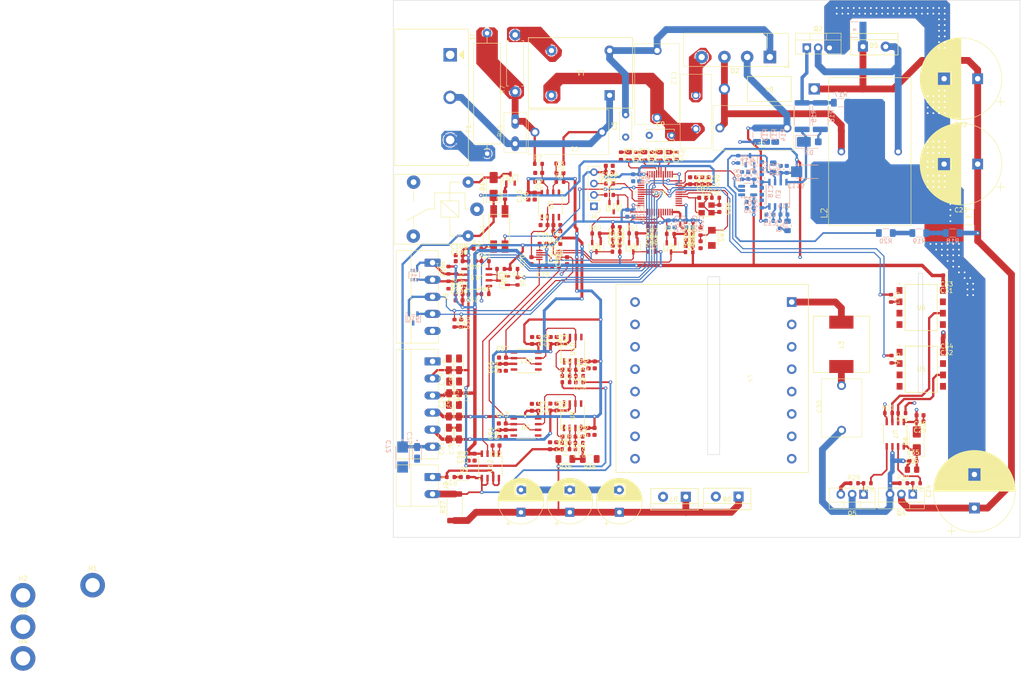
<source format=kicad_pcb>
(kicad_pcb (version 20240108) (generator "pcbnew") (generator_version "8.0")
  (layers (0 "F.Cu" signal) (31 "B.Cu" signal) (34 "B.Paste" user) (35 "F.Paste" user) (36 "B.SilkS" user "B.Silkscreen") (37 "F.SilkS" user "F.Silkscreen") (38 "B.Mask" user) (39 "F.Mask" user) (44 "Edge.Cuts" user))
  (net 0 "")
  (net 1 "GND1")
  (net 2 "Earth")
  (net 3 "PFC_VCC")
  (net 4 "/LLC/LOAD_M1_M2")
  (net 5 "GND2")
  (net 6 "+3V3")
  (net 7 "+12V")
  (net 8 "Net-(D9-K)")
  (net 9 "Net-(D10-K)")
  (net 10 "Net-(D11-K)")
  (net 11 "Net-(F1-Pad1)")
  (net 12 "/STM32F103C8T6/SWDIO")
  (net 13 "/STM32F103C8T6/SWCLK")
  (net 14 "+5V")
  (net 15 "-9V")
  (net 16 "+9V")
  (net 17 "Net-(Q1-B)")
  (net 18 "/LLC/OUT_M2")
  (net 19 "/LLC/OUT_M1")
  (net 20 "Voltage_LLC")
  (net 21 "H_Gate_Driver")
  (net 22 "L_Gate_Driver")
  (net 23 "PFC_ON{slash}OFF")
  (net 24 "H_Gate_Opto")
  (net 25 "L_Gate_Opto")
  (net 28 "I2C_SCL")
  (net 29 "I2C_SDA")
  (net 30 "SCL_ADS1115")
  (net 31 "SDA_ADS1115")
  (net 32 "AC1")
  (net 33 "AC2")
  (net 34 "Net-(U2-+IN)")
  (net 35 "VAC_IN")
  (net 36 "Net-(U2--IN)")
  (net 37 "Net-(D2-+)")
  (net 38 "Net-(C12-Pad2)")
  (net 39 "Net-(C13-Pad2)")
  (net 40 "Net-(U3-ICOMP)")
  (net 41 "Net-(U3-ISENSE)")
  (net 42 "Net-(C16-Pad2)")
  (net 43 "Net-(U3-VCOMP)")
  (net 44 "Net-(C17-Pad2)")
  (net 45 "Net-(C17-Pad1)")
  (net 46 "Net-(Q3-C)")
  (net 47 "Net-(C25-Pad2)")
  (net 48 "Net-(D6-K)")
  (net 49 "Net-(U8-+IN)")
  (net 50 "R_Shunt_Voltage")
  (net 51 "Net-(U8--IN)")
  (net 52 "Net-(U9-+IN)")
  (net 53 "Net-(U10-+IN)")
  (net 54 "Net-(U11-+IN)")
  (net 55 "Net-(U10--IN)")
  (net 56 "Current_Measurement")
  (net 57 "Net-(U12-FILTER)")
  (net 58 "NRST")
  (net 59 "Net-(U14A-PD1-OSC_OUT-RCC_OSC_OUT)")
  (net 60 "Net-(U14A-PD0-OSC_IN-RCC_OSC_IN)")
  (net 61 "Current_ACS")
  (net 62 "Net-(D1-A)")
  (net 63 "Net-(D2--)")
  (net 64 "Net-(U3-GATE)")
  (net 65 "Net-(D3-Pad2)")
  (net 66 "Net-(D5-A)")
  (net 67 "Net-(L4-SA)")
  (net 68 "Net-(L4-SB)")
  (net 69 "LED_TEST")
  (net 70 "LED_WAIT")
  (net 71 "LED_SOFT_START")
  (net 72 "LED_PROCESS")
  (net 73 "Net-(D12-K)")
  (net 74 "RS485_A")
  (net 75 "RS485_B")
  (net 76 "UART1_RX")
  (net 77 "UART1_TX")
  (net 79 "Net-(L4-AA)")
  (net 80 "Net-(Q2-G)")
  (net 81 "Net-(Q3-B)")
  (net 82 "Net-(Q4-G)")
  (net 83 "Net-(Q5-G)")
  (net 84 "Net-(Q8-C)")
  (net 85 "Net-(Q8-B)")
  (net 86 "Net-(U1-A)")
  (net 87 "Net-(U1-E)")
  (net 88 "Net-(U3-FREQ)")
  (net 89 "Net-(R18-Pad1)")
  (net 90 "Net-(R19-Pad1)")
  (net 91 "Feedback Voltage")
  (net 92 "51.2V")
  (net 93 "BOOT0")
  (net 94 "RS485_CONTROL")
  (net 95 "UART2_RX")
  (net 96 "UART2_TX")
  (net 97 "Net-(U15-RO)")
  (net 98 "Net-(U15-DI)")
  (net 99 "Voltage_Protection")
  (net 131 "Net-(C30-Pad2)")
  (net 132 "Net-(K1-Pad3)")
  (net 133 "Net-(C86-Pad1)")
  (net 134 "Net-(J4-Pin_3)")
  (net 135 "Net-(J4-Pin_2)")
  (net 136 "Net-(D13-K)")
  (net 143 "ALERT_ADS1115")
  (net 144 "I2C_ALERT")
  (net 145 "Net-(U5-ANODE)")
  (net 146 "Net-(U6-ANODE)")
  (footprint "charge_battery_footprint_lib:Ceramic_Cap_0603" (layer "F.Cu") (at 229.0318 81.5086 180)
    (property "Reference" "C31")
    (property "Value" "100nF/16V")
  )
  (footprint "charge_battery_footprint_lib:Res_Hole_2W" (layer "F.Cu") (at 134.643999 40.4513 90)
    (property "Reference" "R7")
    (property "Value" "560R_2W_5%" (hide yes))
  )
  (footprint "charge_battery_footprint_lib:SW_SMD" (layer "F.Cu") (at 176.5808 71.6534 -90)
    (property "Reference" "SW1")
    (property "Value" "SW_Push" (hide yes))
  )
  (footprint "charge_battery_footprint_lib:Res_0603" (layer "F.Cu") (at 172.91 67.476 180)
    (property "Reference" "R48")
    (property "Value" "10K/1%/1_10W" (hide yes))
  )
  (footprint "charge_battery_footprint_lib:Res_0603" (layer "F.Cu") (at 223.6464 125.8636 180)
    (property "Reference" "R24")
    (property "Value" "10R/1%/1_10W" (hide yes))
  )
  (footprint "charge_battery_footprint_lib:Ceramic_Cap_0603" (layer "F.Cu") (at 155.2444 72.0344)
    (property "Reference" "C115")
    (property "Value" "10uF/16V")
  )
  (footprint "charge_battery_footprint_lib:Ceramic_Cap_0603" (layer "F.Cu") (at 130.5306 115.3414 90)
    (property "Reference" "C51")
    (property "Value" "100nF/16V")
  )
  (footprint "charge_battery_footprint_lib:Ceramic_Cap_0603" (layer "F.Cu") (at 178.2496 65.112 -90)
    (property "Reference" "C86")
    (property "Value" "20pF/50V")
  )
  (footprint "charge_battery_footprint_lib:D_SMA" (layer "F.Cu") (at 222.3637 117.03075 90)
    (property "Reference" "D6")
    (property "Value" "SS54")
  )
  (footprint "charge_battery_footprint_lib:Ceramic_Cap_0603" (layer "F.Cu") (at 174.533 62.7244)
    (property "Reference" "C87")
    (property "Value" "20pF/50V")
  )
  (footprint "charge_battery_footprint_lib:Ceramic_Cap_0603" (layer "F.Cu") (at 229.0826 93.9292 180)
    (property "Reference" "C34")
    (property "Value" "10uF/16V")
  )
  (footprint "Connector_Phoenix_MC:PhoenixContact_MC_1,5_2-G-3.81_1x02_P3.81mm_Horizontal" (layer "F.Cu") (at 114.1845 125.0992 -90)
    (property "Reference" "J2")
    (property "Value" "Conn_01x02_Socket")
  )
  (footprint "charge_battery_footprint_lib:Ceramic_Cap_0603" (layer "F.Cu") (at 137.8966 57.15635 180)
    (property "Reference" "C2")
    (property "Value" "4.7nF/50V")
  )
  (footprint "charge_battery_footprint_lib:Tan_Cap_A" (layer "F.Cu") (at 121.0799 117.6858 90)
    (property "Reference" "C78")
    (property "Value" "10uF/16V")
  )
  (footprint "charge_battery_footprint_lib:Res_0603" (layer "F.Cu") (at 216.1168 97.4222 -90)
    (property "Reference" "R26")
    (property "Value" "510R/1%/1_10W" (hide yes))
  )
  (footprint "charge_battery_footprint_lib:Candy_Cap_hole_100nF_275V" (layer "F.Cu") (at 153.537399 43.0609 180)
    (property "Reference" "C1")
    (property "Value" "100nF 275V")
  )
  (footprint "charge_battery_footprint_lib:Ceramic_Cap_0603" (layer "F.Cu") (at 163.1696 69.2912 180)
    (property "Reference" "C84")
    (property "Value" "10uF/16V")
  )
  (footprint "charge_battery_footprint_lib:LED_0805" (layer "F.Cu") (at 161.46443 53.467 -90)
    (property "Reference" "D12")
    (property "Value" "LED_0805")
  )
  (footprint "charge_battery_footprint_lib:Ceramic_Cap_0603" (layer "F.Cu") (at 128.3716 118.0592 180)
    (property "Reference" "C62")
    (property "Value" "1nF/50V")
  )
  (footprint "Diode_THT:Diode_Bridge_Vishay_KBU" (layer "F.Cu") (at 189.5485 31.2755 180)
    (property "Reference" "D2")
    (property "Value" "KBU1010")
  )
  (footprint "charge_battery_footprint_lib:Candy_Cap_hole_33nF_630VDC" (layer "F.Cu") (at 210.0236 116.1019 90)
    (property "Reference" "C30")
    (property "Value" "33nF/630VDC")
  )
  (footprint "charge_battery_footprint_lib:Ceramic_Cap_0603" (layer "F.Cu") (at 171.5516 72.136)
    (property "Reference" "C98")
    (property "Value" "10uF/16V")
  )
  (footprint "charge_battery_footprint_lib:Res_0603" (layer "F.Cu") (at 142.6346 103.1104)
    (property "Reference" "R43")
    (property "Value" "1M/1%/1_10W" (hide yes))
  )
  (footprint "charge_battery_footprint_lib:Ceramic_Cap_0603" (layer "F.Cu") (at 153.6572 56.9976 180)
    (property "Reference" "C111")
    (property "Value" "100nF/16V")
  )
  (footprint "charge_battery_footprint_lib:PC817X2NIPW" (layer "F.Cu") (at 129.2058 69.6476 90)
    (property "Reference" "U1")
    (property "Value" "PC817X2NIPW" (hide yes))
  )
  (footprint "charge_battery_footprint_lib:Transformer_ER35_Horizontal" (layer "F.Cu") (at 185.157 103.0732 -90)
    (property "Reference" "L4")
    (property "Value" "EER35_Transformer_Horizontal")
  )
  (footprint "charge_battery_footprint_lib:Ceramic_Cap_0603" (layer "F.Cu") (at 135.5852 62.33795 90)
    (property "Reference" "C10")
    (property "Value" "10uF/16V")
  )
  (footprint "charge_battery_footprint_lib:TO-220-3" (layer "F.Cu") (at 197.7898 29.2255)
    (property "Reference" "Q2")
    (property "Value" "IPP60R125CP")
  )
  (footprint "charge_battery_footprint_lib:SOT23" (layer "F.Cu") (at 150.7998 73.7362 180)
    (property "Reference" "Q9")
    (property "Value" "LN2302LT1G" (hide yes))
  )
  (footprint "charge_battery_footprint_lib:Res_0603" (layer "F.Cu") (at 136.4874 55.74575)
    (property "Reference" "R2")
    (property "Value" "1M/1%/1_10W" (hide yes))
  )
  (footprint "charge_battery_footprint_lib:Ceramic_Cap_0603" (layer "F.Cu") (at 137.0076 62.3316 90)
    (property "Reference" "C6")
    (property "Value" "100nF/16V")
  )
  (footprint "charge_battery_footprint_lib:CP_Radial_D10mm_P5.00mm" (layer "F.Cu") (at 133.9654 130.5306 90)
    (property "Reference" "C39" (hide yes))
    (property "Value" "100uF /100V")
  )
  (footprint "charge_battery_footprint_lib:Ceramic_Cap_0603" (layer "F.Cu") (at 155.2444 70.6882 180)
    (property "Reference" "C113")
    (property "Value" "100nF/16V")
  )
  (footprint "charge_battery_footprint_lib:Res_0603" (layer "F.Cu") (at 148.3732 101.906 180)
    (property "Reference" "R41")
    (property "Value" "1M/1%/1_10W" (hide yes))
  )
  (footprint "charge_battery_footprint_lib:Res_0603" (layer "F.Cu") (at 157.5694 71.2724)
    (property "Reference" "R51")
    (property "Value" "10K/1%/1_10W" (hide yes))
  )
  (footprint "charge_battery_footprint_lib:SOT23" (layer "F.Cu") (at 167.460601 73.787 180)
    (property "Reference" "Q7")
    (property "Value" "LN2302LT1G" (hide yes))
  )
  (footprint "charge_battery_footprint_lib:CONN3_HB9500_KAN" (layer "F.Cu") (at 118.1224 30.784402 -90)
    (property "Reference" "J1")
    (property "Value" "HB9500M-9.5-3P")
  )
  (footprint "charge_battery_footprint_lib:SOIC8_SMD" (layer "F.Cu") (at 223.3676 101.0158)
    (property "Reference" "U5")
    (property "Value" "6N137_SMD")
  )
  (footprint "charge_battery_footprint_lib:Ceramic_Cap_0603" (layer "F.Cu") (at 129.7686 113.1316)
    (property "Reference" "C43")
    (property "Value" "1nF/50V")
  )
  (footprint "charge_battery_footprint_lib:Ceramic_Cap_0603" (layer "F.Cu") (at 120.1166 84.2146)
    (property "Reference" "C103")
    (property "Value" "100nF/16V")
  )
  (footprint "charge_battery_footprint_lib:Res_0603" (layer "F.Cu") (at 170.1424 75.4498)
    (property "Reference" "R54")
    (property "Value" "10K/1%/1_10W" (hide yes))
  )
  (footprint "charge_battery_footprint_lib:Ceramic_Cap_0603" (layer "F.Cu") (at 143.9926 101.1174)
    (property "Reference" "C52")
    (property "Value" "1pF/50V")
  )
  (footprint "charge_battery_footprint_lib:Ceramic_Cap_0603" (layer "F.Cu") (at 141.9352 94.59625 -90)
    (property "Reference" "C63")
    (property "Value" "100nF/16V")
  )
  (footprint "charge_battery_footprint_lib:Ceramic_Cap_0603" (layer "F.Cu") (at 123.571 120.65665 90)
    (property "Reference" "C55")
    (property "Value" "100nF/16V")
  )
  (footprint "MountingHole:MountingHole_3.2mm_M3_ISO14580_Pad_TopBottom" (layer "F.Cu") (at 22.7076 151.511)
    (property "Reference" "H2")
    (property "Value" "MountingHole")
  )
  (footprint "charge_battery_footprint_lib:Res_0603" (layer "F.Cu") (at 141.288 59.75895)
    (property "Reference" "R6")
    (property "Value" "10K/1%/1_10W" (hide yes))
  )
  (footprint "charge_battery_footprint_lib:Res_0603" (layer "F.Cu") (at 119.57 124.4896 180)
    (property "Reference" "R39")
    (property "Value" "10K/1%/1_10W" (hide yes))
  )
  (footprint "charge_battery_footprint_lib:Res_0603" (layer "F.Cu") (at 207.0486 127.0828)
    (property "Reference" "R29")
    (property "Value" "10K/1%/1_10W" (hide yes))
  )
  (footprint "charge_battery_footprint_lib:Res_0603" (layer "F.Cu") (at 132.5626 79.9978 -90)
    (property "Reference" "R56")
    (property "Value" "10K/1%/1_10W" (hide yes))
  )
  (footprint "charge_battery_footprint_lib:Ceramic_Cap_0603" (layer "F.Cu") (at 136.3726 109.5248 -90)
    (property "Reference" "C49")
    (property "Value" "10uF/16V")
  )
  (footprint "Connector_Phoenix_MC:PhoenixContact_MC_1,5_6-G-3.81_1x06_P3.81mm_Horizontal" (layer "F.Cu") (at 114.1845 99.2674 -90)
    (property "Reference" "J3")
    (property "Value" "Conn_01x06_Socket")
  )
  (footprint "charge_battery_footprint_lib:Ceramic_Cap_0603" (layer "F.Cu") (at 171.5516 70.7898 180)
    (property "Reference" "C89")
    (property "Value" "100nF/16V")
  )
  (footprint "charge_battery_footprint_lib:Ceramic_Cap_0603" (layer "F.Cu") (at 141.9606 70.16115 180)
    (property "Reference" "C11")
    (property "Value" "10uF/16V")
  )
  (footprint "charge_battery_footprint_lib:Res_0603" (layer "F.Cu") (at 148.2846 116.8518 180)
    (property "Reference" "R34")
    (property "Value" "1M/1%/1_10W" (hide yes))
  )
  (footprint "charge_battery_footprint_lib:Ceramic_Cap_0603" (layer "F.Cu") (at 171.5516 69.469 180)
    (property "Reference" "C85")
    (property "Value" "10uF/16V")
  )
  (footprint "charge_battery_footprint_lib:Ceramic_Cap_0603" (layer "F.Cu") (at 136.2834 76.7588 90)
    (property "Reference" "C70")
    (property "Value" "1nF/50V")
  )
  (footprint "charge_battery_footprint_lib:Ceramic_Cap_0603" (layer "F.Cu") (at 171.7294 58.9026 -90)
    (property "Reference" "C93")
    (property "Value" "100nF/16V")
  )
  (footprint "charge_battery_footprint_lib:Ceramic_Cap_0603" (layer "F.Cu") (at 140.4874 109.4616 -90)
    (property "Reference" "C53")
    (property "Value" "10uF/16V")
  )
  (footprint "charge_battery_footprint_lib:Res_0603" (layer "F.Cu") (at 148.2846 118.2742 180)
    (property "Reference" "R32")
    (property "Value" "200K/1%/1_10W" (hide yes))
  )
  (footprint "charge_battery_footprint_lib:Res_0603" (layer "F.Cu") (at 124.5748 84.8224)
    (property "Reference" "R60")
    (property "Value" "20R/1%/1_10W" (hide yes))
  )
  (footprint "charge_battery_footprint_lib:Tan_Cap_A" (layer "F.Cu") (at 118.8955 107.3734 90)
    (property "Reference" "C74")
    (property "Value" "1uF/16V")
  )
  (footprint "charge_battery_footprint_lib:Ceramic_Cap_0603" (layer "F.Cu") (at 146.9136 116.0544 180)
    (property "Reference" "C40")
    (property "Value" "1pF/50V")
  )
  (footprint "charge_battery_footprint_lib:Res_0603" (layer "F.Cu") (at 124.6002 77.4818)
    (property "Reference" "R61")
    (property "Value" "20R/1%/1_10W" (hide yes))
  )
  (footprint "charge_battery_footprint_lib:Res_0603" (layer "F.Cu") (at 122.8682 74.6886)
    (property "Reference" "R1")
    (property "Value" "200/1%/1_10W" (hide yes))
  )
  (footprint "charge_battery_footprint_lib:Ceramic_Cap_0603" (layer "F.Cu") (at 129.159 115.3668 90)
    (property "Reference" "C54")
    (property "Value" "10uF/16V")
  )
  (footprint "charge_battery_footprint_lib:Ceramic_Cap_0603" (layer "F.Cu") (at 140.4366 118.1088 -90)
    (property "Reference" "C44")
    (property "Value" "10uF/16V")
  )
  (footprint "charge_battery_footprint_lib:CP_Radial_D18.0mm_P7.50mm" (layer "F.Cu") (at 235.96398 36.1188 180)
    (property "Reference" "C22")
    (property "Value" "100uF/400V")
  )
  (footprint "charge_battery_footprint_lib:IND_CDRH127_LDNP-470MC_SUM" (layer "F.Cu") (at 205.5114 95.4532 90)
    (property "Reference" "L3")
    (property "Value" "68uH 3.2A" (hide yes))
  )
  (footprint "charge_battery_footprint_lib:Res_0603" (layer "F.Cu") (at 117.133 80.836 -90)
    (property "Reference" "R65")
    (property "Value" "10K/1%/1_10W" (hide yes))
  )
  (footprint "charge_battery_footprint_lib:Ceramic_Cap_0805" (layer "F.Cu") (at 221.2848 123.4948)
    (property "Reference" "C36")
    (property "Value" "22uF/16V")
  )
  (footprint "charge_battery_footprint_lib:CP_Radial_D18.0mm_P7.50mm" (layer "F.Cu") (at 235.96398 55.1942 180)
    (property "Reference" "C23")
    (property "Value" "100uF/400V")
  )
  (footprint "charge_battery_footprint_lib:Res_0603" (layer "F.Cu") (at 118.3504 80.2508 90)
    (property "Reference" "R66")
    (property "Value" "10K/1%/1_10W" (hide yes))
  )
  (footprint "charge_battery_footprint_lib:Ceramic_Cap_0603" (layer "F.Cu") (at 136.4234 94.59625 -90)
    (property "Reference" "C61")
    (property "Value" "10uF/16V")
  )
  (footprint "charge_battery_footprint_lib:Ceramic_Cap_0603" (layer "F.Cu") (at 163.1696 72.0852)
    (property "Reference" "C97")
    (property "Value" "10uF/16V")
  )
  (footprint "charge_battery_footprint_lib:Res_2512" (layer "F.Cu") (at 119.126 131.8514 90)
    (property "Reference" "R37")
    (property "Value" "50mR/2512/1%" (hide yes))
  )
  (footprint "charge_battery_footprint_lib:Candy_Cap_hole_100nF_275V" (layer "F.Cu") (at 194.8402 42.1173 180)
    (property "Reference" "C17")
    (property "Value" "100nF 275V")
  )
  (footprint "charge_battery_footprint_lib:Ceramic_Cap_0603" (layer "F.Cu") (at 223.0882 111.3028 180)
    (property "Reference" "C28")
    (property "Value" "10uF/16V")
  )
  (footprint "charge_battery_footprint_lib:Ceramic_Cap_0603" (layer "F.Cu") (at 120.142 75.5396)
    (property "Reference" "C106")
    (property "Value" "10uF/16V")
  )
  (footprint "charge_battery_footprint_lib:Res_1206" (layer "F.Cu") (at 143.8656 121.06275 180)
    (property "Reference" "R35")
    (property "Value" "12K/1%/1_4W")
  )
  (footprint "charge_battery_footprint_lib:MOV07D471K" (layer "F.Cu") (at 132.636399 48.133 90)
    (property "Reference" "RV1")
    (property "Value" "470V")
  )
  (footprint "charge_battery_footprint_lib:FUSAD2722W65L2250D600" (layer "F.Cu") (at 126.365 39.4389 90)
    (property "Reference" "F1")
    (property "Value" "250VAC/7A")
  )
  (footprint "charge_battery_footprint_lib:Tan_Cap_A" (layer "F.Cu") (at 121.1053 107.348 90)
    (property "Reference" "C71")
    (property "Value" "10uF/16V")
  )
  (footprint "charge_battery_footprint_lib:CP_Radial_D18.0mm_P7.50mm" (layer "F.Cu") (at 235.2294 132.02718 90)
    (property "Reference" "C24")
    (property "Value" "100uF/400V")
  )
  (footprint "charge_battery_footprint_lib:SOIC-8" (layer "F.Cu") (at 145.4658 111.41075 90)
    (property "Reference" "U8")
    (property "Value" "OPAMP_OP07CSZ")
  )
  (footprint "charge_battery_footprint_lib:Ceramic_Cap_0603" (layer "F.Cu") (at 147.0152 101.1304 180)
    (property "Reference" "C45")
    (property "Value" "1pF/50V")
  )
  (footprint "MountingHole:MountingHole_3.2mm_M3_ISO14580_Pad_TopBottom" (layer "F.Cu") (at 22.7076 165.611)
    (property "Reference" "H4")
    (property "Value" "MountingHole")
  )
  (footprint "charge_battery_footprint_lib:Res_0603" (layer "F.Cu") (at 218.0468 127.0828)
    (property "Reference" "R28")
    (property "Value" "10K/1%/1_10W" (hide yes))
  )
  (footprint "charge_battery_footprint_lib:Candy_Cap_hole_100nF_275V" (layer "F.Cu") (at 159.3637 28.3534 -90)
    (property "Reference" "C12")
    (property "Value" "100nF 275V")
  )
  (footprint "charge_battery_footprint_lib:Ceramic_Cap_0603" (layer "F.Cu") (at 174.4218 58.901599 -90)
    (property "Reference" "C91")
    (property "Value" "100nF/16V")
  )
  (footprint "charge_battery_footprint_lib:TO-220-3" (layer "F.Cu") (at 210.4644 128.9506 180)
    (property "Reference" "Q5")
    (property "Value" "IPP60R125CP")
  )
  (footprint "charge_battery_footprint_lib:Ceramic_Cap_0603" (layer "F.Cu") (at 141.6682 78.0034)
    (property "Reference" "C77")
    (property "Value" "1nF/50V")
  )
  (footprint "charge_battery_footprint_lib:SOIC-8" (layer "F.Cu") (at 127.1016 122.6058 90)
    (property "Reference" "U12")
    (property "Value" "ACS712ELCTR-05B-T")
  )
  (footprint "charge_battery_footprint_lib:Ceramic_Cap_0603" (layer "F.Cu") (at 229.0318 95.377 180)
    (property "Reference" "C32")
    (property "Value" "100nF/16V")
  )
  (footprint "charge_battery_footprint_lib:Ceramic_Cap_Hole_5mm" (layer "F.Cu") (at 157.3276 49.1598 90)
    (property "Reference" "C5")
    (property "Value" "1nF/2000V")
  )
  (footprint "charge_battery_footprint_lib:Tan_Cap_A" (layer "F.Cu") (at 119.0771 107.9932 -90)
    (property "Reference" "C67")
    (property "Value" "10uF/16V")
  )
  (footprint "charge_battery_footprint_lib:Res_0603" (layer "F.Cu") (at 148.3732 103.303 180)
    (property "Reference" "R40")
    (property "Value" "100K/1%/1_10W" (hide yes))
  )
  (footprint "charge_battery_footprint_lib:Ceramic_Cap_0603" (layer "F.Cu") (at 120.142 76.874)
    (property "Reference" "C108")
    (property "Value" "100nF/16V")
  )
  (footprint "charge_battery_footprint_lib:Ceramic_Cap_0603" (layer "F.Cu") (at 141.8844 109.4616 -90)
    (property "Reference" "C50")
    (property "Value" "100nF/16V")
  )
  (footprint "charge_battery_footprint_lib:Res_0603" (layer "F.Cu") (at 153.8356 75.3736)
    (property "Reference" "R70")
    (property "Value" "10K/1%/1_10W" (hide yes))
  )
  (footprint "charge_battery_footprint_lib:Relay_SPDT_Form_C" (layer "F.Cu") (at 115.7176 64.9232 180)
    (property "Reference" "K1")
    (property "Value" "Relay 12VDC 10A")
  )
  (footprint "charge_battery_footprint_lib:SOIC-8" (layer "F.Cu") (at 217.551 115.5192 -90)
    (property "Reference" "U7")
    (property "Value" "IR2101")
  )
  (footprint "charge_battery_footprint_lib:Ceramic_Cap_0603" (layer "F.Cu") (at 141.8336 118.1088 -90)
    (property "Reference" "C42")
    (property "Value" "100nF/16V")
  )
  (footprint "charge_battery_footprint_lib:SOT23" (layer "F.Cu") (at 154.6606 64.7954 180)
    (property "Reference" "D14")
    (property "Value" "PESD2USB3UXT-QR" (hide yes))
  )
  (footprint "charge_battery_footprint_lib:Ceramic_Cap_0603" (layer "F.Cu") (at 140.5636 94.59625 -90)
    (property "Reference" "C65")
    (property "Value" "10uF/16V")
  )
  (footprint "charge_battery_footprint_lib:SOT23" (layer "F.Cu") (at 129.921 81.2292 90)
    (property "Reference" "Q8")
    (property "Value" "MMBT2222A" (hide yes))
  )
  (footprint "charge_battery_footprint_lib:TO-220-3" (layer "F.Cu") (at 221.4626 128.9252 180)
    (property "Reference" "Q4")
    (property "Value" "IPP60R125CP")
  )
  (footprint "charge_battery_footprint_lib:Res_0603" (layer "F.Cu") (at 212.6482 125.8636 180)
    (property "Reference" "R25")
    (property "Value" "10R/1%/1_10W" (hide yes))
  )
  (footprint "charge_battery_footprint_lib:TO-220-2_MCH" (layer "F.Cu") (at 182.5498 129.4581 180)
    (property "Reference" "D8")
    (property "Value" "IDH06G65C6")
  )
  (footprint "charge_battery_footprint_lib:VSSOP-10" (layer "F.Cu") (at 140.2458 75.4888)
    (property "Reference" "U13")
    (property "Value" "ADS1115IDGS")
  )
  (footprint "charge_battery_footprint_lib:Res_0603" (layer "F.Cu") (at 161.7858 75.3736)
    (property "Reference" "R53")
    (property "Value" "10K/1%/1_10W" (hide yes))
  )
  (footprint "charge_battery_footprint_lib:STM32F103C8T6" (layer "F.Cu") (at 164.973 61.684601 180)
    (property "Reference" "U14")
    (property "Value" "STM32F103C8T6")
  )
  (footprint "charge_battery_footprint_lib:CP_Radial_D10mm_P5.00mm" (layer "F.Cu") (at 155.956 130.5306 90)
    (property "Reference" "C37" (hide yes))
    (property "Value" "100uF /100V")
  )
  (footprint "charge_battery_footprint_lib:Ceramic_Cap_0603" (layer "F.Cu") (at 139.0904 68.81495)
    (property "Reference" "C4")
    (property "Value" "1nF/50V")
  )
  (footprint "charge_battery_footprint_lib:SOIC8_SMD" (layer "F.Cu") (at 223.3422 87.2236)
    (property "Reference" "U6")
    (property "Value" "6N137_SMD")
  )
  (footprint "charge_battery_footprint_lib:Tan_Cap_A" (layer "F.Cu") (at 121.1053 102.2172 90)
    (property "Reference" "C82")
    (property "Value" "1uF/16V")
  )
  (footprint "charge_battery_footprint_lib:Ceramic_Cap_1812" (layer "F.Cu") (at 233.8832 67.0306)
    (property "Reference" "C117")
    (property "Value" "100nF/1KV")
  )
  (footprint "charge_battery_footprint_lib:SOT23" (layer "F.Cu") (at 159.0294 73.787 180)
    (property "Reference" "Q6")
    (property "Value" "LN2302LT1G" (hide yes))
  )
  (footprint "charge_battery_footprint_lib:Res_0603" (layer "F.Cu") (at 143.9794 54.45215 180)
    (property "Reference" "R3")
    (property "Value" "1M/1%/1_10W" (hide yes))
  )
  (footprint "charge_battery_footprint_lib:Ceramic_Cap_0603" (layer "F.Cu") (at 143.9926 116.0526)
    (property "Reference" "C41")
    (property "Value" "1pF/50V")
  )
  (footprint "charge_battery_footprint_lib:Res_0603" (layer "F.Cu") (at 162.583715 51.9957 -90)
    (property "Reference" "R45")
    (property "Value" "1K/1%/1_10W" (hide yes))
  )
  (footprint "charge_battery_footprint_lib:Res_0603" (layer "F.Cu") (at 168.1108 51.9816 -90)
    (property "Reference" "R44")
    (property "Value" "1K/1%/1_10W" (hide yes))
  )
  (footprint "charge_battery_footprint_lib:Res_0603" (layer "F.Cu") (at 214.694 111.4162)
    (property "Reference" "R31")
    (property "Value" "10K/1%/1_10W" (hide yes))
  )
  (footprint "charge_battery_footprint_lib:Ceramic_Cap_0603" (layer "F.Cu") (at 223.0882 112.6998 180)
    (property "Reference" "C29")
    (property "Value" "100nF/16V")
  )
  (footprint "charge_battery_footprint_lib:Res_0603" (layer "F.Cu") (at 118.4792 89.3958 -90)
    (property "Reference" "R67")
    (property "Value" "10K/1%/1_10W" (hide yes))
  )
  (footprint "charge_battery_footprint_lib:Ceramic_Cap_0603" (layer "F.Cu") (at 163.1696 70.6628 180)
    (property "Reference" "C88")
    (property "Value" "100nF/16V")
  )
  (footprint "charge_battery_footprint_lib:Ceramic_Cap_0603" (layer "F.Cu") (at 138.798 77.978 180)
    (property "Reference" "C73")
    (property "Value" "1nF/50V")
  )
  (footprint "charge_battery_footprint_lib:LED_0805" (layer "F.Cu") (at 158.00666 53.467 -90)
    (property "Reference" "D13")
    (property "Value" "LED_0805")
  )
  (footprint "charge_battery_footprint_lib:Res_0603" (layer "F.Cu") (at 159.125945 51.9957 -90)
    (property "Reference" "R46")
    (property "Value" "1K/1%/1_10W" (hide yes))
  )
  (footprint "charge_battery_footprint_lib:Toroidal Inductor" (layer "F.Cu") (at 211.8614 52.4002 90)
    (property "Reference" "L2")
    (property "Value" "520uH" (hide yes))
  )
  (footprint "charge_battery_footprint_lib:Res_0603" (layer "F.Cu") (at 142.6342 104.5204)
    (property "Reference" "R42")
    (property "Value" "100K/1%/1_10W" (hide yes))
  )
  (footprint "charge_battery_footprint_lib:SOIC-8" (layer "F.Cu") (at 145.5166 96.5454 90)
    (property "Reference" "U10")
    (property "Value" "OPAMP_OP07CSZ")
  )
  (footprint "Connector_Phoenix_MC:PhoenixContact_MC_1,5_5-G-3.81_1x05_P3.81mm_Horizontal" (layer "F.Cu") (at 114.1845 77.2202 -90)
    (property "Reference" "J5")
    (property "Value" "Conn_01x05_Socket")
  )
  (footprint "charge_battery_footprint_lib:Res_0603" (layer "F.Cu") (at 124.3706 83.605 180)
    (property "Reference" "R58")
    (property "Value" "10K/1%/1_10W" (hide yes))
  )
  (footprint "charge_battery_footprint_lib:LED_0805" (layer "F.Cu") (at 164.9222 53.467 -90)
    (property "Reference" "D11")
    (property "Value" "LED_0805")
  )
  (footprint "charge_battery_footprint_lib:Res_0603" (layer "F.Cu") (at 216.0016 83.8196 -90)
    (property "Reference" "R27")
    (property "Value" "510R/1%/1_10W" (hide yes))
  )
  (footprint "charge_battery_footprint_lib:SOIC-8" (layer "F.Cu") (at 135.0518 113.919 180)
    (property "Reference" "U9")
    (property "Value" "OPAMP_OP07CSZ")
  )
  (footprint "charge_battery_footprint_lib:Ceramic_Cap_0603" (layer "F.Cu") (at 155.2444 73.3806)
    (property "Reference" "C114")
    (property "Value" "100nF/16V")
  )
  (footprint "charge_battery_footprint_lib:DO-201AD-2" (layer "F.Cu") (at 199.4485 38.4048 180)
    (property "Reference" "D4")
    (property "Value" "1N5408" (hide yes))
  )
  (footprint "charge_battery_footprint_lib:Res_0603" (layer "F.Cu") (at 220.3826 110.1988 180)
    (property "Reference" "R30")
    (property "Value" "10K/1%/1_10W" (hide yes))
  )
  (footprint "charge_battery_footprint_lib:Ceramic_Cap_0603" (layer "F.Cu") (at 150.4188 100.0382 90)
    (property "Reference" "C60")
    (property "Value" "10uF/16V")
  )
  (footprint "charge_battery_footprint_lib:Ceramic_Cap_0603" (layer "F.Cu") (at 122.2248 120.65665 90)
    (property "Reference" "C56")
    (property "Value" "10uF/16V")
  )
  (footprint "charge_battery_footprint_lib:Ceramic_Cap_Hole_5mm" (layer "F.Cu") (at 162.6 48.768)
    (property "Reference" "C9")
    (property "Value" "1nF/2000V")
  )
  (footprint "charge_battery_footprint_lib:Ceramic_Cap_0603" (layer "F.Cu") (at 163.1696 73.406)
    (property "Reference" "C94")
    (property "Value" "100nF/16V")
  )
  (footprint "charge_battery_footprint_lib:Res_0603" (layer "F.Cu") (at 152.3624 62.6872)
    (property "Reference" "R63")
    (property "Value" "47/1%/1_10W" (hide yes))
  )
  (footprint "charge_battery_footprint_lib:Res_0603" (layer "F.Cu") (at 118.8602 79.185 -90)
    (property "Reference" "R64")
    (property "Value" "120/1%/1_10W" (hide yes))
  )
  (footprint "charge_battery_footprint_lib:Ceramic_Cap_0603" (layer "F.Cu") (at 144.2336 76.7638 90)
    (property "Reference" "C80")
    (property "Value" "1nF/50V")
  )
  (footprint "charge_battery_footprint_lib:Res_0603" (layer "F.Cu") (at 155.668175 51.9957 -90)
    (property "Reference" "R47")
    (property "Value" "1K/1%/1_10W" (hide yes))
  )
  (footprint "charge_battery_footprint_lib:Ceramic_Cap_0603" (layer "F.Cu") (at 173.0756 58.901599 -90)
    (property "Reference" "C92")
    (property "Value" "100nF/16V")
  )
  (footprint "charge_battery_footprint_lib:Res_0603" (layer "F.Cu") (at 152.3878 60.1472)
    (property "Reference" "R62")
    (property "Value" "47/1%/1_10W" (hide yes))
  )
  (footprint "charge_battery_footprint_lib:Res_0603" (layer "F.Cu") (at 139.2804 58.54155 180)
    (property "Reference" "R5")
    (property "Value" "10K/1%/1_10W" (hide yes))
  )
  (footprint "charge_battery_footprint_lib:Res_0603" (layer "F.Cu") (at 119.9778 89.3958 -90)
    (property "Reference" "R68")
    (property "Value" "10K/1%/1_10W" (hide yes))
  )
  (footprint "charge_battery_footprint_lib:Res_0603" (layer "F.Cu") (at 142.6092 118.071)
    (property "Reference" "R38")
    (property "Value" "1M/1%/1_10W" (hide yes))
  )
  (footprint "charge_battery_footprint_lib:CP_Radial_D10mm_P5.00mm" (layer "F.Cu") (at 144.8816 130.5306 90)
    (property "Reference" "C38" (hide yes))
    (property "Value" "100uF /100V")
  )
  (footprint "charge_battery_footprint_lib:IND_SS11VL-R05350_KEM" (layer "F.Cu") (at 153.741399 39.8272 180)
    (property "Reference" "L1")
    (property "Value" "SS11VL-R05350")
  )
  (footprint "charge_battery_footprint_lib:Ceramic_Cap_0603" (layer "F.Cu") (at 130.556 100.5846 90)
    (property "Reference" "C64")
    (property "Value" "100nF/16V")
  )
  (footprint "charge_battery_footprint_lib:Res_0603" (layer "F.Cu") (at 176.053 63.3222)
    (property "Reference" "R50")
    (property "Value" "220/1%/1_10W" (hide yes))
  )
  (footprint "charge_battery_footprint_lib:Ceramic_Cap_0603" (layer "F.Cu") (at 175.8154 58.913999 -90)
    (property "Reference" "C90")
    (property "Value" "1uF/16V")
  )
  (footprint "charge_battery_footprint_lib:Ceramic_Cap_0603" (layer "F.Cu") (at 229.0318 80.0608 180)
    (property "Reference" "C33")
    (property "Value" "10uF/16V")
  )
  (footprint "charge_battery_footprint_lib:Tan_Cap_A" (layer "F.Cu") (at 118.8193 102.2426 90)
    (property "Reference" "C79")
    (property "Value" "10uF/16V")
  )
  (footprint "charge_battery_footprint_lib:TO-220-2_MCH" (layer "F.Cu") (at 170.7642 129.5089 180)
    (property "Reference" "D7")
    (property "Value" "IDH06G65C6")
  )
  (footprint "charge_battery_footprint_lib:Ceramic_Cap_0603" (layer "F.Cu") (at 150.368 114.9099 90)
    (property "Reference" "C48")
    (property "Value" "10uF/16V")
  )
  (footprint "charge_battery_footprint_lib:Ceramic_Cap_0603" (layer "F.Cu") (at 141.9606 68.81495 180)
    (property "Reference" "C7")
    (property "Value" "100nF/16V")
  )
  (footprint "charge_battery_footprint_lib:TO-220-2_MCH" (layer "F.Cu") (at 210.3374 28.9501)
    (property "Reference" "D5")
    (property "Value" "IDH06G65C6")
  )
  (footprint "charge_battery_footprint_lib:Ceramic_Cap_0603" (layer "F.Cu") (at 155.2444 69.2912 180)
    (property "Reference" "C112")
    (property "Value" "10uF/16V")
  )
  (footprint "charge_battery_footprint_lib:SOIC-8" (layer "F.Cu") (at 135.1026 99.1746 180)
    (property "Reference" "U11")
    (property "Value" "OPAMP_OP07CSZ")
  )
  (footprint "charge_battery_footprint_lib:Ceramic_Cap_0603" (layer "F.Cu") (at 174.0662 73.2028 90)
    (property "Reference" "C83")
    (property "Value" "100nF/16V")
  )
  (footprint "charge_battery_footprint_lib:Thermistor_NTC" (layer "F.Cu") (at 169.4994 51.634 90)
    (property "Reference" "TH1" (hide yes))
    (property "Value" "3R")
  )
  (footprint "Connector_PinHeader_2.54mm:PinHeader_1x04_P2.54mm_Vertical" (layer "F.Cu") (at 150.241 64.6176 180)
    (property "Reference" "J4")
    (property "Value" "Conn_01x04_Pin")
  )
  (footprint "charge_battery_footprint_lib:Tan_Cap_A" (layer "F.Cu") (at 118.8447 117.6858 90)
    (property "Reference" "C81")
    (property "Value" "1uF/16V")
  )
  (footprint "charge_battery_footprint_lib:SOIC-8" (layer "F.Cu") (at 140.5128 64.3128 -90)
    (property "Reference" "U2")
    (property "Value" "OPAMP_OP07CSZ")
  )
  (footprint "charge_battery_footprint_lib:SOT23" (layer "F.Cu") (at 131.5926 58.4208)
    (property "Reference" "Q1")
    (property "Value" "MMBT2222A" (hide yes))
  )
  (footprint "charge_battery_footprint_lib:Ceramic_Cap_0603" (layer "F.Cu") (at 148.9964 114.9099 90)
    (property "Reference" "C46")
    (property "Value" "100nF/16V")
  )
  (footprint "charge_battery_footprint_lib:Ceramic_Cap_0603" (layer "F.Cu") (at 221.5134 121.539)
    (property "Reference" "C35")
    (property "Value" "4.7uF/25V")
  )
  (footprint "charge_battery_footprint_lib:Ceramic_Cap_0603" (layer "F.Cu") (at 138.8742 72.9996)
    (property "Reference" "C76")
    (property "Value" "10uF/16V")
  )
  (footprint "charge_battery_footprint_lib:Res_0603" (layer "F.Cu") (at 174.6622 71.5894 90)
    (property "Reference" "R49")
    (property "Value" "10K/1%/1_10W" (hide yes))
  )
  (footprint "charge_battery_footprint_lib:Ceramic_Cap_0603" (layer "F.Cu") (at 129.8194 98.4126)
    (property "Reference" "C57")
    (property "Value" "1nF/50V")
  )
  (footprint "charge_battery_footprint_lib:Ceramic_Cap_0603" (layer "F.Cu") (at 142.6464 57.20715)
    (property "Reference" "C3")
    (property "Value" "4.7nF/50V")
  )
  (footprint "charge_battery_footprint_lib:Res_0603" (layer "F.Cu") (at 124.396 76.2644 180)
    (property "Reference" "R59")
    (property "Value" "10K/1%/1_10W" (hide yes))
  )
  (footprint "charge_battery_footprint_lib:Ceramic_Cap_0603" (layer "F.Cu") (at 129.1844 100.5846 90)
    (property "Reference" "C66")
    (property "Value" "10uF/16V")
  )
  (footprint "charge_battery_footprint_lib:LED_0603" (layer "F.Cu") (at 121.2342 125.118)
    (property "Reference" "D9")
    (property "Value" "LED_0603" (hide yes))
  )
  (footprint "charge_battery_footprint_lib:Ceramic_Cap_0603" (layer "F.Cu") (at 141.9476 72.9996 180)
    (property "Reference" "C69")
    (property "Value" "100nF/16V")
  )
  (footprint "charge_battery_footprint_lib:Res_0603" (layer "F.Cu") (at 133.706 78.0034 180)
    (property "Reference" "R55")
    (property "Value" "10K/1%/1_10W" (hide yes))
  )
  (footprint "charge_battery_footprint_lib:Res_1206" (layer "F.Cu") (at 149.3008 121.06275 180)
    (property "Reference" "R36")
    (property "Value" "1K/1%/1_4W")
  )
  (footprint "charge_battery_footprint_lib:D_SMA" (layer "F.Cu") (at 127.8358 60.193 90)
    (property "Reference" "D1")
    (property "Value" "SS54")
  )
  (footprint "charge_battery_footprint_lib:Ceramic_Cap_0603" (layer "F.Cu") (at 149.0472 100.04455 90)
    (property "Reference" "C58")
    (property "Value" "100nF/16V")
  )
  (footprint "charge_battery_footprint_lib:Ceramic_Cap_0603" (layer "F.Cu") (at 120.1166 85.6234)
    (property "Reference" "C100")
    (property "Value" "10uF/16V")
  )
  (footprint "charge_battery_footprint_lib:Res_0603" (layer "F.Cu") (at 130.7714 78.0034 180)
    (property "Reference" "R57")
    (property "Value" "10K/1%/1_10W" (hide yes))
  )
  (footprint "charge_battery_footprint_lib:Res_0603" (layer "F.Cu") (at 149.315999 71.2978)
    (property "Reference" "R69")
    (property "Value" "10K/1%/1_10W" (hide yes))
  )
  (footprint "MountingHole:MountingHole_3.2mm_M3_ISO14580_Pad_TopBottom" (layer "F.Cu") (at 22.7076 158.561)
    (property "Reference" "H3")
    (property "Value" "MountingHole")
  )
  (footprint "charge_battery_footprint_lib:Res_0603" (layer "F.Cu") (at 165.9768 71.3994)
    (property "Reference" "R52")
    (property "Value" "10K/1%/1_10W" (hide yes))
  )
  (footprint "charge_battery_footprint_lib:SOIC-8" (layer "F.Cu") (at 124.0536 80.518 180)
    (property "Reference" "U15")
    (property "Value" "MAX485CSA")
  )
  (footprint "charge_battery_footprint_lib:Crystal_SMD_4PIN_3225" (layer "F.Cu") (at 175.3458 65.1882)
    (property "Reference" "Y1")
    (property "Value" "Crystal_8MHz_SMD-4PIN" (hide yes))
  )
  (footprint "charge_battery_footprint_lib:Ceramic_Cap_0603" (layer "F.Cu") (at 171.5516 73.4822)
    (property "Reference" "C95")
    (property "Value" "100nF/16V")
  )
  (footprint "charge_battery_footprint_lib:Tan_Cap_A" (layer "F.Cu") (at 116.8419 107.9678 -90)
    (property "Reference" "C68")
    (property "Value" "1uF/16V")
  )
  (footprint "charge_battery_footprint_lib:Ceramic_Cap_0603" (layer "F.Cu") (at 153.67 55.5752 180)
    (property "Reference" "C109")
    (property "Value" "10uF/16V")
  )
  (footprint "MountingHole:MountingHole_3.2mm_M3_ISO14580_Pad_TopBottom" (layer "F.Cu") (at 38.2524 149.2504)
    (property "Reference" "H1")
    (property "Value" "MountingHole")
  )
  (footprint "charge_battery_footprint_lib:LED_0805" (layer "F.Cu") (at 166.9796 53.467 -90)
    (property "Reference" "D10")
    (property "Value" "LED_0805")
  )
  (footprint "charge_battery_footprint_lib:Res_0603" (layer "F.Cu") (at 142.6088 119.4934)
    (property "Reference" "R33")
    (property "Value" "200K/1%/1_10W" (hide yes))
  )
  (footprint "charge_battery_footprint_lib:Ceramic_Cap_0603" (layer "F.Cu") (at 137.7696 109.5248 -90)
    (property "Reference" "C47")
    (property "Value" "100nF/16V")
  )
  (footprint "charge_battery_footprint_lib:Res_0603" (layer "F.Cu") (at 130.9854 63.5384 90)
    (property "Reference" "R4")
    (property "Value" "2K2/1%/1_10W" (hide yes))
  )
  (footprint "charge_battery_footprint_lib:Ceramic_Cap_0603" (layer "F.Cu") (at 137.8204 94.59625 -90)
    (property "Reference" "C59")
    (property "Value" "100nF/16V")
  )
  (footprint "charge_battery_footprint_lib:Ceramic_Cap_1812" (layer "B.Cu") (at 208.3204 25.146)
    (property "Reference" "C8")
    (property "Value" "100nF/1KV")
  )
  (footprint "charge_battery_footprint_lib:Res_0603" (layer "B.Cu") (at 190.8436 68.47115 180)
    (property "Reference" "R10")
    (property "Value" "220/1%/1_10W" (hide yes))
  )
  (footprint "charge_battery_footprint_lib:Res_2512" (layer "B.Cu") (at 200.8124 44.4754 90)
    (property "Reference" "R16")
    (property "Value" "2R/5%/1W" (hide yes))
  )
  (footprint "charge_battery_footprint_lib:Tan_Cap_C" (layer "B.Cu") (at 107.4928 120.6246 -90)
    (property "Reference" "C72")
    (property "Value" "10uF/35V")
  )
  (footprint "charge_battery_footprint_lib:Ceramic_Cap_0603" (layer "B.Cu") (at 160.3756 58.2422 90)
    (property "Reference" "C99")
    (property "Value" "100nF/16V")
  )
  (footprint "charge_battery_footprint_lib:Ceramic_Cap_0603" (layer "B.Cu") (at 172.3136 68.5038 90)
    (property "Reference" "C107")
    (property "Value" "1uF/16V")
  )
  (footprint "charge_battery_footprint_lib:Ceramic_Cap_0805" (layer "B.Cu") (at 190.3476 55.98795 -90)
    (property "Reference" "C21")
    (property "Value" "820pF/50V")
  )
  (footprint "charge_battery_footprint_lib:Ceramic_Cap_0603" (layer "B.Cu") (at 193.3194 56.36895 -90)
    (property "Reference" "C20")
    (property "Value" "4.7uF/25V")
  )
  (footprint "charge_battery_footprint_lib:SOT23" (layer "B.Cu") (at 185.1152 54.31155 180)
    (property "Reference" "Q3")
    (property "Value" "MMBT2222A" (hide yes))
  )
  (footprint "charge_battery_footprint_lib:Res_1206" (layer "B.Cu") (at 222.9228 70.5866)
    (property "Reference" "R19")
    (property "Value" "330K/1%/1W")
  )
  (footprint "charge_battery_footprint_lib:Tan_Cap_C" (layer "B.Cu") (at 197.7644 56.896)
    (property "Reference" "C116")
    (property "Value" "10uF/35V")
  )
  (footprint "charge_battery_footprint_lib:Ceramic_Cap_0603" (layer "B.Cu") (at 185.1568 63.63335)
    (property "Reference" "C26")
    (property "Value" "100nF/16V")
  )
  (footprint "charge_battery_footprint_lib:SOT-363" (layer "B.Cu") (at 110.0836 79.9888 90)
    (property "Reference" "D15")
    (property "Value" "SMF05C_1")
  )
  (footprint "charge_battery_footprint_lib:Ceramic_Cap_0603" (layer "B.Cu") (at 170.815 68.5038 90)
    (property "Reference" "C110")
    (property "Value" "10nF/50V")
  )
  (footprint "charge_battery_footprint_lib:Ceramic_Cap_0603" (layer "B.Cu") (at 191.9732 56.36895 -90)
    (property "Reference" "C19")
    (property "Value" "100nF/16V")
  )
  (footprint "charge_battery_footprint_lib:Ceramic_Cap_0603" (layer "B.Cu") (at 185.1568 65.024 180)
    (property "Reference" "C27")
    (property "Value" "1uF/16V")
  )
  (footprint "charge_battery_footprint_lib:Ceramic_Cap_0603" (layer "B.Cu") (at 192.6844 66.45275 180)
    (property "Reference" "C14")
    (property "Value" "*")
  )
  (footprint "charge_battery_footprint_lib:Ceramic_Cap_0603" (layer "B.Cu") (at 168.2496 68.5292 90)
    (property "Reference" "C105")
    (property "Value" "100nF/16V")
  )
  (footprint "charge_battery_footprint_lib:Res_0603" (layer "B.Cu") (at 188.3528 56.99175 -90)
    (property "Reference" "R12")
    (property "Value" "22K/1%/1_10W" (hide yes))
  )
  (footprint "charge_battery_footprint_lib:Res_1206" (layer "B.Cu") (at 230.4028 70.5866)
    (property "Reference" "R18")
    (property "Value" "330K/1%/1W")
  )
  (footprint "charge_battery_footprint_lib:SOT23" (layer "B.Cu") (at 109.855 89.662)
    (property "Reference" "D16")
    (property "Value" "PESD2USB3UXT-QR" (hide yes))
  )
  (footprint "charge_battery_footprint_lib:Ceramic_Cap_0603" (layer "B.Cu") (at 189.5348 66.45275)
    (property "Reference" "C15")
    (property "Value" "1nF/50V")
  )
  (footprint "charge_battery_footprint_lib:Ceramic_Cap_0603" (layer "B.Cu") (at 157.6832 66.167 90)
    (property "Reference" "C101")
    (property "Value" "100nF/16V")
  )
  (footprint "charge_battery_footprint_lib:Ceramic_Cap_0603" (layer "B.Cu") (at 187.7568 61.27115 90)
    (property "Reference" "C18")
    (property "Value" "330nF/50V")
  )
  (footprint "charge_battery_footprint_lib:Res_0603" (layer "B.Cu") (at 186.7018 56.38215 -90)
    (property "Reference" "R22")
    (property "Value" "1K/1%/1_10W" (hide yes))
  )
  (footprint "charge_battery_footprint_lib:Res_1206" (layer "B.Cu") (at 190.7286 48.6918 90)
    (property "Reference" "R14")
    (property "Value" "50mR/1%/1W")
  )
  (footprint "charge_battery_footprint_lib:Res_1206" (layer "B.Cu") (at 215.4428 70.5866)
    (property "Reference" "R20")
    (property "Value" "330K/1%/1W")
  )
  (footprint "charge_battery_footprint_lib:Ceramic_Cap_0603" (layer "B.Cu") (at 184.6834 57.76595 -90)
    (property "Reference" "C25")
    (property "Value" "100nF/16V")
  )
  (footprint "charge_battery_footprint_lib:Res_1206" (layer "B.Cu") (at 186.6646 48.6664 90)
    (property "Reference" "R13")
    (property "Value" "50mR/1%/1W")
  )
  (footprint "charge_battery_footprint_lib:SOT-23-5" (layer "B.Cu") (at 184.5818 61.09335)
    (property "Reference" "U4")
    (property "Value" "SN74LVC1G14DBVR")
  )
  (footprint "charge_battery_footprint_lib:Ceramic_Cap_0603" (layer "B.Cu") (at 187.7568 55.47995 -90)
    (property "Reference" "C16")
    (property "Value" "4.7uF/25V")
  )
  (footprint "charge_battery_footprint_lib:Res_1206" (layer "B.Cu") (at 188.6966 48.6664 90)
    (property "Reference" "R11")
    (property "Value" "50mR/1%/1W")
  )
  (footprint "charge_battery_footprint_lib:Res_0603" (layer "B.Cu") (at 181.8522 55.4858 90)
    (property "Reference" "R21")
    (property "Value" "13K/1%/1_10W" (hide yes))
  )
  (footprint "charge_battery_footprint_lib:Tan_Cap_A" (layer "B.Cu") (at 111.7327 117.3912 -90)
    (property "Reference" "C75")
    (property "Value" "1uF/35V")
  )
  (footprint "charge_battery_footprint_lib:Ceramic_Cap_0603" (layer "B.Cu") (at 159.0548 66.167 90)
    (property "Reference" "C102")
    (property "Value" "100nF/16V")
  )
  (footprint "charge_battery_footprint_lib:Res_2512" (layer "B.Cu") (at 196.7484 44.4754 90)
    (property "Reference" "R15")
    (property "Value" "10R/1%/1W" (hide yes))
  )
  (footprint "charge_battery_footprint_lib:Res_0603" (layer "B.Cu") (at 188.3528 62.75755 -90)
    (property "Reference" "R9")
    (property "Value" "18K/1%/1_10W" (hide yes))
  )
  (footprint "charge_battery_footprint_lib:Res_1206" (layer "B.Cu") (at 205.3844 41.4782 180)
    (property "Reference" "R17")
    (property "Value" "10K/1%/1_4W")
  )
  (footprint "charge_battery_footprint_lib:Res_0603" (layer "B.Cu") (at 183.9332 56.40755 -90)
    (property "Reference" "R23")
    (property "Value" "10K/1%/1_10W" (hide yes))
  )
  (footprint "charge_battery_footprint_lib:Ceramic_Cap_0603" (layer "B.Cu") (at 159.004 58.2422 90)
    (property "Reference" "C96")
    (property "Value" "4.7uF/25V")
  )
  (footprint "charge_battery_footprint_lib:Ceramic_Cap_0805" (layer "B.Cu") (at 193.5344 68.97995 -90)
    (property "Reference" "C13")
    (property "Value" "2.2nF/50V")
  )
  (footprint "charge_battery_footprint_lib:SMPA" (layer "B.Cu") (at 198.3452 50.2158)
    (property "Reference" "D3")
    (property "Value" "RB068VWM100TFTR")
  )
  (footprint "charge_battery_footprint_lib:Ceramic_Cap_0603" (layer "B.Cu") (at 166.878 68.5292 90)
    (property "Reference" "C104")
    (property "Value" "100nF/16V")
  )
  (footprint "charge_battery_footprint_lib:Res_0603" (layer "B.Cu") (at 191.1604 70.08435 90)
    (property "Reference" "R8")
    (property "Value" "*" (hide yes))
  )
  (footprint "charge_battery_footprint_lib:SOIC-8" (layer "B.Cu") (at 191.3382 61.93155 90)
    (property "Reference" "U3")
    (property "Value" "UCC28180D")
  )
  (gr_rect (start 105.41 18.5824) (end 245.41 138.5824) (stroke (width 0.1)) (fill none) (layer "Edge.Cuts"))
  (gr_rect (start 222.6818 79.5528) (end 223.6978 106.4006) (stroke (width 0.1)) (fill none) (layer "Edge.Cuts"))
  (gr_rect (start 175.641 80.3656) (end 178.3334 120.0912) (stroke (width 0.1)) (fill none) (layer "Edge.Cuts"))
  (segment (start 205.3844 127.4064) (end 206.3242 126.4666) (width 0.762) (layer "F.Cu") (net 1))
  (segment (start 215.2278 110.8066) (end 215.2278 111.418) (width 0.381) (layer "F.Cu") (net 1))
  (segment (start 231.8662 67.0306) (end 231.8662 76.4182) (width 1.524) (layer "F.Cu") (net 1))
  (segment (start 231.8662 61.9402) (end 228.46398 58.53798) (width 1.524) (layer "F.Cu") (net 1))
  (segment (start 228.46398 58.53798) (end 228.46398 55.1942) (width 1.524) (layer "F.Cu") (net 1))
  (segment (start 205.3844 128.9506) (end 205.3844 127.4064) (width 0.762) (layer "F.Cu") (net 1))
  (segment (start 236.8042 81.3562) (end 236.8042 122.95238) (width 1.524) (layer "F.Cu") (net 1))
  (segment (start 236.8042 122.95238) (end 235.2294 124.52718) (width 1.524) (layer "F.Cu") (net 1))
  (segment (start 221.8436 108.5596) (end 220.599 108.5596) (width 0.508) (layer "F.Cu") (net 1))
  (segment (start 206.3242 126.4666) (end 206.756 126.4666) (width 0.762) (layer "F.Cu") (net 1))
  (segment (start 215.2278 110.8066) (end 215.2278 108.8508) (width 0.381) (layer "F.Cu") (net 1))
  (segment (start 231.8662 67.0306) (end 231.8662 61.9402) (width 1.524) (layer "F.Cu") (net 1))
  (segment (start 206.756 126.4666) (end 206.7626 126.4732) (width 0.762) (layer "F.Cu") (net 1))
  (segment (start 220.599 108.5596) (end 219.8488 109.3098) (width 0.508) (layer "F.Cu") (net 1))
  (segment (start 215.646 111.8362) (end 215.646 112.79505) (width 0.381) (layer "F.Cu") (net 1))
  (segment (start 215.2278 111.418) (end 215.646 111.8362) (width 0.381) (layer "F.Cu") (net 1))
  (segment (start 215.2278 108.8508) (end 215.2396 108.839) (width 0.381) (layer "F.Cu") (net 1))
  (segment (start 231.8662 76.4182) (end 236.8042 81.3562) (width 1.524) (layer "F.Cu") (net 1))
  (segment (start 219.8488 109.3098) (end 219.8488 110.8084) (width 0.508) (layer "F.Cu") (net 1))
  (segment (start 223.8632 112.6998) (end 223.8632 111.3028) (width 0.381) (layer "F.Cu") (net 1))
  (segment (start 206.7626 126.4732) (end 207.5824 126.4732) (width 0.762) (layer "F.Cu") (net 1))
  (via (at 182.88 50.2412) (size 0.8) (drill 0.4) (layers "F.Cu" "B.Cu") (net 1))
  (via (at 227.965 73.025) (size 0.8) (drill 0.4) (layers "F.Cu" "B.Cu") (net 1))
  (via (at 227.33 52.705) (size 0.8) (drill 0.4) (layers "F.Cu" "B.Cu") (net 1))
  (via (at 227.33 20.32) (size 0.8) (drill 0.4) (layers "F.Cu" "B.Cu") (net 1))
  (via (at 212.09 21.59) (size 0.8) (drill 0.4) (layers "F.Cu" "B.Cu") (net 1))
  (via (at 226.695 73.025) (size 0.8) (drill 0.4) (layers "F.Cu" "B.Cu") (net 1))
  (via (at 207.01 21.59) (size 0.8) (drill 0.4) (layers "F.Cu" "B.Cu") (net 1))
  (via (at 208.28 21.59) (size 0.8) (drill 0.4) (layers "F.Cu" "B.Cu") (net 1))
  (via (at 226.06 59.055) (size 0.8) (drill 0.4) (layers "F.Cu" "B.Cu") (net 1))
  (via (at 227.33 22.86) (size 0.8) (drill 0.4) (layers "F.Cu" "B.Cu") (net 1))
  (via (at 224.79 54.61) (size 0.8) (drill 0.4) (layers "F.Cu" "B.Cu") (net 1))
  (via (at 229.87 66.675) (size 0.8) (drill 0.4) (layers "F.Cu" "B.Cu") (net 1))
  (via (at 228.6 51.435) (size 0.8) (drill 0.4) (layers "F.Cu" "B.Cu") (net 1))
  (via (at 227.33 43.815) (size 0.8) (drill 0.4) (layers "F.Cu" "B.Cu") (net 1))
  (via (at 228.6 29.21) (size 0.8) (drill 0.4) (layers "F.Cu" "B.Cu") (net 1))
  (via (at 212.09 20.32) (size 0.8) (drill 0.4) (layers "F.Cu" "B.Cu") (net 1))
  (via (at 221.8436 108.5596) (size 0.8) (drill 0.4) (layers "F.Cu" "B.Cu") (net 1))
  (via (at 224.79 41.275) (size 0.8) (drill 0.4) (layers "F.Cu" "B.Cu") (net 1))
  (via (at 219.71 21.59) (size 0.8) (drill 0.4) (layers "F.Cu" "B.Cu") (net 1))
  (via (at 234.95 84.455) (size 0.8) (drill 0.4) (layers "F.Cu" "B.Cu") (net 1))
  (via (at 233.045 79.375) (size 0.8) (drill 0.4) (layers "F.Cu" "B.Cu") (net 1))
  (via (at 207.01 20.32) (size 0.8) (drill 0.4) (layers "F.Cu" "B.Cu") (net 1))
  (via (at 209.55 20.32) (size 0.8) (drill 0.4) (layers "F.Cu" "B.Cu") (net 1))
  (via (at 228.6 42.545) (size 0.8) (drill 0.4) (layers "F.Cu" "B.Cu") (net 1))
  (via (at 224.79 57.785) (size 0.8) (drill 0.4) (layers "F.Cu" "B.Cu") (net 1))
  (via (at 231.775 73.025) (size 0.8) (drill 0.4) (layers "F.Cu" "B.Cu") (net 1))
  (via (at 213.36 21.59) (size 0.8) (drill 0.4) (layers "F.Cu" "B.Cu") (net 1))
  (via (at 227.33 41.275) (size 0.8) (drill 0.4) (layers "F.Cu" "B.Cu") (net 1))
  (via (at 226.06 41.275) (size 0.8) (drill 0.4) (layers "F.Cu" "B.Cu") (net 1))
  (via (at 227.965 74.295) (size 0.8) (drill 0.4) (layers "F.Cu" "B.Cu") (net 1))
  (via (at 214.63 21.59) (size 0.8) (drill 0.4) (layers "F.Cu" "B.Cu") (net 1))
  (via (at 228.6 50.165) (size 0.8) (drill 0.4) (layers "F.Cu" "B.Cu") (net 1))
  (via (at 224.79 60.325) (size 0.8) (drill 0.4) (layers "F.Cu" "B.Cu") (net 1))
  (via (at 231.775 79.375) (size 0.8) (drill 0.4) (layers "F.Cu" "B.Cu") (net 1))
  (via (at 227.33 21.59) (size 0.8) (drill 0.4) (layers "F.Cu" "B.Cu") (net 1))
  (via (at 227.965 75.565) (size 0.8) (drill 0.4) (layers "F.Cu" "B.Cu") (net 1))
  (via (at 210.82 20.32) (size 0.8) (drill 0.4) (layers "F.Cu" "B.Cu") (net 1))
  (via (at 230.505 73.025) (size 0.8) (drill 0.4) (layers "F.Cu" "B.Cu") (net 1))
  (via (at 230.505 75.565) (size 0.8) (drill 0.4) (layers "F.Cu" "B.Cu") (net 1))
  (via (at 218.44 21.59) (size 0.8) (drill 0.4) (layers "F.Cu" "B.Cu") (net 1))
  (via (at 231.775 78.105) (size 0.8) (drill 0.4) (layers "F.Cu" "B.Cu") (net 1))
  (via (at 226.06 57.785) (size 0.8) (drill 0.4) (layers "F.Cu" "B.Cu") (net 1))
  (via (at 204.47 20.32) (size 0.8) (drill 0.4) (layers "F.Cu" "B.Cu") (net 1))
  (via (at 227.33 27.94) (size 0.8) (drill 0.4) (layers "F.Cu" "B.Cu") (net 1))
  (via (at 205.74 20.32) (size 0.8) (drill 0.4) (layers "F.Cu" "B.Cu") (net 1))
  (via (at 227.33 25.4) (size 0.8) (drill 0.4) (layers "F.Cu" "B.Cu") (net 1))
  (via (at 229.87 64.135) (size 0.8) (drill 0.4) (layers "F.Cu" "B.Cu") (net 1))
  (via (at 226.06 54.61) (size 0.8) (drill 0.4) (layers "F.Cu" "B.Cu") (net 1))
  (via (at 224.79 40.005) (size 0.8) (drill 0.4) (layers "F.Cu" "B.Cu") (net 1))
  (via (at 227.33 26.67) (size 0.8) (drill 0.4) (layers "F.Cu" "B.Cu") (net 1))
  (via (at 226.06 21.59) (size 0.8) (drill 0.4) (layers "F.Cu" "B.Cu") (net 1))
  (via (at 220.98 21.59) (size 0.8) (drill 0.4) (layers "F.Cu" "B.Cu") (net 1))
  (via (at 226.06 55.88) (size 0.8) (drill 0.4) (layers "F.Cu" "B.Cu") (net 1))
  (via (at 233.68 84.455) (size 0.8) (drill 0.4) (layers "F.Cu" "B.Cu") (net 1))
  (via (at 228.6 21.59) (size 0.8) (drill 0.4) (layers "F.Cu" "B.Cu") (net 1))
  (via (at 228.6 52.705) (size 0.8) (drill 0.4) (layers "F.Cu" "B.Cu") (net 1))
  (via (at 215.9 21.59) (size 0.8) (drill 0.4) (layers "F.Cu" "B.Cu") (net 1))
  (via (at 229.235 74.295) (size 0.8) (drill 0.4) (layers "F.Cu" "B.Cu") (net 1))
  (via (at 227.33 42.545) (size 0.8) (drill 0.4) (layers "F.Cu" "B.Cu") (net 1))
  (via (at 229.87 67.945) (size 0.8) (drill 0.4) (layers "F.Cu" "B.Cu") (net 1))
  (via (at 219.71 20.32) (size 0.8) (drill 0.4) (layers "F.Cu" "B.Cu") (net 1))
  (via (at 215.9 20.32) (size 0.8) (drill 0.4) (layers "F.Cu" "B.Cu") (net 1))
  (via (at 228.6 26.67) (size 0.8) (drill 0.4) (layers "F.Cu" "B.Cu") (net 1))
  (via (at 217.17 20.32) (size 0.8) (drill 0.4) (layers "F.Cu" "B.Cu") (net 1))
  (via (at 228.6 25.4) (size 0.8) (drill 0.4) (layers "F.Cu" "B.Cu") (net 1))
  (via (at 229.87 65.405) (size 0.8) (drill 0.4) (layers "F.Cu" "B.Cu") (net 1))
  (via (at 181.3814 54.9402) (size 0.8) (drill 0.4) (layers "F.Cu" "B.Cu") (net 1))
  (via (at 209.55 21.59) (size 0.8) (drill 0.4) (layers "F.Cu" "B.Cu") (net 1))
  (via (at 228.6 22.86) (size 0.8) (drill 0.4) (layers "F.Cu" "B.Cu") (net 1))
  (via (at 226.695 74.295) (size 0.8) (drill 0.4) (layers "F.Cu" "B.Cu") (net 1))
  (via (at 224.79 51.435) (size 0.8) (drill 0.4) (layers "F.Cu" "B.Cu") (net 1))
  (via (at 224.79 52.705) (size 0.8) (drill 0.4) (layers "F.Cu" "B.Cu") (net 1))
  (via (at 220.98 20.32) (size 0.8) (drill 0.4) (layers "F.Cu" "B.Cu") (net 1))
  (via (at 223.52 20.32) (size 0.8) (drill 0.4) (layers "F.Cu" "B.Cu") (net 1))
  (via (at 217.17 21.59) (size 0.8) (drill 0.4) (layers "F.Cu" "B.Cu") (net 1))
  (via (at 227.33 40.005) (size 0.8) (drill 0.4) (layers "F.Cu" "B.Cu") (net 1))
  (via (at 233.68 83.185) (size 0.8) (drill 0.4) (layers "F.Cu" "B.Cu") (net 1))
  (via (at 225.425 73.025) (size 0.8) (drill 0.4) (layers "F.Cu" "B.Cu") (net 1))
  (via (at 234.95 81.915) (size 0.8) (drill 0.4) (layers "F.Cu" "B.Cu") (net 1))
  (via (at 227.33 29.21) (size 0.8) (drill 0.4) (layers "F.Cu" "B.Cu") (net 1))
  (via (at 228.6 40.005) (size 0.8) (drill 0.4) (layers "F.Cu" "B.Cu") (net 1))
  (via (at 224.79 21.59) (size 0.8) (drill 0.4) (layers "F.Cu" "B.Cu") (net 1))
  (via (at 205.74 21.59) (size 0.8) (drill 0.4) (layers "F.Cu" "B.Cu") (net 1))
  (via (at 224.79 42.545) (size 0.8) (drill 0.4) (layers "F.Cu" "B.Cu") (net 1))
  (via (at 204.47 21.59) (size 0.8) (drill 0.4) (layers "F.Cu" "B.Cu") (net 1))
  (via (at 226.06 20.32) (size 0.8) (drill 0.4) (layers "F.Cu" "B.Cu") (net 1))
  (via (at 230.505 74.295) (size 0.8) (drill 0.4) (layers "F.Cu" "B.Cu") (net 1))
  (via (at 228.6 57.785) (size 0.8) (drill 0.4) (layers "F.Cu" "B.Cu") (net 1))
  (via (at 227.33 60.325) (size 0.8) (drill 0.4) (layers "F.Cu" "B.Cu") (net 1))
  (via (at 215.2396 108.839) (size 0.8) (drill 0.4) (layers "F.Cu" "B.Cu") (net 1))
  (via (at 223.52 21.59) (size 0.8) (drill 0.4) (layers "F.Cu" "B.Cu") (net 1))
  (via (at 226.06 52.705) (size 0.8) (drill 0.4) (layers "F.Cu" "B.Cu") (net 1))
  (via (at 224.79 59.055) (size 0.8) (drill 0.4) (layers "F.Cu" "B.Cu") (net 1))
  (via (at 228.6 59.055) (size 0.8) (drill 0.4) (layers "F.Cu" "B.Cu") (net 1))
  (via (at 230.505 76.835) (size 0.8) (drill 0.4) (layers "F.Cu" "B.Cu") (net 1))
  (via (at 228.6 27.94) (size 0.8) (drill 0.4) (layers "F.Cu" "B.Cu") (net 1))
  (via (at 227.33 51.435) (size 0.8) (drill 0.4) (layers "F.Cu" "B.Cu") (net 1))
  (via (at 230.505 78.105) (size 0.8) (drill 0.4) (layers "F.Cu" "B.Cu") (net 1))
  (via (at 226.06 51.435) (size 0.8) (drill 0.4) (layers "F.Cu" "B.Cu") (net 1))
  (via (at 228.6 38.735) (size 0.8) (drill 0.4) (layers "F.Cu" "B.Cu") (net 1))
  (via (at 224.79 20.32) (size 0.8) (drill 0.4) (layers "F.Cu" "B.Cu") (net 1))
  (via (at 228.6 60.325) (size 0.8) (drill 0.4) (layers "F.Cu" "B.Cu") (net 1))
  (via (at 231.775 74.295) (size 0.8) (drill 0.4) (layers "F.Cu" "B.Cu") (net 1))
  (via (at 228.6 43.815) (size 0.8) (drill 0.4) (layers "F.Cu" "B.Cu") (net 1))
  (via (at 222.25 21.59) (size 0.8) (drill 0.4) (layers "F.Cu" "B.Cu") (net 1))
  (via (at 227.33 50.165) (size 0.8) (drill 0.4) (layers "F.Cu" "B.Cu") (net 1))
  (via (at 224.79 50.165) (size 0.8) (drill 0.4) (layers "F.Cu" "B.Cu") (net 1))
  (via (at 224.79 43.815) (size 0.8) (drill 0.4) (layers "F.Cu" "B.Cu") (net 1))
  (via (at 226.06 43.815) (size 0.8) (drill 0.4) (layers "F.Cu" "B.Cu") (net 1))
  (via (at 213.36 20.32) (size 0.8) (drill 0.4) (layers "F.Cu" "B.Cu") (net 1))
  (via (at 226.06 60.325) (size 0.8) (drill 0.4) (layers "F.Cu" "B.Cu") (net 1))
  (via (at 227.33 57.785) (size 0.8) (drill 0.4) (layers "F.Cu" "B.Cu") (net 1))
  (via (at 228.6 20.32) (size 0.8) (drill 0.4) (layers "F.Cu" "B.Cu") (net 1))
  (via (at 228.6 24.13) (size 0.8) (drill 0.4) (layers "F.Cu" "B.Cu") (net 1))
  (via (at 229.235 73.025) (size 0.8) (drill 0.4) (layers "F.Cu" "B.Cu") (net 1))
  (via (at 226.06 40.005) (size 0.8) (drill 0.4) (layers "F.Cu" "B.Cu") (net 1))
  (via (at 231.775 75.565) (size 0.8) (drill 0.4) (layers "F.Cu" "B.Cu") (net 1))
  (via (at 227.33 24.13) (size 0.8) (drill 0.4) (layers "F.Cu" "B.Cu") (net 1))
  (via (at 208.28 20.32) (size 0.8) (drill 0.4) (layers "F.Cu" "B.Cu") (net 1))
  (via (at 233.68 81.915) (size 0.8) (drill 0.4) (layers "F.Cu" "B.Cu") (net 1))
  (via (at 226.06 50.165) (size 0.8) (drill 0.4) (layers "F.Cu" "B.Cu") (net 1))
  (via (at 229.235 75.565) (size 0.8) (drill 0.4) (layers "F.Cu" "B.Cu") (net 1))
  (via (at 214.63 20.32) (size 0.8) (drill 0.4) (layers "F.Cu" "B.Cu") (net 1))
  (via (at 226.06 42.545) (size 0.8) (drill 0.4) (layers "F.Cu" "B.Cu") (net 1))
  (via (at 234.315 80.645) (size 0.8) (drill 0.4) (layers "F.Cu" "B.Cu") (net 1))
  (via (at 222.25 20.32) (size 0.8) (drill 0.4) (layers "F.Cu" "B.Cu") (net 1))
  (via (at 218.44 20.32) (size 0.8) (drill 0.4) (layers "F.Cu" "B.Cu") (net 1))
  (via (at 229.235 76.835) (size 0.8) (drill 0.4) (layers "F.Cu" "B.Cu") (net 1))
  (via (at 227.33 38.735) (size 0.8) (drill 0.4) (layers "F.Cu" "B.Cu") (net 1))
  (via (at 233.045 80.645) (size 0.8) (drill 0.4) (layers "F.Cu" "B.Cu") (net 1))
  (via (at 224.79 55.88) (size 0.8) (drill 0.4) (layers "F.Cu" "B.Cu") (net 1))
  (via (at 227.33 59.055) (size 0.8) (drill 0.4) (layers "F.Cu" "B.Cu") (net 1))
  (via (at 228.6 41.275) (size 0.8) (drill 0.4) (layers "F.Cu" "B.Cu") (net 1))
  (via (at 210.82 21.59) (size 0.8) (drill 0.4) (layers "F.Cu" "B.Cu") (net 1))
  (via (at 234.95 83.185) (size 0.8) (drill 0.4) (layers "F.Cu" "B.Cu") (net 1))
  (segment (start 206.3034 23.0586) (end 207.518 21.844) (width 1.524) (layer "B.Cu") (net 1))
  (segment (start 181.3932 54.952) (end 181.3814 54.9402) (width 0.508) (layer "B.Cu") (net 1))
  (segment (start 207.518 21.844) (end 226.822 21.844) (width 1.524) (layer "B.Cu") (net 1))
  (segment (start 182.9048 50.2164) (end 182.88 50.2412) (width 0.508) (layer "B.Cu") (net 1))
  (segment (start 202.8698 29.2255) (end 202.8698 26.4414) (width 1.524) (layer "B.Cu") (net 1))
  (segment (start 182.4618 54.952) (end 181.3932 54.952) (width 0.508) (layer "B.Cu") (net 1))
  (segment (start 206.3034 25.146) (end 206.3034 23.0586) (width 1.524) (layer "B.Cu") (net 1))
  (segment (start 226.822 21.844) (end 228.46398 23.48598) (width 1.524) (layer "B.Cu") (net 1))
  (segment (start 202.8698 26.4414) (end 204.1652 25.146) (width 1.524) (layer "B.Cu") (net 1))
  (segment (start 204.1652 25.146) (end 206.3034 25.146) (width 1.524) (layer "B.Cu") (net 1))
  (segment (start 193.4594 67.93425) (end 193.4836 67.95845) (width 0.381) (layer "B.Cu") (net 1))
  (segment (start 186.6646 50.2164) (end 182.9048 50.2164) (width 0.508) (layer "B.Cu") (net 1))
  (segment (start 228.46398 36.1188) (end 228.46398 55.1942) (width 1.524) (layer "B.Cu") (net 1))
  (segment (start 193.4594 66.45275) (end 193.4594 67.93425) (width 0.381) (layer "B.Cu") (net 1))
  (segment (start 193.2432 64.6557) (end 193.2432 66.23655) (width 0.381) (layer "B.Cu") (net 1))
  (segment (start 193.2432 66.23655) (end 193.4594 66.45275) (width 0.381) (layer "B.Cu") (net 1))
  (segment (start 220.41918 132.02718) (end 235.2294 132.02718) (width 1.524) (layer "F.Cu") (net 3))
  (segment (start 223.52 32.0294) (end 233.8578 32.0294) (width 1.524) (layer "F.Cu") (net 3))
  (segment (start 235.96398 34.13558) (end 235.96398 36.1188) (width 1.524) (layer "F.Cu") (net 3))
  (segment (start 218.9226 128.9252) (end 218.9226 130.5306) (width 1.524) (layer "F.Cu") (net 3))
  (segment (start 210.3374 38.354) (end 210.3374 28.9501) (width 1.524) (layer "F.Cu") (net 3))
  (segment (start 236.093 72.39) (end 243.5098 79.8068) (width 1.524) (layer "F.Cu") (net 3))
  (segment (start 243.5098 126.6698) (end 238.15242 132.02718) (width 1.524) (layer "F.Cu") (net 3))
  (segment (start 235.96398 55.1942) (end 235.96398 70.5866) (width 1.524) (layer "F.Cu") (net 3))
  (segment (start 233.8578 32.0294) (end 235.96398 34.13558) (width 1.524) (layer "F.Cu") (net 3))
  (segment (start 235.96398 70.5866) (end 235.96398 72.39) (width 1.524) (layer "F.Cu") (net 3))
  (segment (start 210.2866 38.4048) (end 217.1446 38.4048) (width 1.524) (layer "F.Cu") (net 3))
  (segment (start 210.2866 38.4048) (end 210.3374 38.354) (width 1.524) (layer "F.Cu") (net 3))
  (segment (start 235.96398 36.1188) (end 235.96398 55.1942) (width 1.524) (layer "F.Cu") (net 3))
  (segment (start 238.15242 132.02718) (end 235.2294 132.02718) (width 1.524) (layer "F.Cu") (net 3))
  (segment (start 243.5098 79.8068) (end 243.5098 126.6698) (width 1.524) (layer "F.Cu") (net 3))
  (segment (start 217.1446 38.4048) (end 223.52 32.0294) (width 1.524) (layer "F.Cu") (net 3))
  (segment (start 235.96398 72.39) (end 236.093 72.39) (width 1.524) (layer "F.Cu") (net 3))
  (segment (start 218.9226 130.5306) (end 220.41918 132.02718) (width 1.524) (layer "F.Cu") (net 3))
  (segment (start 199.5394 38.4048) (end 210.2866 38.4048) (width 1.524) (layer "F.Cu") (net 3))
  (via (at 235.96398 70.5866) (size 0.8) (drill 0.4) (layers "F.Cu" "B.Cu") (net 3))
  (segment (start 231.9528 70.5866) (end 235.96398 70.5866) (width 1.016) (layer "B.Cu") (net 3))
  (segment (start 210.3374 25.146) (end 210.3374 28.9501) (width 1.524) (layer "B.Cu") (net 3))
  (segment (start 220.7384 121.539) (end 220.7384 121.9838) (width 0.508) (layer "F.Cu") (net 4))
  (segment (start 218.5806 126.4732) (end 216.44 126.4732) (width 0.762) (layer "F.Cu") (net 4))
  (segment (start 220.7384 121.539) (end 219.3544 121.539) (width 0.508) (layer "F.Cu") (net 4))
  (segment (start 220.2633 122.4589) (end 220.2633 123.444) (width 0.508) (layer "F.Cu") (net 4))
  (segment (start 216.44 126.4732) (end 216.4334 126.4666) (width 0.762) (layer "F.Cu") (net 4))
  (segment (start 216.916 118.24335) (end 216.916 119.761) (width 0.381) (layer "F.Cu") (net 4))
  (segment (start 219.3544 121.539) (end 219.329 121.5136) (width 0.508) (layer "F.Cu") (net 4))
  (segment (start 220.7384 121.9838) (end 220.2633 122.4589) (width 0.508) (layer "F.Cu") (net 4))
  (via (at 216.916 119.761) (size 0.8) (drill 0.4) (layers "F.Cu" "B.Cu") (net 4))
  (via (at 219.329 121.5136) (size 0.8) (drill 0.4) (layers "F.Cu" "B.Cu") (net 4))
  (via (at 216.4334 126.4666) (size 0.8) (drill 0.4) (layers "F.Cu" "B.Cu") (net 4))
  (segment (start 201.2696 130.6322) (end 201.2696 118.9377) (width 1.524) (layer "B.Cu") (net 4))
  (segment (start 216.3826 128.9252) (end 216.3826 131.8006) (width 1.524) (layer "B.Cu") (net 4))
  (segment (start 216.916 119.761) (end 216.916 121.4628) (width 1.016) (layer "B.Cu") (net 4))
  (segment (start 201.2696 118.9377) (end 205.5532 114.6541) (width 1.524) (layer "B.Cu") (net 4))
  (segment (start 216.3826 128.7728) (end 215.5242 128.7728) (width 0.25) (layer "B.Cu") (net 4))
  (segment (start 216.916 123.8504) (end 216.3826 124.3838) (width 1.016) (layer "B.Cu") (net 4))
  (segment (start 216.916 121.4628) (end 219.2782 121.4628) (width 1.016) (layer "B.Cu") (net 4))
  (segment (start 219.2782 121.4628) (end 219.329 121.5136) (width 1.016) (layer "B.Cu") (net 4))
  (segment (start 216.3826 124.3838) (end 216.3826 128.9252) (width 1.016) (layer "B.Cu") (net 4))
  (segment (start 203.4286 132.7912) (end 201.2696 130.6322) (width 1.524) (layer "B.Cu") (net 4))
  (segment (start 207.9244 128.9506) (end 207.9244 132.7912) (width 1.524) (layer "B.Cu") (net 4))
  (segment (start 215.5242 128.7728) (end 215.519 128.778) (width 0.25) (layer "B.Cu") (net 4))
  (segment (start 216.916 121.4628) (end 216.916 123.8504) (width 1.016) (layer "B.Cu") (net 4))
  (segment (start 207.9244 132.7912) (end 203.4286 132.7912) (width 1.524) (layer "B.Cu") (net 4))
  (segment (start 216.3826 131.8006) (end 215.392 132.7912) (width 1.524) (layer "B.Cu") (net 4))
  (segment (start 215.392 132.7912) (end 207.9244 132.7912) (width 1.524) (layer "B.Cu") (net 4))
  (segment (start 174.3048 64.34) (end 174.5252 64.34) (width 0.254) (layer "F.Cu") (net 5))
  (segment (start 172.3762 68.0856) (end 172.3762 70.7402) (width 0.508) (layer "F.Cu") (net 5))
  (segment (start 176.5048 66.04) (end 178.0966 66.04) (width 0.254) (layer "F.Cu") (net 5))
  (segment (start 117.8447 114.0858) (end 120.0799 114.0858) (width 0.508) (layer "F.Cu") (net 5))
  (segment (start 142.7356 68.81495) (end 142.7356 70.16115) (width 0.381) (layer "F.Cu") (net 5))
  (segment (start 172.3762 70.7402) (end 172.3266 70.7898) (width 0.508) (layer "F.Cu") (net 5))
  (segment (start 128.0668 126.9238) (end 127.7366 126.5936) (width 0.381) (layer "F.Cu") (net 5))
  (segment (start 139.5984 78.0034) (end 139.573 77.978) (width 0.254) (layer "F.Cu") (net 5))
  (segment (start 139.3698 75.4888) (end 139.573 75.692) (width 0.254) (layer "F.Cu") (net 5))
  (segment (start 129.1466 118.0592) (end 129.1466 119.74165) (width 0.254) (layer "F.Cu") (net 5))
  (segment (start 144.2336 78.5308) (end 144.2336 77.5388) (width 0.254) (layer "F.Cu") (net 5))
  (segment (start 129.1466 119.74165) (end 129.0066 119.88165) (width 0.254) (layer "F.Cu") (net 5))
  (segment (start 175.308 63.3368) (end 174.3048 64.34) (width 0.254) (layer "F.Cu") (net 5))
  (segment (start 162.3946 72.0852) (end 162.3946 73.406) (width 0.381) (layer "F.Cu") (net 5))
  (segment (start 129.0066 126.619) (end 128.7018 126.9238) (width 0.381) (layer "F.Cu") (net 5))
  (segment (start 138.0992 72.9996) (end 138.0992 74.4354) (width 0.254) (layer "F.Cu") (net 5))
  (segment (start 156.0194 69.2912) (end 156.0194 70.6882) (width 0.381) (layer "F.Cu") (net 5))
  (segment (start 143.002 79.7624) (end 144.2336 78.5308) (width 0.254) (layer "F.Cu") (net 5))
  (segment (start 127.7366 124.1806) (end 127.7366 125.32995) (width 0.508) (layer "F.Cu") (net 5))
  (segment (start 154.4694 72.0344) (end 154.4694 73.3806) (width 0.381) (layer "F.Cu") (net 5))
  (segment (start 114.1845 125.0992) (end 117.3862 125.0992) (width 0.508) (layer "F.Cu") (net 5))
  (segment (start 129.0066 125.32995) (end 129.0066 126.619) (width 0.381) (layer "F.Cu") (net 5))
  (segment (start 178.0966 66.04) (end 178.2496 65.887) (width 0.254) (layer "F.Cu") (net 5))
  (segment (start 174.5252 64.34) (end 176.2252 66.04) (width 0.254) (layer "F.Cu") (net 5))
  (segment (start 170.7766 72.136) (end 170.7766 73.4822) (width 0.381) (layer "F.Cu") (net 5))
  (segment (start 176.2252 66.04) (end 176.5048 66.04) (width 0.254) (layer "F.Cu") (net 5))
  (segment (start 127.7366 126.5936) (end 127.7366 125.32995) (width 0.381) (layer "F.Cu") (net 5))
  (segment (start 175.308 62.7244) (end 175.308 63.3368) (width 0.254) (layer "F.Cu") (net 5))
  (segment (start 127.2286 123.6726) (end 127.7366 124.1806) (width 0.508) (layer "F.Cu") (net 5))
  (segment (start 140.8932 78.0034) (end 139.5984 78.0034) (width 0.254) (layer "F.Cu") (net 5))
  (segment (start 117.3862 124.1932) (end 117.9068 123.6726) (width 0.508) (layer "F.Cu") (net 5))
  (segment (start 117.3862 125.0992) (end 117.3862 124.1932) (width 0.508) (layer "F.Cu") (net 5))
  (segment (start 138.0992 74.4354) (end 138.0458 74.4888) (width 0.254) (layer "F.Cu") (net 5))
  (segment (start 139.573 75.692) (end 139.573 77.978) (width 0.254) (layer "F.Cu") (net 5))
  (segment (start 117.9068 123.6726) (end 127.2286 123.6726) (width 0.508) (layer "F.Cu") (net 5))
  (segment (start 138.0458 75.4888) (end 139.3698 75.4888) (width 0.254) (layer "F.Cu") (net 5))
  (segment (start 128.7018 126.9238) (end 128.0668 126.9238) (width 0.381) (layer "F.Cu") (net 5))
  (segment (start 163.9446 69.2912) (end 163.9446 70.6628) (width 0.381) (layer "F.Cu") (net 5))
  (via (at 143.002 79.7624) (size 0.8) (drill 0.4) (layers "F.Cu" "B.Cu") (net 5))
  (segment (start 155.9248 127.9722) (end 144.8504 127.9722) (width 1.524) (layer "B.Cu") (net 5))
  (segment (start 144.8504 127.9722) (end 133.9342 127.9722) (width 1.524) (layer "B.Cu") (net 5))
  (segment (start 168.1606 71.539) (end 168.410602 71.789002) (width 0.508) (layer "F.Cu") (net 6))
  (segment (start 169.5196 68.961) (end 169.5196 67.7542) (width 0.508) (layer "F.Cu") (net 6))
  (segment (start 131.5222 78.613) (end 131.5222 77.5198) (width 0.508) (layer "F.Cu") (net 6))
  (segment (start 171.7294 59.6776) (end 175.804001 59.6776) (width 0.508) (layer "F.Cu") (net 6))
  (segment (start 161.2646 68.2752) (end 162.4076 68.2752) (width 0.508) (layer "F.Cu") (net 6))
  (segment (start 169.5196 66.2686) (end 169.5196 67.7542) (width 0.508) (layer "F.Cu") (net 6))
  (segment (start 162.223 57.468201) (end 161.405001 57.468201) (width 0.254) (layer "F.Cu") (net 6))
  (segment (start 122.1994 101.1936) (end 122.1994 104.648) (width 0.508) (layer "F.Cu") (net 6))
  (segment (start 176.960799 59.688999) (end 176.9618 59.69) (width 0.508) (layer "F.Cu") (net 6))
  (segment (start 131.5222 77.5198) (end 134.3406 74.7014) (width 0.508) (layer "F.Cu") (net 6))
  (segment (start 119.1268 91.5416) (end 122.1994 91.5416) (width 0.508) (layer "F.Cu") (net 6))
  (segment (start 122.1994 91.5416) (end 122.1994 101.1936) (width 0.508) (layer "F.Cu") (net 6))
  (segment (start 122.1868 84.2146) (end 122.1868 85.56) (width 0.508) (layer "F.Cu") (net 6))
  (segment (start 170.8782 59.6776) (end 171.7294 59.6776) (width 0.508) (layer "F.Cu") (net 6))
  (segment (start 159.0548 64.3636) (end 159.125801 64.434601) (width 0.254) (layer "F.Cu") (net 6))
  (segment (start 175.8154 59.688999) (end 176.960799 59.688999) (width 0.508) (layer "F.Cu") (net 6))
  (segment (start 120.917 76.874) (end 122.2122 76.874) (width 0.508) (layer "F.Cu") (net 6))
  (segment (start 154.4694 69.2912) (end 154.4694 70.6882) (width 0.508) (layer "F.Cu") (net 6))
  (segment (start 159.7532 71.5898) (end 159.7532 70.6628) (width 0.508) (layer "F.Cu") (net 6))
  (segment (start 162.4076 68.2752) (end 165.0174 68.2752) (width 0.508) (layer "F.Cu") (net 6))
  (segment (start 152.895 56.9848) (end 152.8822 56.9976) (width 0.508) (layer "F.Cu") (net 6))
  (segment (start 152.8822 56.9976) (end 150.241 56.9976) (width 0.508) (layer "F.Cu") (net 6))
  (segment (start 170.0276 69.469) (end 169.5196 68.961) (width 0.508) (layer "F.Cu") (net 6))
  (segment (start 120.1053 101.2172) (end 122.1758 101.2172) (width 0.508) (layer "F.Cu") (net 6))
  (segment (start 154.4694 70.6882) (end 151.499799 70.6882) (width 0.508) (layer "F.Cu") (net 6))
  (segment (start 121.674965 122.5804) (end 132.8166 122.5804) (width 0.508) (layer "F.Cu") (net 6))
  (segment (start 154.4694 69.2912) (end 154.4694 68.0854) (width 0.508) (layer "F.Cu") (net 6))
  (segment (start 120.917 75.5396) (end 122.2248 75.5396) (width 0.508) (layer "F.Cu") (net 6))
  (segment (start 132.8166 122.5804) (end 136.5132 118.8838) (width 0.508) (layer "F.Cu") (net 6))
  (segment (start 119.0888 91.5796) (end 119.1268 91.5416) (width 0.508) (layer "F.Cu") (net 6))
  (segment (start 123.402 74.079) (end 121.3486 74.079) (width 0.508) (layer "F.Cu") (net 6))
  (segment (start 120.917 76.874) (end 120.917 75.5396) (width 0.508) (layer "F.Cu") (net 6))
  (segment (start 169.1894 60.434601) (end 169.206799 60.452) (width 0.508) (layer "F.Cu") (net 6))
  (segment (start 154.4694 68.0854) (end 154.4828 68.072) (width 0.508) (layer "F.Cu") (net 6))
  (segment (start 122.1994 104.648) (end 121.674965 105.172435) (width 0.508) (layer "F.Cu") (net 6))
  (segment (start 170.7766 69.469) (end 170.7766 70.7898) (width 0.508) (layer "F.Cu") (net 6))
  (segment (start 152.8822 56.9976) (end 152.8822 58.0386) (width 0.508) (layer "F.Cu") (net 6))
  (segment (start 170.769399 64.434601) (end 170.7896 64.4144) (width 0.254) (layer "F.Cu") (net 6))
  (segment (start 170.7766 69.469) (end 170.0276 69.469) (width 0.508) (layer "F.Cu") (net 6))
  (segment (start 122.1758 101.2172) (end 122.1994 101.1936) (width 0.508) (layer "F.Cu") (net 6))
  (segment (start 162.3946 70.6628) (end 162.3946 68.2882) (width 0.508) (layer "F.Cu") (net 6))
  (segment (start 152.895 55.5752) (end 152.895 56.9848) (width 0.508) (layer "F.Cu") (net 6))
  (segment (start 152.8822 58.0386) (end 152.908 58.0644) (width 0.508) (layer "F.Cu") (net 6))
  (segment (start 136.5132 118.8838) (end 140.4366 118.8838) (width 0.508) (layer "F.Cu") (net 6))
  (segment (start 140.4366 118.8838) (end 143.1426 118.8838) (width 0.508) (layer "F.Cu") (net 6))
  (segment (start 169.152001 65.901001) (end 169.5196 66.2686) (width 0.508) (layer "F.Cu") (net 6))
  (segment (start 170.1038 60.452) (end 170.8782 59.6776) (width 0.508) (layer "F.Cu") (net 6))
  (segment (start 168.1606 70.7898) (end 168.1606 71.539) (width 0.508) (layer "F.Cu") (net 6))
  (segment (start 151.499799 71.464399) (end 151.749801 71.714401) (width 0.508) (layer "F.Cu") (net 6))
  (segment (start 174.0408 68.072) (end 174.0408 69.3938) (width 0.254) (layer "F.Cu") (net 6))
  (segment (start 159.979401 71.816001) (end 159.7532 71.5898) (width 0.508) (layer "F.Cu") (net 6))
  (segment (start 174.0408 69.3938) (end 174.0526 69.4056) (width 0.254) (layer "F.Cu") (net 6))
  (segment (start 151.499799 70.6882) (end 151.499799 71.464399) (width 0.508) (layer "F.Cu") (net 6))
  (segment (start 161.405001 57.468201) (end 161.3916 57.4548) (width 0.254) (layer "F.Cu") (net 6))
  (segment (start 162.3946 70.6628) (end 159.7532 70.6628) (width 0.508) (layer "F.Cu") (net 6))
  (segment (start 120.917 74.5106) (end 120.917 75.5396) (width 0.508) (layer "F.Cu") (net 6))
  (segment (start 115.2416 101.2172) (end 120.1053 101.2172) (width 0.508) (layer "F.Cu") (net 6))
  (segment (start 162.3946 68.2882) (end 162.4076 68.2752) (width 0.508) (layer "F.Cu") (net 6))
  (segment (start 122.1994 91.5416) (end 122.1994 85.5726) (width 0.508) (layer "F.Cu") (net 6))
  (segment (start 159.979401 72.771) (end 159.979401 71.816001) (width 0.508) (layer "F.Cu") (net 6))
  (segment (start 168.410602 71.789002) (end 168.410602 72.771) (width 0.508) (layer "F.Cu") (net 6))
  (segment (start 159.125801 64.434601) (end 160.7566 64.434601) (width 0.254) (layer "F.Cu") (net 6))
  (segment (start 151.749801 71.714401) (end 151.749801 72.7202) (width 0.508) (layer "F.Cu") (net 6))
  (segment (start 122.1868 85.56) (end 122.1994 85.5726) (width 0.508) (layer "F.Cu") (net 6))
  (segment (start 175.804001 59.6776) (end 175.8154 59.688999) (width 0.508) (layer "F.Cu") (net 6))
  (segment (start 134.3406 74.7014) (end 134.3406 73.3044) (width 0.508) (layer "F.Cu") (net 6))
  (segment (start 169.1894 64.434601) (end 170.769399 64.434601) (width 0.254) (layer "F.Cu") (net 6))
  (segment (start 170.7766 70.7898) (end 168.1606 70.7898) (width 0.508) (layer "F.Cu") (net 6))
  (segment (start 167.723 65.901001) (end 169.152001 65.901001) (width 0.508) (layer "F.Cu") (net 6))
  (segment (start 169.206799 60.452) (end 170.1038 60.452) (width 0.508) (layer "F.Cu") (net 6))
  (segment (start 121.3486 74.079) (end 120.917 74.5106) (width 0.508) (layer "F.Cu") (net 6))
  (segment (start 114.1845 102.2743) (end 115.2416 101.2172) (width 0.508) (layer "F.Cu") (net 6))
  (segment (start 130.2376 78.613) (end 131.5222 78.613) (width 0.508) (layer "F.Cu") (net 6))
  (segment (start 120.1289 101.1936) (end 120.1053 101.2172) (width 0.508) (layer "F.Cu") (net 6))
  (segment (start 114.1845 103.0774) (end 114.1845 102.2743) (width 0.508) (layer "F.Cu") (net 6))
  (via (at 154.4828 68.072) (size 0.8) (drill 0.4) (layers "F.Cu" "B.Cu") (net 6))
  (via (at 174.0408 68.072) (size 0.8) (drill 0.4) (layers "F.Cu" "B.Cu") (net 6))
  (via (at 161.2646 68.2752) (size 0.8) (drill 0.4) (layers "F.Cu" "B.Cu") (net 6))
  (via (at 169.5196 67.7542) (size 0.8) (drill 0.4) (layers "F.Cu" "B.Cu") (net 6))
  (via (at 159.0548 64.3636) (size 0.8) (drill 0.4) (layers "F.Cu" "B.Cu") (net 6))
  (via (at 134.3406 73.3044) (size 0.8) (drill 0.4) (layers "F.Cu" "B.Cu") (net 6))
  (via (at 170.7896 64.4144) (size 0.8) (drill 0.4) (layers "F.Cu" "B.Cu") (net 6))
  (via (at 165.0174 68.2752) (size 0.8) (drill 0.4) (layers "F.Cu" "B.Cu") (net 6))
  (via (at 122.2248 75.5396) (size 0.8) (drill 0.4) (layers "F.Cu" "B.Cu") (net 6))
  (via (at 121.674965 122.5804) (size 0.8) (drill 0.4) (layers "F.Cu" "B.Cu") (net 6))
  (via (at 152.908 58.0644) (size 0.8) (drill 0.4) (layers "F.Cu" "B.Cu") (net 6))
  (via (at 176.9618 59.69) (size 0.8) (drill 0.4) (layers "F.Cu" "B.Cu") (net 6))
  (via (at 161.3916 57.4548) (size 0.8) (drill 0.4) (layers "F.Cu" "B.Cu") (net 6))
  (via (at 121.674965 105.172435) (size 0.8) (drill 0.4) (layers "F.Cu" "B.Cu") (net 6))
  (via (at 122.1994 85.5726) (size 0.8) (drill 0.4) (layers "F.Cu" "B.Cu") (net 6))
  (segment (start 140.97 73.3044) (end 146.2532 68.0212) (width 0.508) (layer "B.Cu") (net 6))
  (segment (start 166.2938 67.7672) (end 166.3068 67.7542) (width 0.508) (layer "B.Cu") (net 6))
  (segment (start 155.9052 58.0644) (end 156.5024 57.4672) (width 0.508) (layer "B.Cu") (net 6))
  (segment (start 159.0548 64.3636) (end 159.0548 65.392) (width 0.508) (layer "B.Cu") (net 6))
  (segment (start 161.3916 57.4548) (end 160.388 57.4548) (width 0.508) (layer "B.Cu") (net 6))
  (segment (start 147.9042 66.6496) (end 147.9042 57.8866) (width 0.508) (layer "B.Cu") (net 6))
  (segment (start 121.674965 122.5804) (end 121.674965 105.172435) (width 0.508) (layer "B.Cu") (net 6))
  (segment (start 122.2248 75.5396) (end 122.2248 74.2442) (width 0.508) (layer "B.Cu") (net 6))
  (segment (start 148.7932 56.9976) (end 150.241 56.9976) (width 0.508) (layer "B.Cu") (net 6))
  (segment (start 152.908 58.0644) (end 155.9052 58.0644) (width 0.508) (layer "B.Cu") (net 6))
  (segment (start 161.2646 68.2752) (end 159.2834 68.2752) (width 0.508) (layer "B.Cu") (net 6))
  (segment (start 122.2248 74.2442) (end 123.1646 73.3044) (width 0.508) (layer "B.Cu") (net 6))
  (segment (start 172.1866 67.7542) (end 173.723 67.7542) (width 0.508) (layer "B.Cu") (net 6))
  (segment (start 134.3406 73.3044) (end 140.97 73.3044) (width 0.508) (layer "B.Cu") (net 6))
  (segment (start 160.388 57.4548) (end 160.3756 57.4672) (width 0.508) (layer "B.Cu") (net 6))
  (segment (start 156.4386 68.072) (end 154.4828 68.072) (width 0.508) (layer "B.Cu") (net 6))
  (segment (start 168.2496 67.7542) (end 169.5196 67.7542) (width 0.508) (layer "B.Cu") (net 6))
  (segment (start 173.723 67.7542) (end 174.0408 68.072) (width 0.508) (layer "B.Cu") (net 6))
  (segment (start 170.8404 64.4652) (end 170.7896 64.4144) (width 0.508) (layer "B.Cu") (net 6))
  (segment (start 172.1866 67.7542) (end 170.8404 67.7542) (width 0.508) (layer "B.Cu") (net 6))
  (segment (start 170.7896 67.7542) (end 170.815 67.7288) (width 0.508) (layer "B.Cu") (net 6))
  (segment (start 165.0174 68.2752) (end 165.608 68.2752) (width 0.508) (layer "B.Cu") (net 6))
  (segment (start 176.9618 59.69) (end 176.9618 56.4642) (width 0.508) (layer "B.Cu") (net 6))
  (segment (start 166.3068 67.7542) (end 168.2496 67.7542) (width 0.508) (layer "B.Cu") (net 6))
  (segment (start 160.3756 56.2864) (end 160.3756 57.4672) (width 0.508) (layer "B.Cu") (net 6))
  (segment (start 122.1994 75.565) (end 122.2248 75.5396) (width 0.508) (layer "B.Cu") (net 6))
  (segment (start 123.1646 73.3044) (end 134.3406 73.3044) (width 0.508) (layer "B.Cu") (net 6))
  (segment (start 166.116 67.7672) (end 166.2938 67.7672) (width 0.508) (layer "B.Cu") (net 6))
  (segment (start 156.731 65.392) (end 156.4386 65.6844) (width 0.508) (layer "B.Cu") (net 6))
  (segment (start 156.4386 65.6844) (end 156.4386 68.072) (width 0.508) (layer "B.Cu") (net 6))
  (segment (start 161.036 55.626) (end 160.3756 56.2864) (width 0.508) (layer "B.Cu") (net 6))
  (segment (start 146.2532 68.0212) (end 147.9042 68.0212) (width 0.508) (layer "B.Cu") (net 6))
  (segment (start 176.9618 56.4642) (end 176.1236 55.626) (width 0.508) (layer "B.Cu") (net 6))
  (segment (start 157.6832 65.392) (end 156.731 65.392) (width 0.508) (layer "B.Cu") (net 6))
  (segment (start 154.432 68.0212) (end 147.9042 68.0212) (width 0.508) (layer "B.Cu") (net 6))
  (segment (start 122.1994 85.5726) (end 122.1994 75.565) (width 0.508) (layer "B.Cu") (net 6))
  (segment (start 170.8404 67.7542) (end 170.8404 64.4652) (width 0.508) (layer "B.Cu") (net 6))
  (segment (start 176.1236 55.626) (end 161.036 55.626) (width 0.508) (layer "B.Cu") (net 6))
  (segment (start 154.4828 68.072) (end 154.432 68.0212) (width 0.508) (layer "B.Cu") (net 6))
  (segment (start 165.608 68.2752) (end 166.116 67.7672) (width 0.508) (layer "B.Cu") (net 6))
  (segment (start 159.0548 65.392) (end 157.6832 65.392) (width 0.508) (layer "B.Cu") (net 6))
  (segment (start 147.9042 57.8866) (end 148.7932 56.9976) (width 0.508) (layer "B.Cu") (net 6))
  (segment (start 159.2834 68.2752) (end 159.0802 68.072) (width 0.508) (layer "B.Cu") (net 6))
  (segment (start 147.9042 68.0212) (end 147.9042 66.6496) (width 0.508) (layer "B.Cu") (net 6))
  (segment (start 159.0802 68.072) (end 156.4386 68.072) (width 0.508) (layer "B.Cu") (net 6))
  (segment (start 169.5196 67.7542) (end 170.7896 67.7542) (width 0.508) (layer "B.Cu") (net 6))
  (segment (start 160.3756 57.4672) (end 159.004 57.4672) (width 0.508) (layer "B.Cu") (net 6))
  (segment (start 156.5024 57.4672) (end 159.004 57.4672) (width 0.508) (layer "B.Cu") (net 6))
  (segment (start 127.8358 68.1252) (end 124.733 71.228) (width 0.508) (layer "F.Cu") (net 7))
  (segment (start 219.456 112.79505) (end 222.21795 112.79505) (width 0.508) (layer "F.Cu") (net 7))
  (segment (start 222.3132 112.6998) (end 222.3132 114.98025) (width 0.508) (layer "F.Cu") (net 7))
  (segment (start 124.968 62.1792) (end 127.822 62.1792) (width 0.508) (layer "F.Cu") (net 7))
  (segment (start 196.2912 75.9714) (end 196.2912 54.9402) (width 0.508) (layer "F.Cu") (net 7))
  (segment (start 222.21795 112.79505) (end 222.3132 112.6998) (width 0.508) (layer "F.Cu") (net 7))
  (segment (start 124.733 71.228) (end 122.1454 71.228) (width 0.508) (layer "F.Cu") (net 7))
  (segment (start 196.2912 54.9402) (end 195.5546 54.2036) (width 0.508) (layer "F.Cu") (net 7))
  (segment (start 127.8358 62.193) (end 127.8358 65.7426) (width 0.508) (layer "F.Cu") (net 7))
  (segment (start 222.3132 111.3028) (end 222.3132 112.6998) (width 0.508) (layer "F.Cu") (net 7))
  (segment (start 222.3132 110.0582) (end 222.3132 111.3028) (width 0.508) (layer "F.Cu") (net 7))
  (segment (start 127.8358 65.7426) (end 127.8358 68.1252) (width 0.508) (layer "F.Cu") (net 7))
  (segment (start 222.3132 114.98025) (end 222.3637 115.03075) (width 0.508) (layer "F.Cu") (net 7))
  (segment (start 127.822 62.1792) (end 127.8358 62.193) (width 0.508) (layer "F.Cu") (net 7))
  (via (at 124.968 62.1792) (size 0.8) (drill 0.4) (layers "F.Cu" "B.Cu") (net 7))
  (via (at 196.2912 75.9714) (size 0.8) (drill 0.4) (layers "F.Cu" "B.Cu") (net 7))
  (via (at 222.3132 110.0582) (size 0.8) (drill 0.4) (layers "F.Cu" "B.Cu") (net 7))
  (via (at 195.5546 54.2036) (size 0.8) (drill 0.4) (layers "F.Cu" "B.Cu") (net 7))
  (segment (start 195.5546 56.8706) (end 195.5292 56.896) (width 0.508) (layer "B.Cu") (net 7))
  (segment (start 195.5546 53.1622) (end 195.5546 54.2036) (width 0.508) (layer "B.Cu") (net 7))
  (segment (start 193.3194 57.14395) (end 194.6532 57.14395) (width 0.508) (layer "B.Cu") (net 7))
  (segment (start 147.0152 59.0042) (end 147.0152 55.6006) (width 0.508) (layer "B.Cu") (net 7))
  (segment (start 147.0152 55.6006) (end 148.0058 54.61) (width 0.508) (layer "B.Cu") (net 7))
  (segment (start 191.9732 57.14395) (end 191.9732 59.2074) (width 0.508) (layer "B.Cu") (net 7))
  (segment (start 191.9732 57.14395) (end 193.3194 57.14395) (width 0.508) (layer "B.Cu") (net 7))
  (segment (start 148.0058 54.61) (end 176.8094 54.61) (width 0.508) (layer "B.Cu") (net 7))
  (segment (start 179.6034 51.816) (end 194.2084 51.816) (width 0.508) (layer "B.Cu") (net 7))
  (segment (start 119.78 71.228) (end 117.7728 73.2352) (width 0.508) (layer "B.Cu") (net 7))
  (segment (start 124.968 62.1792) (end 143.8402 62.1792) (width 0.508) (layer "B.Cu") (net 7))
  (segment (start 176.8094 54.61) (end 179.6034 51.816) (width 0.508) (layer "B.Cu") (net 7))
  (segment (start 143.8402 62.1792) (end 147.0152 59.0042) (width 0.508) (layer "B.Cu") (net 7))
  (segment (start 122.1454 71.228) (end 119.78 71.228) (width 0.508) (layer "B.Cu") (net 7))
  (segment (start 107.5648 118.3174) (end 107.4928 118.3894) (width 0.762) (layer "B.Cu") (net 7))
  (segment (start 111.8292 73.2352) (end 107.4928 77.5716) (width 0.508) (layer "B.Cu") (net 7))
  (segment (start 117.7728 73.2352) (end 111.8292 73.2352) (width 0.508) (layer "B.Cu") (net 7))
  (segment (start 114.1845 118.3174) (end 107.5648 118.3174) (width 0.762) (layer "B.Cu") (net 7))
  (segment (start 194.2084 51.816) (end 195.5546 53.1622) (width 0.508) (layer "B.Cu") (net 7))
  (segment (start 107.4928 77.5716) (end 107.4928 118.3894) (width 0.508) (layer "B.Cu") (net 7))
  (segment (start 195.5546 54.2036) (end 195.5546 56.8706) (width 0.508) (layer "B.Cu") (net 7))
  (segment (start 194.6532 57.14395) (end 194.6656 57.15635) (width 0.508) (layer "B.Cu") (net 7))
  (segment (start 119.0362 125.0992) (end 120.5161 125.0992) (width 0.508) (layer "F.Cu") (net 8))
  (segment (start 168.7204 52.5154) (end 166.9937 52.5154) (width 0.508) (layer "F.Cu") (net 9))
  (segment (start 166.9937 52.5154) (end 166.9796 52.5295) (width 0.508) (layer "F.Cu") (net 9))
  (segment (start 164.9222 52.5295) (end 163.193315 52.5295) (width 0.508) (layer "F.Cu") (net 10))
  (segment (start 123.2916 52.7812) (end 126.3904 52.7812) (width 1.524) (layer "B.Cu") (net 11))
  (segment (start 118.1224 49.784399) (end 120.294799 49.784399) (width 1.524) (layer "B.Cu") (net 11))
  (segment (start 120.294799 49.784399) (end 123.2916 52.7812) (width 1.524) (layer "B.Cu") (net 11))
  (segment (start 153.710599 60.359601) (end 154.5072 59.563) (width 0.254) (layer "F.Cu") (net 12))
  (segment (start 157.0736 59.563) (end 158.7754 61.2648) (width 0.254) (layer "F.Cu") (net 12))
  (segment (start 153.710599 63.7794) (end 153.710599 60.359601) (width 0.254) (layer "F.Cu") (net 12))
  (segment (start 158.7754 62.8396) (end 159.3704 63.4346) (width 0.254) (layer "F.Cu") (net 12))
  (segment (start 159.3704 63.4346) (end 160.7566 63.4346) (width 0.254) (layer "F.Cu") (net 12))
  (segment (start 154.5072 59.563) (end 157.0736 59.563) (width 0.254) (layer "F.Cu") (net 12))
  (segment (start 158.7754 61.2648) (end 158.7754 62.8396) (width 0.254) (layer "F.Cu") (net 12))
  (segment (start 155.6004 62.0776) (end 157.2006 62.0776) (width 0.254) (layer "F.Cu") (net 13))
  (segment (start 157.8102 62.6872) (end 157.8102 65.151) (width 0.254) (layer "F.Cu") (net 13))
  (segment (start 154.5462 62.0776) (end 155.6004 62.0776) (width 0.254) (layer "F.Cu") (net 13))
  (segment (start 157.2006 62.0776) (end 157.8102 62.6872) (width 0.254) (layer "F.Cu") (net 13))
  (segment (start 157.8102 65.151) (end 158.560201 65.901001) (width 0.254) (layer "F.Cu") (net 13))
  (segment (start 155.610601 62.087801) (end 155.6004 62.0776) (width 0.254) (layer "F.Cu") (net 13))
  (segment (start 158.560201 65.901001) (end 162.223 65.901001) (width 0.254) (layer "F.Cu") (net 13))
  (segment (start 155.610601 63.7794) (end 155.610601 62.087801) (width 0.254) (layer "F.Cu") (net 13))
  (segment (start 185.928 66.4972) (end 185.928 77.8066) (width 0.508) (layer "F.Cu") (net 14))
  (segment (start 228.3076 93.9292) (end 228.3076 92.824) (width 1.016) (layer "F.Cu") (net 14))
  (segment (start 185.9788 77.8066) (end 185.9534 77.832) (width 0.381) (layer "F.Cu") (net 14))
  (segment (start 117.1974 106.3734) (end 116.6622 106.9086) (width 0.762) (layer "F.Cu") (net 14))
  (segment (start 141.1726 72.9996) (end 139.6492 72.9996) (width 0.254) (layer "F.Cu") (net 14))
  (segment (start 228.2568 80.0608) (end 228.2568 83.3504) (width 0.762) (layer "F.Cu") (net 14))
  (segment (start 156.0194 74.764) (end 156.0194 75.8824) (width 0.381) (layer "F.Cu") (net 14))
  (segment (start 116.6622 106.9086) (end 116.1542 106.9086) (width 0.762) (layer "F.Cu") (net 14))
  (segment (start 142.4458 75.4888) (end 141.465 75.4888) (width 0.254) (layer "F.Cu") (net 14))
  (segment (start 120.8916 84.2146) (end 120.8916 85.6234) (width 0.508) (layer "F.Cu") (net 14))
  (segment (start 172.339 74.853) (end 172.339 77.832) (width 0.508) (layer "F.Cu") (net 14))
  (segment (start 121.32945 82.423) (end 121.32945 82.81035) (width 0.508) (layer "F.Cu") (net 14))
  (segment (start 165.1372 74.764) (end 165.1508 74.7776) (width 0.381) (layer "F.Cu") (net 14))
  (segment (start 156.0194 72.0344) (end 156.0194 74.764) (width 0.381) (layer "F.Cu") (net 14))
  (segment (start 156.0194 75.8824) (end 156.0322 75.8952) (width 0.381) (layer "F.Cu") (net 14))
  (segment (start 125.1966 119.88165) (end 123.571 119.88165) (width 0.508) (layer "F.Cu") (net 14))
  (segment (start 120.8916 85.6234) (end 120.8916 87.1728) (width 0.508) (layer "F.Cu") (net 14))
  (segment (start 228.2568 83.3504) (end 228.1936 83.4136) (width 0.762) (layer "F.Cu") (net 14))
  (segment (start 225.8314 80.0862) (end 228.2314 80.0862) (width 0.762) (layer "F.Cu") (net 14))
  (segment (start 228.219 97.2058) (end 228.219 94.0178) (width 1.016) (layer "F.Cu") (net 14))
  (segment (start 228.3076 92.824) (end 228.2952 92.8116) (width 1.016) (layer "F.Cu") (net 14))
  (segment (start 123.6472 87.1728) (end 123.6472 106.3244) (width 0.762) (layer "F.Cu") (net 14))
  (segment (start 120.8916 83.2482) (end 120.8916 84.2146) (width 0.508) (layer "F.Cu") (net 14))
  (segment (start 123.6472 117.602) (end 122.2248 119.0244) (width 0.762) (layer "F.Cu") (net 14))
  (segment (start 123.6472 106.3244) (end 123.6472 117.602) (width 0.762) (layer "F.Cu") (net 14))
  (segment (start 119.3674 78.067) (end 119.38 78.0796) (width 0.508) (layer "F.Cu") (net 14))
  (segment (start 172.3266 74.8398) (end 172.3262 74.8402) (width 0.508) (layer "F.Cu") (net 14))
  (segment (start 117.9209 106.348) (end 117.8955 106.3734) (width 0.762) (layer "F.Cu") (net 14))
  (segment (start 165.1508 77.832) (end 172.339 77.832) (width 0.762) (layer "F.Cu") (net 14))
  (segment (start 117.7408 78.067) (end 119.3674 78.067) (width 0.508) (layer "F.Cu") (net 14))
  (segment (start 139.6492 74.2188) (end 139.6492 72.9996) (width 0.254) (layer "F.Cu") (net 14))
  (segment (start 223.5772 77.832) (end 225.8314 80.0862) (width 0.762) (layer "F.Cu") (net 14))
  (segment (start 121.32945 82.81035) (end 120.8916 83.2482) (width 0.508) (layer "F.Cu") (net 14))
  (segment (start 163.9446 72.0852) (end 163.9446 74.739) (width 0.381) (layer "F.Cu") (net 14))
  (segment (start 172.3266 72.136) (end 172.3266 74.8398) (width 0.508) (layer "F.Cu") (net 14))
  (segment (start 139.6746 74.2442) (end 139.6492 74.2188) (width 0.254) (layer "F.Cu") (net 14))
  (segment (start 116.133 106.8874) (end 114.1845 106.8874) (width 0.762) (layer "F.Cu") (net 14))
  (segment (start 120.1053 106.348) (end 123.6236 106.348) (width 0.762) (layer "F.Cu") (net 14))
  (segment (start 116.1542 106.9086) (end 116.133 106.8874) (width 0.762) (layer "F.Cu") (net 14))
  (segment (start 185.9534 77.832) (end 223.5772 77.832) (width 0.762) (layer "F.Cu") (net 14))
  (segment (start 163.9446 74.739) (end 163.9696 74.764) (width 0.381) (layer "F.Cu") (net 14))
  (segment (start 120.1053 106.348) (end 117.9209 106.348) (width 0.762) (layer "F.Cu") (net 14))
  (segment (start 159.7152 77.832) (end 165.1508 77.832) (width 0.762) (layer "F.Cu") (net 14))
  (segment (start 122.2248 119.88165) (end 123.571 119.88165) (width 0.762) (layer "F.Cu") (net 14))
  (segment (start 117.8955 106.3734) (end 117.1974 106.3734) (width 0.762) (layer "F.Cu") (net 14))
  (segment (start 228.219 94.0178) (end 228.3076 93.9292) (width 1.016) (layer "F.Cu") (net 14))
  (segment (start 141.1726 75.1964) (end 141.1726 72.9996) (width 0.254) (layer "F.Cu") (net 14))
  (segment (start 122.2248 119.0244) (end 122.2248 119.88165) (width 0.762) (layer "F.Cu") (net 14))
  (segment (start 185.928 77.8066) (end 185.9534 77.832) (width 0.508) (layer "F.Cu") (net 14))
  (segment (start 163.9696 74.764) (end 165.1372 74.764) (width 0.381) (layer "F.Cu") (net 14))
  (segment (start 123.6236 106.348) (end 123.6472 106.3244) (width 0.762) (layer "F.Cu") (net 14))
  (segment (start 172.3262 74.8402) (end 172.339 74.853) (width 0.508) (layer "F.Cu") (net 14))
  (segment (start 172.339 77.832) (end 185.9534 77.832) (width 0.762) (layer "F.Cu") (net 14))
  (segment (start 141.465 75.4888) (end 141.1726 75.1964) (width 0.254) (layer "F.Cu") (net 14))
  (segment (start 228.2314 80.0862) (end 228.2568 80.0608) (width 0.762) (layer "F.Cu") (net 14))
  (via (at 159.7152 77.832) (size 0.8) (drill 0.4) (layers "F.Cu" "B.Cu") (net 14))
  (via (at 165.1508 77.832) (size 0.8) (drill 0.4) (layers "F.Cu" "B.Cu") (net 14))
  (via (at 185.928 66.4972) (size 0.8) (drill 0.4) (layers "F.Cu" "B.Cu") (net 14))
  (via (at 156.0322 75.8952) (size 0.8) (drill 0.4) (layers "F.Cu" "B.Cu") (net 14))
  (via (at 123.6472 87.1728) (size 0.8) (drill 0.4) (layers "F.Cu" "B.Cu") (net 14))
  (via (at 165.1508 74.7776) (size 0.8) (drill 0.4) (layers "F.Cu" "B.Cu") (net 14))
  (via (at 139.6746 74.2442) (size 0.8) (drill 0.4) (layers "F.Cu" "B.Cu") (net 14))
  (via (at 119.38 78.0796) (size 0.8) (drill 0.4) (layers "F.Cu" "B.Cu") (net 14))
  (via (at 120.8916 87.1728) (size 0.8) (drill 0.4) (layers "F.Cu" "B.Cu") (net 14))
  (via (at 228.2952 92.8116) (size 0.8) (drill 0.4) (layers "F.Cu" "B.Cu") (net 14))
  (segment (start 165.1508 74.7776) (end 165.1508 77.832) (width 0.381) (layer "B.Cu") (net 14))
  (segment (start 123.6472 75.2856) (end 124.4282 74.5046) (width 0.762) (layer "B.Cu") (net 14))
  (segment (start 139.5984 77.8002) (end 139.6556 77.743) (width 0.508) (layer "B.Cu") (net 14))
  (segment (start 139.5984 77.8002) (end 156.0322 77.8002) (width 0.762) (layer "B.Cu") (net 14))
  (segment (start 123.6472 87.1728) (end 123.6472 75.2856) (width 0.762) (layer "B.Cu") (net 14))
  (segment (start 124.4282 74.5046) (end 132.917225 74.5046) (width 0.762) (layer "B.Cu") (net 14))
  (segment (start 120.8916 87.1728) (end 123.6472 87.1728) (width 0.508) (layer "B.Cu") (net 14))
  (segment (start 119.38 78.0796) (end 119.38 85.6612) (width 0.508) (layer "B.Cu") (net 14))
  (segment (start 185.9318 65.024) (end 185.9318 66.4934) (width 0.508) (layer "B.Cu") (net 14))
  (segment (start 159.6834 77.8002) (end 159.7152 77.832) (width 0.762) (layer "B.Cu") (net 14))
  (segment (start 156.0322 75.8952) (end 156.0322 77.8002) (width 0.381) (layer "B.Cu") (net 14))
  (segment (start 185.9318 66.4934) (end 185.928 66.4972) (width 0.508) (layer "B.Cu") (net 14))
  (segment (start 156.0322 77.8002) (end 159.6834 77.8002) (width 0.762) (layer "B.Cu") (net 14))
  (segment (start 185.9318 62.04335) (end 185.9318 65.024) (width 0.508) (layer "B.Cu") (net 14))
  (segment (start 136.212825 77.8002) (end 139.5984 77.8002) (width 0.762) (layer "B.Cu") (net 14))
  (segment (start 139.6556 74.2632) (end 139.6746 74.2442) (width 0.762) (layer "B.Cu") (net 14))
  (segment (start 132.917225 74.5046) (end 136.212825 77.8002) (width 0.762) (layer "B.Cu") (net 14))
  (segment (start 119.38 85.6612) (end 120.8916 87.1728) (width 0.508) (layer "B.Cu") (net 14))
  (segment (start 139.6556 77.743) (end 139.6556 74.2632) (width 0.508) (layer "B.Cu") (net 14))
  (segment (start 135.5852 58.4962) (end 135.5852 61.56295) (width 0.635) (layer "F.Cu") (net 15))
  (segment (start 137.82675 95.3776) (end 137.8204 95.37125) (width 0.508) (layer "F.Cu") (net 15))
  (segment (start 146.431 83.5152) (end 146.431 75.9778) (width 0.635) (layer "F.Cu") (net 15))
  (segment (start 137.77595 112.014) (end 137.77595 110.30615) (width 0.508) (layer "F.Cu") (net 15))
  (segment (start 122.663 111.6076) (end 122.6486 111.5932) (width 0.635) (layer "F.Cu") (net 15))
  (segment (start 137.03965 61.58865) (end 137.0076 61.5566) (width 0.508) (layer "F.Cu") (net 15))
  (segment (start 147.3708 114.1349) (end 150.368 114.1349) (width 0.508) (layer "F.Cu") (net 15))
  (segment (start 115.6504 110.6974) (end 116.5352 111.5822) (width 0.762) (layer "F.Cu") (net 15))
  (segment (start 137.7696 110.2998) (end 136.3726 110.2998) (width 0.508) (layer "F.Cu") (net 15))
  (segment (start 146.0246 69.2404) (end 146.0246 58.4708) (width 0.635) (layer "F.Cu") (net 15))
  (segment (start 146.427532 70.710132) (end 146.427532 69.643332) (width 0.635) (layer "F.Cu") (net 15))
  (segment (start 126.1618 111.6076) (end 126.1872 111.5822) (width 0.635) (layer "F.Cu") (net 15))
  (segment (start 135.14765 95.37125) (end 134.6962 94.9198) (width 0.508) (layer "F.Cu") (net 15))
  (segment (start 134.6962 91.0082) (end 135.7884 89.916) (width 0.508) (layer "F.Cu") (net 15))
  (segment (start 137.82675 97.2696) (end 137.82675 95.3776) (width 0.508) (layer "F.Cu") (net 15))
  (segment (start 137.8204 95.37125) (end 136.4234 95.37125) (width 0.508) (layer "F.Cu") (net 15))
  (segment (start 150.4188 99.2632) (end 151.7142 99.2632) (width 0.508) (layer "F.Cu") (net 15))
  (segment (start 135.7884 89.916) (end 151.7396 89.916) (width 0.508) (layer "F.Cu") (net 15))
  (segment (start 134.874 111.5822) (end 134.874 110.7186) (width 0.508) (layer "F.Cu") (net 15))
  (segment (start 137.00125 61.56295) (end 137.0076 61.5566) (width 0.635) (layer "F.Cu") (net 15))
  (segment (start 147.4216 99.26955) (end 150.41245 99.26955) (width 0.508) (layer "F.Cu") (net 15))
  (segment (start 135.6106 58.4708) (end 135.5852 58.4962) (width 0.635) (layer "F.Cu") (net 15))
  (segment (start 136.4234 95.37125) (end 135.14765 95.37125) (width 0.508) (layer "F.Cu") (net 15))
  (segment (start 146.431 75.9778) (end 146.4056 75.9524) (width 0.635) (layer "F.Cu") (net 15))
  (segment (start 117.1558 111.5932) (end 120.0771 111.5932) (width 0.762) (layer "F.Cu") (net 15))
  (segment (start 138.6078 61.58865) (end 137.03965 61.58865) (width 0.508) (layer "F.Cu") (net 15))
  (segment (start 122.6486 111.5932) (end 120.0771 111.5932) (width 0.635) (layer "F.Cu") (net 15))
  (segment (start 134.874 110.7186) (end 135.2928 110.2998) (width 0.508) (layer "F.Cu") (net 15))
  (segment (start 137.77595 110.30615) (end 137.7696 110.2998) (width 0.508) (layer "F.Cu") (net 15))
  (segment (start 151.7142 99.2632) (end 151.7396 99.2378) (width 0.508) (layer "F.Cu") (net 15))
  (segment (start 150.41245 99.26955) (end 150.4188 99.2632) (width 0.508) (layer "F.Cu") (net 15))
  (segment (start 135.5852 61.56295) (end 137.00125 61.56295) (width 0.635) (layer "F.Cu") (net 15))
  (segment (start 146.427532 69.643332) (end 146.0246 69.2404) (width 0.635) (layer "F.Cu") (net 15))
  (segment (start 126.1872 111.5822) (end 129.2352 111.5822) (width 0.635) (layer "F.Cu") (net 15))
  (segment (start 117.1448 111.5822) (end 117.1558 111.5932) (width 0.762) (layer "F.Cu") (net 15))
  (segment (start 150.368 114.1349) (end 150.368 111.5822) (width 0.508) (layer "F.Cu") (net 15))
  (segment (start 114.1845 110.6974) (end 115.6504 110.6974) (width 0.762) (layer "F.Cu") (net 15))
  (segment (start 116.5352 111.5822) (end 117.1448 111.5822) (width 0.762) (layer "F.Cu") (net 15))
  (segment (start 134.6962 94.9198) (end 134.6962 91.0082) (width 0.508) (layer "F.Cu") (net 15))
  (segment (start 135.2928 110.2998) (end 136.3726 110.2998) (width 0.508) (layer "F.Cu") (net 15))
  (via (at 146.0246 58.4708) (size 0.8) (drill 0.4) (layers "F.Cu" "B.Cu") (net 15))
  (via (at 146.4056 75.9524) (size 0.8) (drill 0.4) (layers "F.Cu" "B.Cu") (net 15))
  (via (at 135.6106 58.4708) (size 0.8) (drill 0.4) (layers "F.Cu" "B.Cu") (net 15))
  (via (at 146.431 83.5152) (size 0.8) (drill 0.4) (layers "F.Cu" "B.Cu") (net 15))
  (via (at 126.1618 111.6076) (size 0.8) (drill 0.4) (layers "F.Cu" "B.Cu") (net 15))
  (via (at 151.7396 99.2378) (size 0.8) (drill 0.4) (layers "F.Cu" "B.Cu") (net 15))
  (via (at 151.7396 89.916) (size 0.8) (drill 0.4) (layers "F.Cu" "B.Cu") (net 15))
  (via (at 150.368 111.5822) (size 0.8) (drill 0.4) (layers "F.Cu" "B.Cu") (net 15))
  (via (at 122.663 111.6076) (size 0.8) (drill 0.4) (layers "F.Cu" "B.Cu") (net 15))
  (via (at 134.874 111.5822) (size 0.8) (drill 0.4) (layers "F.Cu" "B.Cu") (net 15))
  (via (at 129.2352 111.5822) (size 0.8) (drill 0.4) (layers "F.Cu" "B.Cu") (net 15))
  (via (at 146.427532 70.710132) (size 0.8) (drill 0.4) (layers "F.Cu" "B.Cu") (net 15))
  (segment (start 151.7396 89.916) (end 151.7396 85.5472) (width 0.635) (layer "B.Cu") (net 15))
  (segment (start 126.1618 111.6076) (end 122.663 111.6076) (width 0.635) (layer "B.Cu") (net 15))
  (segment (start 151.7396 110.8964) (end 151.7396 99.2378) (width 0.635) (layer "B.Cu") (net 15))
  (segment (start 151.7396 85.5472) (end 149.7076 83.5152) (width 0.635) (layer "B.Cu") (net 15))
  (segment (start 149.7076 83.5152) (end 146.431 83.5152) (width 0.635) (layer "B.Cu") (net 15))
  (segment (start 151.0538 111.5822) (end 151.7396 110.8964) (width 0.635) (layer "B.Cu") (net 15))
  (segment (start 135.6106 58.4708) (end 146.0246 58.4708) (width 0.635) (layer "B.Cu") (net 15))
  (segment (start 146.4056 70.732064) (end 146.4056 75.9524) (width 0.635) (layer "B.Cu") (net 15))
  (segment (start 129.2352 111.5822) (end 151.0538 111.5822) (width 0.635) (layer "B.Cu") (net 15))
  (segment (start 151.7396 99.2378) (end 151.7396 89.916) (width 0.635) (layer "B.Cu") (net 15))
  (segment (start 146.427532 70.710132) (end 146.4056 70.732064) (width 0.635) (layer "B.Cu") (net 15))
  (segment (start 147.574 73.6346) (end 147.574 72.771) (width 0.635) (layer "F.Cu") (net 16))
  (segment (start 140.4874 115.316) (end 140.4874 110.2366) (width 0.508) (layer "F.Cu") (net 16))
  (segment (start 144.1958 95.377) (end 144.19005 95.37125) (width 0.508) (layer "F.Cu") (net 16))
  (segment (start 127.8004 114.5918) (end 129.159 114.5918) (width 0.508) (layer "F.Cu") (net 16))
  (segment (start 144.19005 95.37125) (end 140.5636 95.37125) (width 0.508) (layer "F.Cu") (net 16))
  (segment (start 146.5072 71.7042) (end 141.859 71.7042) (width 0.635) (layer "F.Cu") (net 16))
  (segment (start 144.8308 109.8042) (end 144.399 110.236) (width 0.508) (layer "F.Cu") (net 16))
  (segment (start 116.332 116.6368) (end 116.967 116.6368) (width 0.762) (layer "F.Cu") (net 16))
  (segment (start 144.0936 110.2366) (end 140.4874 110.2366) (width 0.508) (layer "F.Cu") (net 16))
  (segment (start 144.399 110.236) (end 144.0942 110.236) (width 0.508) (layer "F.Cu") (net 16))
  (segment (start 129.159 114.5918) (end 132.28985 114.5918) (width 0.508) (layer "F.Cu") (net 16))
  (segment (start 144.8816 93.82125) (end 144.8816 94.6912) (width 0.508) (layer "F.Cu") (net 16))
  (segment (start 114.1845 114.5074) (end 114.2026 114.5074) (width 0.762) (layer "F.Cu") (net 16))
  (segment (start 132.37845 99.8096) (end 129.1844 99.8096) (width 0.508) (layer "F.Cu") (net 16))
  (segment (start 147.547181 76.008183) (end 147.602964 75.9524) (width 0.635) (layer "F.Cu") (net 16))
  (segment (start 132.28985 114.5918) (end 132.32765 114.554) (width 0.508) (layer "F.Cu") (net 16))
  (segment (start 116.967 116.6368) (end 117.016 116.6858) (width 0.762) (layer "F.Cu") (net 16))
  (segment (start 122.48573 116.6858) (end 120.0799 116.6858) (width 0.635) (layer "F.Cu") (net 16))
  (segment (start 147.574 72.771) (end 146.5072 71.7042) (width 0.635) (layer "F.Cu") (net 16))
  (segment (start 144.0942 110.236) (end 144.0936 110.2366) (width 0.508) (layer "F.Cu") (net 16))
  (segment (start 127.762 114.6302) (end 127.8004 114.5918) (width 0.508) (layer "F.Cu") (net 16))
  (segment (start 141.1478 70.12335) (end 141.1856 70.16115) (width 0.508) (layer "F.Cu") (net 16))
  (segment (start 117.016 116.6858) (end 120.0799 116.6858) (width 0.762) (layer "F.Cu") (net 16))
  (segment (start 122.532165 116.639365) (end 122.48573 116.6858) (width 0.635) (layer "F.Cu") (net 16))
  (segment (start 141.1856 71.0308) (end 141.1856 70.16115) (width 0.635) (layer "F.Cu") (net 16))
  (segment (start 141.1478 67.03695) (end 141.1478 70.12335) (width 0.508) (layer "F.Cu") (net 16))
  (segment (start 144.8308 108.6866) (end 144.8308 109.8042) (width 0.508) (layer "F.Cu") (net 16))
  (segment (start 129.1844 99.8096) (end 127.7744 99.8096) (width 0.508) (layer "F.Cu") (net 16))
  (segment (start 127.7744 99.8096) (end 127.762 99.822) (width 0.508) (layer "F.Cu") (net 16))
  (segment (start 144.8816 94.6912) (end 144.1958 95.377) (width 0.508) (layer "F.Cu") (net 16))
  (segment (start 140.5382 95.39665) (end 140.5636 95.37125) (width 0.635) (layer "F.Cu") (net 16))
  (segment (start 147.547181 85.269219) (end 147.547181 76.008183) (width 0.635) (layer "F.Cu") (net 16))
  (segment (start 114.2026 114.5074) (end 116.332 116.6368) (width 0.762) (layer "F.Cu") (net 16))
  (segment (start 141.859 71.7042) (end 141.1856 71.0308) (width 0.635) (layer "F.Cu") (net 16))
  (segment (start 140.5382 97.0534) (end 140.5382 95.39665) (width 0.635) (layer "F.Cu") (net 16))
  (via (at 147.574 73.6346) (size 0.8) (drill 0.4) (layers "F.Cu" "B.Cu") (net 16))
  (via (at 140.5382 97.0534) (size 0.8) (drill 0.4) (layers "F.Cu" "B.Cu") (net 16))
  (via (at 122.532165 116.639365) (size 0.8) (drill 0.4) (layers "F.Cu" "B.Cu") (net 16))
  (via (at 127.762 114.6302) (size 0.8) (drill 0.4) (layers "F.Cu" "B.Cu") (net 16))
  (via (at 140.4874 115.316) (size 0.8) (drill 0.4) (layers "F.Cu" "B.Cu") (net 16))
  (via (at 147.547181 85.269219) (size 0.8) (drill 0.4) (layers "F.Cu" "B.Cu") (net 16))
  (via (at 147.602964 75.9524) (size 0.8) (drill 0.4) (layers "F.Cu" "B.Cu") (net 16))
  (via (at 127.762 99.822) (size 0.8) (drill 0.4) (layers "F.Cu" "B.Cu") (net 16))
  (segment (start 122.5804 116.6876) (end 127.762 116.6876) (width 0.635) (layer "B.Cu") (net 16))
  (segment (start 139.1158 116.6876) (end 127.762 116.6876) (width 0.635) (layer "B.Cu") (net 16))
  (segment (start 141.781381 85.269219) (end 139.1412 87.9094) (width 0.635) (layer "B.Cu") (net 16))
  (segment (start 128.651 97.0534) (end 127.762 97.9424) (width 0.635) (layer "B.Cu") (net 16))
  (segment (start 147.574 73.6346) (end 147.602964 73.663564) (width 0.635) (layer "B.Cu") (net 16))
  (segment (start 147.602964 73.663564) (end 147.602964 75.9524) (width 0.635) (layer "B.Cu") (net 16))
  (segment (start 147.547181 85.269219) (end 141.781381 85.269219) (width 0.635) (layer "B.Cu") (net 16))
  (segment (start 127.762 97.9424) (end 127.762 116.6876) (width 0.635) (layer "B.Cu") (net 16))
  (segment (start 122.532165 116.639365) (end 122.5804 116.6876) (width 0.635) (layer "B.Cu") (net 16))
  (segment (start 139.1412 97.0534) (end 140.5382 97.0534) (width 0.635) (layer "B.Cu") (net 16))
  (segment (start 139.1412 87.9094) (end 139.1412 97.0534) (width 0.635) (layer "B.Cu") (net 16))
  (segment (start 139.1412 97.0534) (end 128.651 97.0534) (width 0.635) (layer "B.Cu") (net 16))
  (segment (start 140.4874 115.316) (end 139.1158 116.6876) (width 0.635) (layer "B.Cu") (net 16))
  (segment (start 130.3782 60.833) (end 130.3758 60.8354) (width 0.508) (layer "F.Cu") (net 17))
  (segment (start 130.642599 59.4368) (end 130.642599 60.263801) (width 0.508) (layer "F.Cu") (net 17))
  (segment (start 130.3782 60.5282) (end 130.3782 60.833) (width 0.508) (layer "F.Cu") (net 17))
  (segment (start 130.3758 60.8354) (end 130.3758 61.3546) (width 0.508) (layer "F.Cu") (net 17))
  (segment (start 130.642599 60.263801) (end 130.3782 60.5282) (width 0.508) (layer "F.Cu") (net 17))
  (segment (start 215.646 123.4694) (end 214.5284 124.587) (width 0.381) (layer "F.Cu") (net 18))
  (segment (start 215.646 118.24335) (end 215.646 123.4694) (width 0.381) (layer "F.Cu") (net 18))
  (segment (start 214.5284 124.587) (end 212.7758 124.587) (width 0.381) (layer "F.Cu") (net 18))
  (segment (start 212.1144 125.2484) (end 212.1144 126.4732) (width 0.381) (layer "F.Cu") (net 18))
  (segment (start 212.7758 124.587) (end 212.1144 125.2484) (width 0.381) (layer "F.Cu") (net 18))
  (segment (start 219.6338 124.9172) (end 222.631 124.9172) (width 0.381) (layer "F.Cu") (net 19))
  (segment (start 218.186 118.24335) (end 218.186 123.4694) (width 0.381) (layer "F.Cu") (net 19))
  (segment (start 222.631 124.9172) (end 223.1126 125.3988) (width 0.381) (layer "F.Cu") (net 19))
  (segment (start 223.1126 125.3988) (end 223.1126 126.4732) (width 0.381) (layer "F.Cu") (net 19))
  (segment (start 218.186 123.4694) (end 219.6338 124.9172) (width 0.381) (layer "F.Cu") (net 19))
  (segment (start 132.32765 113.284) (end 130.696 113.284) (width 0.25) (layer "F.Cu") (net 20))
  (segment (start 126.8476 94.6404) (end 126.8476 108.0262) (width 0.254) (layer "F.Cu") (net 20))
  (segment (start 126.8476 108.0262) (end 130.5436 111.7222) (width 0.254) (layer "F.Cu") (net 20))
  (segment (start 142.4458 78.0008) (end 142.4432 78.0034) (width 0.254) (layer "F.Cu") (net 20))
  (segment (start 137.77595 114.554) (end 135.9408 114.554) (width 0.25) (layer "F.Cu") (net 20))
  (segment (start 142.4432 79.0702) (end 142.4178 79.0702) (width 0.254) (layer "F.Cu") (net 20))
  (segment (start 142.4178 79.0702) (end 126.8476 94.6404) (width 0.254) (layer "F.Cu") (net 20))
  (segment (start 135.9408 114.554) (end 134.6708 113.284) (width 0.25) (layer "F.Cu") (net 20))
  (segment (start 134.6708 113.284) (end 132.32765 113.284) (width 0.25) (layer "F.Cu") (net 20))
  (segment (start 130.5436 111.7222) (end 130.5436 113.1316) (width 0.254) (layer "F.Cu") (net 20))
  (segment (start 130.696 113.284) (end 130.5436 113.1316) (width 0.25) (layer "F.Cu") (net 20))
  (segment (start 142.4432 78.0034) (end 142.4432 79.0702) (width 0.254) (layer "F.Cu") (net 20))
  (segment (start 142.4458 76.4888) (end 142.4458 78.0008) (width 0.254) (layer "F.Cu") (net 20))
  (segment (start 218.1988 109.004) (end 218.1988 110.8084) (width 0.508) (layer "F.Cu") (net 21))
  (segment (start 226.8474 102.2858) (end 226.0346 103.0986) (width 0.508) (layer "F.Cu") (net 21))
  (segment (start 218.1988 112.78225) (end 218.186 112.79505) (width 0.508) (layer "F.Cu") (net 21))
  (segment (start 226.0346 103.0986) (end 226.0346 107.0102) (width 0.508) (layer "F.Cu") (net 21))
  (segment (start 225.3742 107.6706) (end 219.5322 107.6706) (width 0.508) (layer "F.Cu") (net 21))
  (segment (start 219.5322 107.6706) (end 218.1988 109.004) (width 0.508) (layer "F.Cu") (net 21))
  (segment (start 228.219 102.2858) (end 226.8474 102.2858) (width 0.508) (layer "F.Cu") (net 21))
  (segment (start 218.1988 110.8084) (end 218.1988 112.78225) (width 0.508) (layer "F.Cu") (net 21))
  (segment (start 226.0346 107.0102) (end 225.3742 107.6706) (width 0.508) (layer "F.Cu") (net 21))
  (segment (start 225.1202 89.6112) (end 225.1202 105.33741) (width 0.508) (layer "F.Cu") (net 22))
  (segment (start 225.1202 105.33741) (end 223.49821 106.9594) (width 0.508) (layer "F.Cu") (net 22))
  (segment (start 218.567 106.9594) (end 216.8778 108.6486) (width 0.508) (layer "F.Cu") (net 22))
  (segment (start 216.8778 110.8066) (end 216.8778 112.75685) (width 0.508) (layer "F.Cu") (net 22))
  (segment (start 223.49821 106.9594) (end 218.567 106.9594) (width 0.508) (layer "F.Cu") (net 22))
  (segment (start 216.8778 108.6486) (end 216.8778 110.8066) (width 0.508) (layer "F.Cu") (net 22))
  (segment (start 216.8778 112.75685) (end 216.916 112.79505) (width 0.508) (layer "F.Cu") (net 22))
  (segment (start 226.2378 88.4936) (end 225.1202 89.6112) (width 0.508) (layer "F.Cu") (net 22))
  (segment (start 228.1936 88.4936) (end 226.2378 88.4936) (width 0.508) (layer "F.Cu") (net 22))
  (segment (start 170.6372 57.2262) (end 170.6372 59.055) (width 0.254) (layer "F.Cu") (net 23))
  (segment (start 181.6404 57.6122) (end 180.7464 56.7182) (width 0.254) (layer "F.Cu") (net 23))
  (segment (start 181.6404 58.42) (end 181.6404 57.6122) (width 0.254) (layer "F.Cu") (net 23))
  (segment (start 171.1452 56.7182) (end 170.6372 57.2262) (width 0.254) (layer "F.Cu") (net 23))
  (segment (start 170.6372 59.055) (end 170.2576 59.4346) (width 0.254) (layer "F.Cu") (net 23))
  (segment (start 180.7464 56.7182) (end 171.1452 56.7182) (width 0.254) (layer "F.Cu") (net 23))
  (segment (start 170.2576 59.4346) (end 169.1894 59.4346) (width 0.254) (layer "F.Cu") (net 23))
  (via (at 181.6404 58.42) (size 0.8) (drill 0.4) (layers "F.Cu" "B.Cu") (net 23))
  (segment (start 182.61071 61.09335) (end 181.6404 60.12304) (width 0.381) (layer "B.Cu") (net 23))
  (segment (start 183.2318 61.09335) (end 182.61071 61.09335) (width 0.381) (layer "B.Cu") (net 23))
  (segment (start 181.6404 60.12304) (end 181.6404 58.42) (width 0.381) (layer "B.Cu") (net 23))
  (segment (start 215.0364 98.0186) (end 215.099 97.956) (width 0.508) (layer "F.Cu") (net 24))
  (segment (start 165.723001 59.855801) (end 165.723001 57.468201) (width 0.254) (layer "F.Cu") (net 24))
  (segment (start 215.099 97.956) (end 216.7264 97.956) (width 0.508) (layer "F.Cu") (net 24))
  (segment (start 167.0812 61.214) (end 165.723001 59.855801) (width 0.254) (layer "F.Cu") (net 24))
  (via (at 215.0364 98.0186) (size 0.8) (drill 0.4) (layers "F.Cu" "B.Cu") (net 24))
  (via (at 167.0812 61.214) (size 0.8) (drill 0.4) (layers "F.Cu" "B.Cu") (net 24))
  (segment (start 215.0364 75.7936) (end 213.3346 74.0918) (width 0.254) (layer "B.Cu") (net 24))
  (segment (start 183.5404 74.0918) (end 181.2544 71.8058) (width 0.254) (layer "B.Cu") (net 24))
  (segment (start 181.2544 71.8058) (end 181.2544 62.2554) (width 0.254) (layer "B.Cu") (net 24))
  (segment (start 179.451 60.452) (end 167.8432 60.452) (width 0.254) (layer "B.Cu") (net 24))
  (segment (start 167.8432 60.452) (end 167.0812 61.214) (width 0.254) (layer "B.Cu") (net 24))
  (segment (start 215.0364 98.0186) (end 215.0364 75.7936) (width 0.254) (layer "B.Cu") (net 24))
  (segment (start 213.3346 74.0918) (end 183.5404 74.0918) (width 0.254) (layer "B.Cu") (net 24))
  (segment (start 181.2544 62.2554) (end 179.451 60.452) (width 0.254) (layer "B.Cu") (net 24))
  (segment (start 166.8272 62.23) (end 165.5318 60.9346) (width 0.254) (layer "F.Cu") (net 25))
  (segment (start 214.1982 84.3534) (end 216.6112 84.3534) (width 0.508) (layer "F.Cu") (net 25))
  (segment (start 165.5318 60.9346) (end 160.7566 60.9346) (width 0.254) (layer "F.Cu") (net 25))
  (segment (start 167.132 62.23) (end 166.8272 62.23) (width 0.254) (layer "F.Cu") (net 25))
  (via (at 214.1982 84.3534) (size 0.8) (drill 0.4) (layers "F.Cu" "B.Cu") (net 25))
  (via (at 167.132 62.23) (size 0.8) (drill 0.4) (layers "F.Cu" "B.Cu") (net 25))
  (segment (start 178.6128 60.9346) (end 180.594 62.9158) (width 0.254) (layer "B.Cu") (net 25))
  (segment (start 183.134 74.93) (end 212.8266 74.93) (width 0.254) (layer "B.Cu") (net 25))
  (segment (start 168.4274 60.9346) (end 178.6128 60.9346) (width 0.254) (layer "B.Cu") (net 25))
  (segment (start 167.132 62.23) (end 168.4274 60.9346) (width 0.254) (layer "B.Cu") (net 25))
  (segment (start 180.594 62.9158) (end 180.594 72.39) (width 0.254) (layer "B.Cu") (net 25))
  (segment (start 214.1982 76.3016) (end 214.1982 84.3534) (width 0.254) (layer "B.Cu") (net 25))
  (segment (start 212.8266 74.93) (end 214.1982 76.3016) (width 0.254) (layer "B.Cu") (net 25))
  (segment (start 180.594 72.39) (end 183.134 74.93) (width 0.254) (layer "B.Cu") (net 25))
  (segment (start 158.7754 67.5386) (end 158.1032 68.2108) (width 0.254) (layer "F.Cu") (net 28))
  (segment (start 158.1032 68.2108) (end 158.1032 71.1064) (width 0.254) (layer "F.Cu") (net 28))
  (segment (start 164.723 66.9377) (end 164.1221 67.5386) (width 0.254) (layer "F.Cu") (net 28))
  (segment (start 158.1032 72.747199) (end 158.079399 72.771) (width 0.254) (layer "F.Cu") (net 28))
  (segment (start 164.723 65.901001) (end 164.723 66.9377) (width 0.254) (layer "F.Cu") (net 28))
  (segment (start 164.1221 67.5386) (end 158.7754 67.5386) (width 0.254) (layer "F.Cu") (net 28))
  (segment (start 158.1032 71.1064) (end 158.1032 72.747199) (width 0.254) (layer "F.Cu") (net 28))
  (segment (start 165.223 66.9377) (end 166.5106 68.2253) (width 0.254) (layer "F.Cu") (net 29))
  (segment (start 165.223 65.901001) (end 165.223 66.9377) (width 0.254) (layer "F.Cu") (net 29))
  (segment (start 166.5106 68.2253) (end 166.5106 71.1064) (width 0.254) (layer "F.Cu") (net 29))
  (segment (start 166.5106 71.1064) (end 166.5106 72.771) (width 0.254) (layer "F.Cu") (net 29))
  (segment (start 142.4458 74.4888) (end 147.8186 74.4888) (width 0.254) (layer "F.Cu") (net 30))
  (segment (start 159.0294 76.2508) (end 159.0294 74.803) (width 0.254) (layer "F.Cu") (net 30))
  (segment (start 159.0684 74.764) (end 159.0294 74.803) (width 0.254) (layer "F.Cu") (net 30))
  (segment (start 162.3196 74.764) (end 159.0684 74.764) (width 0.254) (layer "F.Cu") (net 30))
  (segment (start 149.9616 76.6318) (end 158.6484 76.6318) (width 0.254) (layer "F.Cu") (net 30))
  (segment (start 147.8186 74.4888) (end 149.9616 76.6318) (width 0.254) (layer "F.Cu") (net 30))
  (segment (start 158.6484 76.6318) (end 159.0294 76.2508) (width 0.254) (layer "F.Cu") (net 30))
  (segment (start 147.672022 74.9888) (end 149.772222 77.089) (width 0.254) (layer "F.Cu") (net 31))
  (segment (start 167.460601 76.655601) (end 167.460601 74.803) (width 0.254) (layer "F.Cu") (net 31))
  (segment (start 149.772222 77.089) (end 167.0304 77.089) (width 0.254) (layer "F.Cu") (net 31))
  (segment (start 167.497801 74.8402) (end 167.460601 74.803) (width 0.254) (layer "F.Cu") (net 31))
  (segment (start 167.0304 77.089) (end 167.4622 76.6572) (width 0.254) (layer "F.Cu") (net 31))
  (segment (start 142.4458 74.9888) (end 147.672022 74.9888) (width 0.254) (layer "F.Cu") (net 31))
  (segment (start 170.6762 74.8402) (end 167.497801 74.8402) (width 0.254) (layer "F.Cu") (net 31))
  (segment (start 167.4622 76.6572) (end 167.460601 76.655601) (width 0.254) (layer "F.Cu") (net 31))
  (segment (start 134.639699 45.633) (end 137.063799 48.0571) (width 1.524) (layer "F.Cu") (net 32))
  (segment (start 137.0212 48.099699) (end 137.063799 48.0571) (width 0.508) (layer "F.Cu") (net 32))
  (segment (start 126.365 25.9515) (end 126.365 32.757501) (width 1.524) (layer "F.Cu") (net 32))
  (segment (start 132.636399 45.633) (end 134.639699 45.633) (width 1.524) (layer "F.Cu") (net 32))
  (segment (start 132.636399 39.0289) (end 132.636399 45.633) (width 1.524) (layer "F.Cu") (net 32))
  (segment (start 137.0212 55.13615) (end 137.0212 48.099699) (width 0.508) (layer "F.Cu") (net 32))
  (segment (start 126.365 32.757501) (end 132.636399 39.0289) (width 1.524) (layer "F.Cu") (net 32))
  (segment (start 143.4456 55.06175) (end 143.4456 49.2642) (width 0.508) (layer "F.Cu") (net 33))
  (segment (start 143.4456 49.2642) (end 144.6527 48.0571) (width 0.508) (layer "F.Cu") (net 33))
  (segment (start 144.6527 48.0571) (end 152.063599 48.0571) (width 0.508) (layer "F.Cu") (net 33))
  (segment (start 130.9478 50.633) (end 132.636399 50.633) (width 1.524) (layer "B.Cu") (net 33))
  (segment (start 153.741399 39.8272) (end 153.741399 46.3793) (width 1.524) (layer "B.Cu") (net 33))
  (segment (start 132.636399 50.633) (end 149.487699 50.633) (width 1.524) (layer "B.Cu") (net 33))
  (segment (start 118.1224 40.2844) (end 120.5992 40.2844) (width 1.524) (layer "B.Cu") (net 33))
  (segment (start 153.741399 46.3793) (end 152.063599 48.0571) (width 1.524) (layer "B.Cu") (net 33))
  (segment (start 120.5992 40.2844) (end 130.9478 50.633) (width 1.524) (layer "B.Cu") (net 33))
  (segment (start 149.487699 50.633) (end 152.063599 48.0571) (width 1.524) (layer "B.Cu") (net 33))
  (segment (start 138.6712 55.13615) (end 138.6712 59.07575) (width 0.25) (layer "F.Cu") (net 34))
  (segment (start 139.8778 60.28235) (end 139.8778 61.58865) (width 0.25) (layer "F.Cu") (net 34))
  (segment (start 138.6712 59.07575) (end 138.7466 59.15115) (width 0.25) (layer "F.Cu") (net 34))
  (segment (start 138.7466 59.15115) (end 139.8778 60.28235) (width 0.25) (layer "F.Cu") (net 34))
  (segment (start 144.6276 59.436) (end 144.6276 63.7286) (width 0.254) (layer "F.Cu") (net 35))
  (segment (start 144.1958 64.1604) (end 140.5763 64.1604) (width 0.254) (layer "F.Cu") (net 35))
  (segment (start 144.6276 63.7286) (end 144.1958 64.1604) (width 0.254) (layer "F.Cu") (net 35))
  (segment (start 139.8654 68.81495) (end 139.8654 69.5322) (width 0.254) (layer "F.Cu") (net 35))
  (segment (start 139.8778 64.8589) (end 139.8778 67.03695) (width 0.254) (layer "F.Cu") (net 35))
  (segment (start 139.8654 69.5322) (end 139.1666 70.231) (width 0.254) (layer "F.Cu") (net 35))
  (segment (start 140.5763 64.1604) (end 139.8778 64.8589) (width 0.254) (layer "F.Cu") (net 35))
  (segment (start 143.4214 57.20715) (end 143.4214 59.09895) (width 0.254) (layer "F.Cu") (net 35))
  (segment (start 143.4214 59.09895) (end 143.4718 59.14935) (width 0.254) (layer "F.Cu") (net 35))
  (segment (start 144.34095 59.14935) (end 144.6276 59.436) (width 0.254) (layer "F.Cu") (net 35))
  (segment (start 139.8778 68.80255) (end 139.8654 68.81495) (width 0.254) (layer "F.Cu") (net 35))
  (segment (start 138.0458 75.9888) (end 136.3386 75.9888) (width 0.254) (layer "F.Cu") (net 35))
  (segment (start 136.2834 70.7266) (end 136.2834 75.9838) (width 0.254) (layer "F.Cu") (net 35))
  (segment (start 136.3386 75.9888) (end 136.3342 75.9844) (width 0.254) (layer "F.Cu") (net 35))
  (segment (start 139.1666 70.231) (end 136.779 70.231) (width 0.254) (layer "F.Cu") (net 35))
  (segment (start 139.8778 67.03695) (end 139.8778 68.80255) (width 0.254) (layer "F.Cu") (net 35))
  (segment (start 143.4718 59.14935) (end 144.34095 59.14935) (width 0.254) (layer "F.Cu") (net 35))
  (segment (start 136.779 70.231) (end 136.2834 70.7266) (width 0.254) (layer "F.Cu") (net 35))
  (segment (start 141.7956 59.12315) (end 141.8218 59.14935) (width 0.25) (layer "F.Cu") (net 36))
  (segment (start 141.8218 59.3716) (end 141.1478 60.0456) (width 0.25) (layer "F.Cu") (net 36))
  (segment (start 141.1478 60.0456) (end 141.1478 61.58865) (width 0.25) (layer "F.Cu") (net 36))
  (segment (start 141.8218 59.14935) (end 141.8218 59.3716) (width 0.25) (layer "F.Cu") (net 36))
  (segment (start 141.7956 55.06175) (end 141.7956 59.12315) (width 0.25) (layer "F.Cu") (net 36))
  (segment (start 153.741399 31.668999) (end 157.2768 35.2044) (width 1.524) (layer "B.Cu") (net 37))
  (segment (start 166.37 25.146) (end 188.214 25.146) (width 1.524) (layer "B.Cu") (net 37))
  (segment (start 164.3599 29.8272) (end 164.3599 27.1561) (width 1.524) (layer "B.Cu") (net 37))
  (segment (start 153.741399 29.8272) (end 153.741399 31.668999) (width 1.524) (layer "B.Cu") (net 37))
  (segment (start 189.5485 26.4805) (end 189.5485 31.2755) (width 1.524) (layer "B.Cu") (net 37))
  (segment (start 157.2768 44.109) (end 157.3276 44.1598) (width 1.524) (layer "B.Cu") (net 37))
  (segment (start 157.2768 35.2044) (end 157.2768 44.109) (width 1.524) (layer "B.Cu") (net 37))
  (segment (start 164.3599 27.1561) (end 166.37 25.146) (width 1.524) (layer "B.Cu") (net 37))
  (segment (start 188.214 25.146) (end 189.5485 26.4805) (width 1.524) (layer "B.Cu") (net 37))
  (segment (start 153.741399 29.8272) (end 164.3599 29.8272) (width 1.524) (layer "B.Cu") (net 37))
  (segment (start 140.7414 37.5666) (end 142.0368 36.2712) (width 1.524) (layer "F.Cu") (net 38))
  (segment (start 142.0368 36.2712) (end 162.8648 36.2712) (width 1.524) (layer "F.Cu") (net 38))
  (segment (start 164.3599 44.827) (end 166.239 44.827) (width 1.524) (layer "F.Cu") (net 38))
  (segment (start 167.6 48.768) (end 171.5654 48.768) (width 1.524) (layer "F.Cu") (net 38))
  (segment (start 167.6 46.188) (end 167.6 48.768) (width 1.524) (layer "F.Cu") (net 38))
  (segment (start 164.3599 37.7733) (end 164.3599 44.827) (width 1.524) (layer "F.Cu") (net 38))
  (segment (start 171.5654 48.768) (end 172.9994 47.334) (width 1.524) (layer "F.Cu") (net 38))
  (segment (start 164.3634 37.7698) (end 164.3599 37.7733) (width 1.524) (layer "F.Cu") (net 38))
  (segment (start 162.8648 36.2712) (end 164.3634 37.7698) (width 1.524) (layer "F.Cu") (net 38))
  (segment (start 166.239 44.827) (end 167.6 46.188) (width 1.524) (layer "F.Cu") (net 38))
  (segment (start 140.7414 39.8272) (end 140.7414 37.5666) (width 1.524) (layer "F.Cu") (net 38))
  (segment (start 192.7853 70.03345) (end 193.4836 70.03345) (width 0.381) (layer "B.Cu") (net 39))
  (segment (start 192.3024 69.55055) (end 192.7853 70.03345) (width 0.381) (layer "B.Cu") (net 39))
  (segment (start 191.77 69.55055) (end 192.3024 69.55055) (width 0.381) (layer "B.Cu") (net 39))
  (segment (start 191.9094 64.7195) (end 191.9732 64.6557) (width 0.381) (layer "B.Cu") (net 40))
  (segment (start 191.9094 66.45275) (end 191.9094 64.7195) (width 0.381) (layer "B.Cu") (net 40))
  (segment (start 191.77 67.90055) (end 191.77 66.59215) (width 0.381) (layer "B.Cu") (net 40))
  (segment (start 191.77 66.59215) (end 191.9094 66.45275) (width 0.381) (layer "B.Cu") (net 40))
  (segment (start 190.3098 66.45275) (end 190.3098 67.84975) (width 0.381) (layer "B.Cu") (net 41))
  (segment (start 190.3098 65.77935) (end 190.3098 66.45275) (width 0.381) (layer "B.Cu") (net 41))
  (segment (start 190.7032 64.6557) (end 190.7032 65.38595) (width 0.381) (layer "B.Cu") (net 41))
  (segment (start 190.3098 67.84975) (end 190.3216 67.86155) (width 0.381) (layer "B.Cu") (net 41))
  (segment (start 190.7032 65.38595) (end 190.3098 65.77935) (width 0.381) (layer "B.Cu") (net 41))
  (segment (start 187.7432 60.48255) (end 187.7568 60.49615) (width 0.381) (layer "B.Cu") (net 43))
  (segment (start 187.7432 59.17555) (end 187.7432 60.48255) (width 0.381) (layer "B.Cu") (net 43))
  (segment (start 187.77505 59.2074) (end 187.7432 59.17555) (width 0.381) (layer "B.Cu") (net 43))
  (segment (start 189.4332 59.2074) (end 187.77505 59.2074) (width 0.381) (layer "B.Cu") (net 43))
  (segment (start 205.5114 47.7774) (end 205.5114 52.4002) (width 1.524) (layer "F.Cu") (net 44))
  (segment (start 205.486 47.752) (end 205.5114 47.7774) (width 1.524) (layer "F.Cu") (net 44))
  (segment (start 178.3666 47.1135) (end 179.3885 46.0916) (width 1.524) (layer "F.Cu") (net 44))
  (segment (start 202.946 43.942) (end 205.486 46.482) (width 1.524) (layer "F.Cu") (net 44))
  (segment (start 179.3885 46.0916) (end 179.3885 43.942) (width 1.524) (layer "F.Cu") (net 44))
  (segment (start 179.3885 43.942) (end 179.3885 31.2755) (width 1.524) (layer "F.Cu") (net 44))
  (segment (start 179.3885 43.942) (end 202.946 43.942) (width 1.524) (layer "F.Cu") (net 44))
  (segment (start 205.486 46.482) (end 205.486 47.752) (width 1.524) (layer "F.Cu") (net 44))
  (segment (start 187.5282 52.324) (end 184.6834 49.4792) (width 0.508) (layer "F.Cu") (net 45))
  (segment (start 184.6834 49.4792) (end 184.6834 47.1932) (width 0.508) (layer "F.Cu") (net 45))
  (segment (start 187.5282 67.8688) (end 187.5282 52.324) (width 0.508) (layer "F.Cu") (net 45))
  (via (at 184.6834 47.1932) (size 0.8) (drill 0.4) (layers "F.Cu" "B.Cu") (net 45))
  (via (at 187.5282 67.8688) (size 0.8) (drill 0.4) (layers "F.Cu" "B.Cu") (net 45))
  (segment (start 186.2992 47.1135) (end 186.2709 47.1418) (width 1.524) (layer "B.Cu") (net 45))
  (segment (start 193.3664 47.1135) (end 186.2992 47.1135) (width 1.524) (layer "B.Cu") (net 45))
  (segment (start 193.3664 44.2684) (end 193.3664 47.1135) (width 1.524) (layer "B.Cu") (net 45))
  (segment (start 184.4685 31.2755) (end 184.4685 35.3705) (width 1.524) (layer "B.Cu") (net 45))
  (segment (start 188.6598 67.86155) (end 187.53545 67.86155) (width 0.508) (layer "B.Cu") (net 45))
  (segment (start 186.2195 47.1932) (end 186.2709 47.1418) (width 0.508) (layer "B.Cu") (net 45))
  (segment (start 184.6834 47.1932) (end 186.2195 47.1932) (width 0.508) (layer "B.Cu") (net 45))
  (segment (start 184.4685 35.3705) (end 193.3664 44.2684) (width 1.524) (layer "B.Cu") (net 45))
  (segment (start 187.53545 67.86155) (end 187.5282 67.8688) (width 0.508) (layer "B.Cu") (net 45))
  (segment (start 188.42355 53.29555) (end 188.8744 53.7464) (width 0.381) (layer "B.Cu") (net 46))
  (segment (start 181.0384 53.302) (end 180.1876 54.1528) (width 0.381) (layer "B.Cu") (net 46))
  (segment (start 180.1876 60.0202) (end 181.8894 61.722) (width 0.381) (layer "B.Cu") (net 46))
  (segment (start 181.8894 71.3486) (end 182.9562 72.4154) (width 0.381) (layer "B.Cu") (net 46))
  (segment (start 188.8744 56.7182) (end 189.1792 57.023) (width 0.381) (layer "B.Cu") (net 46))
  (segment (start 199.644 72.4154) (end 201.4728 70.5866) (width 0.381) (layer "B.Cu") (net 46))
  (segment (start 180.1876 54.1528) (end 180.1876 60.0202) (width 0.381) (layer "B.Cu") (net 46))
  (segment (start 190.2968 57.74055) (end 190.7032 58.14695) (width 0.381) (layer "B.Cu") (net 46))
  (segment (start 189.1792 57.023) (end 189.4586 57.023) (width 0.381) (layer "B.Cu") (net 46))
  (segment (start 185.1152 53.29555) (end 188.42355 53.29555) (width 0.381) (layer "B.Cu") (net 46))
  (segment (start 190.2968 57.04145) (end 190.2968 57.74055) (width 0.381) (layer "B.Cu") (net 46))
  (segment (start 185.1152 53.29555) (end 182.46825 53.29555) (width 0.381) (layer "B.Cu") (net 46))
  (segment (start 182.9562 72.4154) (end 199.644 72.4154) (width 0.381) (layer "B.Cu") (net 46))
  (segment (start 189.4586 57.023) (end 189.47705 57.04145) (width 0.381) (layer "B.Cu") (net 46))
  (segment (start 181.8894 61.722) (end 181.8894 71.3486) (width 0.381) (layer "B.Cu") (net 46))
  (segment (start 182.46825 53.29555) (end 182.4618 53.302) (width 0.381) (layer "B.Cu") (net 46))
  (segment (start 189.47705 57.04145) (end 190.2968 57.04145) (width 0.381) (layer "B.Cu") (net 46))
  (segment (start 201.4728 70.5866) (end 213.8928 70.5866) (width 0.381) (layer "B.Cu") (net 46))
  (segment (start 188.8744 53.7464) (end 188.8744 56.7182) (width 0.381) (layer "B.Cu") (net 46))
  (segment (start 182.4618 53.302) (end 181.0384 53.302) (width 0.381) (layer "B.Cu") (net 46))
  (segment (start 190.7032 58.14695) (end 190.7032 59.2074) (width 0.381) (layer "B.Cu") (net 46))
  (segment (start 186.0922 58.56595) (end 183.349 58.56595) (width 0.381) (layer "B.Cu") (net 47))
  (segment (start 183.349 58.56595) (end 183.3236 58.59135) (width 0.381) (layer "B.Cu") (net 47))
  (segment (start 185.9318 58.72635) (end 186.0922 58.56595) (width 0.381) (layer "B.Cu") (net 47))
  (segment (start 185.9318 60.14335) (end 185.9318 58.72635) (width 0.381) (layer "B.Cu") (net 47))
  (segment (start 220.96095 119.03075) (end 222.3637 119.03075) (width 0.508) (layer "F.Cu") (net 48))
  (segment (start 219.456 118.24335) (end 220.17355 118.24335) (width 0.508) (layer "F.Cu") (net 48))
  (segment (start 222.3637 123.4186) (end 222.3383 123.444) (width 0.508) (layer "F.Cu") (net 48))
  (segment (start 222.3637 119.03075) (end 222.3637 123.4186) (width 0.508) (layer "F.Cu") (net 48))
  (segment (start 220.17355 118.24335) (end 220.96095 119.03075) (width 0.508) (layer "F.Cu") (net 48))
  (segment (start 146.1008 114.1349) (end 146.1008 118.8838) (width 0.25) (layer "F.Cu") (net 49))
  (segment (start 146.9136 105.3916) (end 146.939 105.3662) (width 0.381) (layer "F.Cu") (net 50))
  (segment (start 143.168 103.9108) (end 143.168 104.9156) (width 0.381) (layer "F.Cu") (net 50))
  (segment (start 182.5498 129.4581) (end 182.5498 131.325) (width 1.524) (layer "F.Cu") (net 50))
  (segment (start 170.7642 132.9214) (end 170.815 132.9722) (width 1.524) (layer "F.Cu") (net 50))
  (segment (start 123.898 132.9722) (end 122.0563 134.8139) (width 1.524) (layer "F.Cu") (net 50))
  (segment (start 142.2908 132.9722) (end 144.8504 132.9722) (width 1.524) (layer "F.Cu") (net 50))
  (segment (start 143.5354 105.283) (end 152.8064 105.283) (width 0.381) (layer "F.Cu") (net 50))
  (segment (start 170.7642 129.5089) (end 170.7642 132.9214) (width 1.524) (layer "F.Cu") (net 50))
  (segment (start 136.4234 132.9722) (end 142.2908 132.9722) (width 1.524) (layer "F.Cu") (net 50))
  (segment (start 142.3156 121.06275) (end 142.3156 122.7138) (width 0.381) (layer "F.Cu") (net 50))
  (segment (start 142.3162 132.9468) (end 142.2908 132.9722) (width 0.381) (layer "F.Cu") (net 50))
  (segment (start 142.3156 122.7138) (end 142.3162 122.7144) (width 0.381) (layer "F.Cu") (net 50))
  (segment (start 133.9342 132.9722) (end 136.4234 132.9722) (width 1.524) (layer "F.Cu") (net 50))
  (segment (start 170.815 132.9722) (end 155.9248 132.9722) (width 1.524) (layer "F.Cu") (net 50))
  (segment (start 144.8504 132.9722) (end 155.9248 132.9722) (width 1.524) (layer "F.Cu") (net 50))
  (segment (start 133.9342 132.9722) (end 123.898 132.9722) (width 1.524) (layer "F.Cu") (net 50))
  (segment (start 180.9026 132.9722) (end 170.815 132.9722) (width 1.524) (layer "F.Cu") (net 50))
  (segment (start 143.168 104.9156) (end 143.5354 105.283) (width 0.381) (layer "F.Cu") (net 50))
  (segment (start 182.5498 131.325) (end 180.9026 132.9722) (width 1.524) (layer "F.Cu") (net 50))
  (segment (start 122.0563 134.8139) (end 119.126 134.8139) (width 1.524) (layer "F.Cu") (net 50))
  (segment (start 142.3162 122.7144) (end 142.3162 132.9468) (width 0.381) (layer "F.Cu") (net 50))
  (via (at 142.3162 122.7144) (size 0.8) (drill 0.4) (layers "F.Cu" "B.Cu") (net 50))
  (via (at 152.8318 105.2576) (size 0.8) (drill 0.4) (layers "F.Cu" "B.Cu") (net 50))
  (segment (start 152.8318 121.8692) (end 152.8318 105.2576) (width 0.381) (layer "B.Cu") (net 50))
  (segment (start 142.3162 122.7144) (end 151.9866 122.7144) (width 0.381) (layer "B.Cu") (net 50))
  (segment (start 151.9866 122.7144) (end 152.8318 121.8692) (width 0.381) (layer "B.Cu") (net 50))
  (segment (start 144.8308 118.8456) (end 144.7926 118.8838) (width 0.25) (layer "F.Cu") (net 51))
  (segment (start 144.8308 114.1349) (end 144.8308 118.8456) (width 0.25) (layer "F.Cu") (net 51))
  (segment (start 145.1102 111.5568) (end 146.1008 110.5662) (width 0.25) (layer "F.Cu") (net 52))
  (segment (start 143.143 117.4614) (end 143.143 116.1272) (width 0.25) (layer "F.Cu") (net 52))
  (segment (start 145.6182 106.68) (end 146.1008 107.1626) (width 0.25) (layer "F.Cu") (net 52))
  (segment (start 142.0876 115.697) (end 142.0876 111.887) (width 0.25) (layer "F.Cu") (net 52))
  (segment (start 146.1008 107.1626) (end 146.1008 108.6866) (width 0.25) (layer "F.Cu") (net 52))
  (segment (start 143.2176 116.0526) (end 142.4432 116.0526) (width 0.25) (layer "F.Cu") (net 52))
  (segment (start 146.1008 110.5662) (end 146.1008 108.6866) (width 0.25) (layer "F.Cu") (net 52))
  (segment (start 142.4432 116.0526) (end 142.0876 115.697) (width 0.25) (layer "F.Cu") (net 52))
  (segment (start 143.143 116.1272) (end 143.2176 116.0526) (width 0.25) (layer "F.Cu") (net 52))
  (segment (start 137.77595 113.284) (end 138.811 113.284) (width 0.25) (layer "F.Cu") (net 52))
  (segment (start 142.0876 111.887) (end 142.4178 111.5568) (width 0.25) (layer "F.Cu") (net 52))
  (segment (start 138.811 113.284) (end 139.2174 112.8776) (width 0.25) (layer "F.Cu") (net 52))
  (segment (start 142.4178 111.5568) (end 145.1102 111.5568) (width 0.25) (layer "F.Cu") (net 52))
  (segment (start 139.2174 107.2134) (end 139.7508 106.68) (width 0.25) (layer "F.Cu") (net 52))
  (segment (start 139.2174 112.8776) (end 139.2174 107.2134) (width 0.25) (layer "F.Cu") (net 52))
  (segment (start 139.7508 106.68) (end 145.6182 106.68) (width 0.25) (layer "F.Cu") (net 52))
  (segment (start 146.1516 103.8748) (end 146.1894 103.9126) (width 0.25) (layer "F.Cu") (net 53))
  (segment (start 146.1516 99.26955) (end 146.1516 103.8748) (width 0.25) (layer "F.Cu") (net 53))
  (segment (start 146.1516 96.1136) (end 146.1516 93.82125) (width 0.254) (layer "F.Cu") (net 54))
  (segment (start 139.9286 91.8718) (end 139.4714 92.329) (width 0.254) (layer "F.Cu") (net 54))
  (segment (start 139.4714 92.329) (end 139.4714 98.0186) (width 0.254) (layer "F.Cu") (net 54))
  (segment (start 141.8082 97.536) (end 142.5194 96.8248) (width 0.254) (layer "F.Cu") (net 54))
  (segment (start 141.8082 100.457) (end 141.8082 97.536) (width 0.254) (layer "F.Cu") (net 54))
  (segment (start 145.4404 96.8248) (end 146.1516 96.1136) (width 0.254) (layer "F.Cu") (net 54))
  (segment (start 143.2176 101.1174) (end 142.4686 101.1174) (width 0.254) (layer "F.Cu") (net 54))
  (segment (start 142.5194 96.8248) (end 145.4404 96.8248) (width 0.254) (layer "F.Cu") (net 54))
  (segment (start 138.9504 98.5396) (end 137.82675 98.5396) (width 0.254) (layer "F.Cu") (net 54))
  (segment (start 146.1516 93.82125) (end 146.1516 92.2528) (width 0.254) (layer "F.Cu") (net 54))
  (segment (start 143.1684 102.5008) (end 143.1684 101.1666) (width 0.254) (layer "F.Cu") (net 54))
  (segment (start 143.1684 101.1666) (end 143.2176 101.1174) (width 0.254) (layer "F.Cu") (net 54))
  (segment (start 139.4714 98.0186) (end 138.9504 98.5396) (width 0.254) (layer "F.Cu") (net 54))
  (segment (start 146.1516 92.2528) (end 145.7706 91.8718) (width 0.254) (layer "F.Cu") (net 54))
  (segment (start 142.4686 101.1174) (end 141.8082 100.457) (width 0.254) (layer "F.Cu") (net 54))
  (segment (start 145.7706 91.8718) (end 139.9286 91.8718) (width 0.254) (layer "F.Cu") (net 54))
  (segment (start 144.8816 103.8472) (end 144.818 103.9108) (width 0.25) (layer "F.Cu") (net 55))
  (segment (start 144.8816 99.26955) (end 144.8816 103.8472) (width 0.25) (layer "F.Cu") (net 55))
  (segment (start 142.4458 75.9888) (end 144.2336 75.9888) (width 0.254) (layer "F.Cu") (net 56))
  (segment (start 130.5944 98.4126) (end 130.5944 92.2906) (width 0.254) (layer "F.Cu") (net 56))
  (segment (start 145.0768 75.9888) (end 144.2336 75.9888) (width 0.254) (layer "F.Cu") (net 56))
  (segment (start 130.7214 98.5396) (end 130.5944 98.4126) (width 0.254) (layer "F.Cu") (net 56))
  (segment (start 143.637 81.2038) (end 145.4912 79.3496) (width 0.254) (layer "F.Cu") (net 56))
  (segment (start 130.5944 92.2906) (end 141.6812 81.2038) (width 0.254) (layer "F.Cu") (net 56))
  (segment (start 145.4912 79.3496) (end 145.4912 76.4032) (width 0.254) (layer "F.Cu") (net 56))
  (segment (start 137.82675 99.8096) (end 136.2078 99.8096) (width 0.254) (layer "F.Cu") (net 56))
  (segment (start 145.4912 76.4032) (end 145.0768 75.9888) (width 0.254) (layer "F.Cu") (net 56))
  (segment (start 141.6812 81.2038) (end 143.637 81.2038) (width 0.254) (layer "F.Cu") (net 56))
  (segment (start 136.2078 99.8096) (end 134.9378 98.5396) (width 0.254) (layer "F.Cu") (net 56))
  (segment (start 134.9378 98.5396) (end 132.37845 98.5396) (width 0.254) (layer "F.Cu") (net 56))
  (segment (start 132.37845 98.5396) (end 130.7214 98.5396) (width 0.254) (layer "F.Cu") (net 56))
  (segment (start 127.5966 118.0592) (end 127.5966 119.74165) (width 0.254) (layer "F.Cu") (net 57))
  (segment (start 127.5966 119.74165) (end 127.7366 119.88165) (width 0.254) (layer "F.Cu") (net 57))
  (segment (start 179.4002 61.087) (end 180.086 61.7728) (width 0.254) (layer "F.Cu") (net 58))
  (segment (start 180.086 69.0372) (end 179.1568 69.9664) (width 0.254) (layer "F.Cu") (net 58))
  (segment (start 169.1894 61.434601) (end 170.619799 61.434601) (width 0.254) (layer "F.Cu") (net 58))
  (segment (start 170.9674 61.087) (end 179.4002 61.087) (width 0.254) (layer "F.Cu") (net 58))
  (segment (start 174.0526 71.0556) (end 175.4906 71.0556) (width 0.254) (layer "F.Cu") (net 58))
  (segment (start 170.619799 61.434601) (end 170.9674 61.087) (width 0.254) (layer "F.Cu") (net 58))
  (segment (start 180.086 61.7728) (end 180.086 69.0372) (width 0.254) (layer "F.Cu") (net 58))
  (segment (start 174.0526 71.0556) (end 174.0526 72.4142) (width 0.254) (layer "F.Cu") (net 58))
  (segment (start 174.0526 72.4142) (end 174.0662 72.4278) (width 0.254) (layer "F.Cu") (net 58))
  (segment (start 175.4906 71.0556) (end 176.5798 69.9664) (width 0.254) (layer "F.Cu") (net 58))
  (segment (start 179.1568 69.9664) (end 176.5798 69.9664) (width 0.254) (layer "F.Cu") (net 58))
  (segment (start 171.4246 61.6204) (end 176.3522 61.6204) (width 0.254) (layer "F.Cu") (net 59))
  (segment (start 176.3522 61.6204) (end 176.5868 61.855) (width 0.254) (layer "F.Cu") (net 59))
  (segment (start 171.110399 61.934601) (end 171.4246 61.6204) (width 0.254) (layer "F.Cu") (net 59))
  (segment (start 176.5868 61.855) (end 176.5868 62.7126) (width 0.254) (layer "F.Cu") (net 59))
  (segment (start 169.1894 61.934601) (end 171.110399 61.934601) (width 0.254) (layer "F.Cu") (net 59))
  (segment (start 172.9232 62.7244) (end 172.9232 65.7098) (width 0.254) (layer "F.Cu") (net 60))
  (segment (start 173.2534 66.04) (end 174.3048 66.04) (width 0.254) (layer "F.Cu") (net 60))
  (segment (start 171.411 62.7244) (end 172.9232 62.7244) (width 0.254) (layer "F.Cu") (net 60))
  (segment (start 172.9232 62.7244) (end 173.758 62.7244) (width 0.254) (layer "F.Cu") (net 60))
  (segment (start 172.9232 65.7098) (end 173.2534 66.04) (width 0.254) (layer "F.Cu") (net 60))
  (segment (start 171.121202 62.434602) (end 171.411 62.7244) (width 0.254) (layer "F.Cu") (net 60))
  (segment (start 169.1894 62.434602) (end 171.121202 62.434602) (width 0.254) (layer "F.Cu") (net 60))
  (segment (start 138.023 77.978) (end 138.023 82.1442) (width 0.254) (layer "F.Cu") (net 61))
  (segment (start 126.4666 117.983) (end 126.4666 119.88165) (width 0.254) (layer "F.Cu") (net 61))
  (segment (start 138.0458 77.9552) (end 138.023 77.978) (width 0.254) (layer "F.Cu") (net 61))
  (segment (start 138.023 82.1442) (end 125.3998 94.7674) (width 0.254) (layer "F.Cu") (net 61))
  (segment (start 125.3998 94.7674) (end 125.3998 116.9162) (width 0.254) (layer "F.Cu") (net 61))
  (segment (start 125.3998 116.9162) (end 126.4666 117.983) (width 0.254) (layer "F.Cu") (net 61))
  (segment (start 138.0458 76.4888) (end 138.0458 77.9552) (width 0.254) (layer "F.Cu") (net 61))
  (segment (start 129.2336 58.193) (end 130.0218 57.4048) (width 0.508) (layer "F.Cu") (net 62))
  (segment (start 127.8358 58.193) (end 125.703 58.193) (width 0.508) (layer "F.Cu") (net 62))
  (segment (start 127.8358 58.193) (end 129.2336 58.193) (width 0.508) (layer "F.Cu") (net 62))
  (segment (start 130.0218 57.4048) (end 131.5926 57.4048) (width 0.508) (layer "F.Cu") (net 62))
  (segment (start 124.668 59.228) (end 122.1454 59.228) (width 0.508) (layer "F.Cu") (net 62))
  (segment (start 125.703 58.193) (end 124.668 59.228) (width 0.508) (layer "F.Cu") (net 62))
  (segment (start 172.9994 32.5846) (end 174.3085 31.2755) (width 1.524) (layer "F.Cu") (net 63))
  (segment (start 172.9994 39.834) (end 172.9994 32.5846) (width 1.524) (layer "F.Cu") (net 63))
  (segment (start 196.7484 48.1838) (end 197.612 49.0474) (width 0.508) (layer "B.Cu") (net 64))
  (segment (start 197.612 49.0474) (end 197.612 58.42) (width 0.508) (layer "B.Cu") (net 64))
  (segment (start 196.8246 59.2074) (end 193.2432 59.2074) (width 0.508) (layer "B.Cu") (net 64))
  (segment (start 196.7484 47.4379) (end 196.7484 48.1838) (width 0.508) (layer "B.Cu") (net 64))
  (segment (start 197.612 58.42) (end 196.8246 59.2074) (width 0.508) (layer "B.Cu") (net 64))
  (segment (start 200.8124 48.3616) (end 200.3552 48.8188) (width 0.508) (layer "B.Cu") (net 65))
  (segment (start 200.3552 48.8188) (end 200.3552 50.2158) (width 0.508) (layer "B.Cu") (net 65))
  (segment (start 200.8124 47.4379) (end 200.8124 48.3616) (width 0.508) (layer "B.Cu") (net 65))
  (segment (start 200.3298 29.2255) (end 200.3298 33.0708) (width 1.524) (layer "B.Cu") (net 66))
  (segment (start 218.2114 34.29) (end 218.2114 52.4002) (width 1.524) (layer "B.Cu") (net 66))
  (segment (start 201.8284 34.5694) (end 216.8144 34.5694) (width 1.524) (layer "B.Cu") (net 66))
  (segment (start 200.3298 33.0708) (end 201.8284 34.5694) (width 1.524) (layer "B.Cu") (net 66))
  (segment (start 217.4689 28.9501) (end 215.4174 28.9501) (width 1.524) (layer "B.Cu") (net 66))
  (segment (start 218.186 33.1978) (end 218.186 29.6672) (width 1.524) (layer "B.Cu") (net 66))
  (segment (start 216.8144 34.5694) (end 218.186 33.1978) (width 1.524) (layer "B.Cu") (net 66))
  (segment (start 218.186 33.1978) (end 218.186 34.2646) (width 1.524) (layer "B.Cu") (net 66))
  (segment (start 218.186 34.2646) (end 218.2114 34.29) (width 1.524) (layer "B.Cu") (net 66))
  (segment (start 218.186 29.6672) (end 217.4689 28.9501) (width 1.524) (layer "B.Cu") (net 66))
  (segment (start 166.9796 55.118) (end 166.223 55.8746) (width 0.254) (layer "F.Cu") (net 69))
  (segment (start 166.9796 54.4045) (end 166.9796 55.118) (width 0.254) (layer "F.Cu") (net 69))
  (segment (start 166.223 55.8746) (end 166.223 57.468201) (width 0.254) (layer "F.Cu") (net 69))
  (segment (start 164.9222 55.4736) (end 165.227 55.7784) (width 0.254) (layer "F.Cu") (net 70))
  (segment (start 165.223 55.7824) (end 165.223 57.468201) (width 0.254) (layer "F.Cu") (net 70))
  (segment (start 165.227 55.7784) (end 165.223 55.7824) (width 0.254) (layer "F.Cu") (net 70))
  (segment (start 164.9222 54.4045) (end 164.9222 55.4736) (width 0.254) (layer "F.Cu") (net 70))
  (segment (start 164.719 56.1086) (end 164.723 56.1126) (width 0.254) (layer "F.Cu") (net 71))
  (segment (start 164.723 56.1126) (end 164.723 57.468201) (width 0.254) (layer "F.Cu") (net 71))
  (segment (start 161.925 55.4736) (end 164.2364 55.4736) (width 0.254) (layer "F.Cu") (net 71))
  (segment (start 164.2364 55.4736) (end 164.719 55.9562) (width 0.254) (layer "F.Cu") (net 71))
  (segment (start 161.46443 54.4045) (end 161.46443 55.01303) (width 0.254) (layer "F.Cu") (net 71))
  (segment (start 164.719 55.9562) (end 164.719 56.1086) (width 0.254) (layer "F.Cu") (net 71))
  (segment (start 161.46443 55.01303) (end 161.925 55.4736) (width 0.254) (layer "F.Cu") (net 71))
  (segment (start 158.00666 54.4045) (end 158.00666 55.56846) (width 0.254) (layer "F.Cu") (net 72))
  (segment (start 158.4706 56.0324) (end 163.9062 56.0324) (width 0.254) (layer "F.Cu") (net 72))
  (segment (start 158.00666 55.56846) (end 158.4706 56.0324) (width 0.254) (layer "F.Cu") (net 72))
  (segment (start 164.222999 56.349199) (end 164.222999 57.468201) (width 0.254) (layer "F.Cu") (net 72))
  (segment (start 163.9062 56.0324) (end 164.222999 56.349199) (width 0.254) (layer "F.Cu") (net 72))
  (segment (start 161.46443 52.5295) (end 159.735545 52.5295) (width 0.508) (layer "F.Cu") (net 73))
  (segment (start 117.7408 79.717) (end 116.6813 79.717) (width 0.508) (layer "F.Cu") (net 74))
  (segment (start 119.634 79.883) (end 119.4698 79.7188) (width 0.508) (layer "F.Cu") (net 74))
  (segment (start 121.32945 79.883) (end 119.634 79.883) (width 0.508) (layer "F.Cu") (net 74))
  (segment (start 116.6813 79.717) (end 114.1845 77.2202) (width 0.508) (layer "F.Cu") (net 74))
  (segment (start 119.4698 79.7188) (end 117.7426 79.7188) (width 0.508) (layer "F.Cu") (net 74))
  (segment (start 117.7426 79.7188) (end 117.7408 79.717) (width 0.508) (layer "F.Cu") (net 74))
  (segment (start 110.744 78.9474) (end 110.744 77.9018) (width 0.508) (layer "B.Cu") (net 74))
  (segment (start 110.744 77.9018) (end 111.4256 77.2202) (width 0.508) (layer "B.Cu") (net 74))
  (segment (start 111.4256 77.2202) (end 114.1845 77.2202) (width 0.508) (layer "B.Cu") (net 74))
  (segment (start 117.7436 81.3688) (end 117.7426 81.3698) (width 0.508) (layer "F.Cu") (net 75))
  (segment (start 119.4698 81.3688) (end 117.7436 81.3688) (width 0.508) (layer "F.Cu") (net 75))
  (segment (start 114.5241 81.3698) (end 114.1845 81.0302) (width 0.508) (layer "F.Cu") (net 75))
  (segment (start 117.7426 81.3698) (end 114.5241 81.3698) (width 0.508) (layer "F.Cu") (net 75))
  (segment (start 119.6856 81.153) (end 119.4698 81.3688) (width 0.508) (layer "F.Cu") (net 75))
  (segment (start 121.32945 81.153) (end 119.6856 81.153) (width 0.508) (layer "F.Cu") (net 75))
  (segment (start 110.744 81.0302) (end 114.1845 81.0302) (width 0.508) (layer "B.Cu") (net 75))
  (segment (start 120.5874 88.753) (end 120.5992 88.7412) (width 0.254) (layer "F.Cu") (net 76))
  (segment (start 120.5874 89.9296) (end 120.5874 88.753) (width 0.254) (layer "F.Cu") (net 76))
  (segment (start 164.424459 62.484) (end 163.6776 62.484) (width 0.254) (layer "F.Cu") (net 76))
  (segment (start 164.9412 61.944998) (end 164.9412 61.967259) (width 0.254) (layer "F.Cu") (net 76))
  (segment (start 165.214176 61.672022) (end 164.9412 61.944998) (width 0.254) (layer "F.Cu") (net 76))
  (segment (start 164.9412 61.967259) (end 164.424459 62.484) (width 0.254) (layer "F.Cu") (net 76))
  (segment (start 163.128201 61.934601) (end 160.7566 61.934601) (width 0.254) (layer "F.Cu") (net 76))
  (segment (start 163.6776 62.484) (end 163.128201 61.934601) (width 0.254) (layer "F.Cu") (net 76))
  (via (at 120.5992 88.7412) (size 0.8) (drill 0.4) (layers "F.Cu" "B.Cu") (net 76))
  (via (at 165.214176 61.672022) (size 0.8) (drill 0.4) (layers "F.Cu" "B.Cu") (net 76))
  (segment (start 160.9598 81.534) (end 143.256 81.534) (width 0.254) (layer "B.Cu") (net 76))
  (segment (start 143.256 81.534) (end 136.0424 88.7476) (width 0.254) (layer "B.Cu") (net 76))
  (segment (start 114.1803 88.646) (end 114.1845 88.6502) (width 0.508) (layer "B.Cu") (net 76))
  (segment (start 114.2819 88.7476) (end 114.1845 88.6502) (width 0.254) (layer "B.Cu") (net 76))
  (segment (start 136.0424 88.7476) (end 114.2819 88.7476) (width 0.254) (layer "B.Cu") (net 76))
  (segment (start 165.214176 62.420624) (end 164.2872 63.3476) (width 0.254) (layer "B.Cu") (net 76))
  (segment (start 164.2872 63.3476) (end 164.2872 78.2066) (width 0.254) (layer "B.Cu") (net 76))
  (segment (start 164.2872 78.2066) (end 160.9598 81.534) (width 0.254) (layer "B.Cu") (net 76))
  (segment (start 165.214176 61.672022) (end 165.214176 62.420624) (width 0.254) (layer "B.Cu") (net 76))
  (segment (start 110.805001 88.646) (end 114.1803 88.646) (width 0.508) (layer "B.Cu") (net 76))
  (segment (start 119.0888 87.959) (end 119.0498 87.92) (width 0.254) (layer "F.Cu") (net 77))
  (segment (start 163.980801 61.434601) (end 160.7566 61.434601) (width 0.254) (layer "F.Cu") (net 77))
  (segment (start 119.0888 89.9296) (end 119.0888 87.959) (width 0.254) (layer "F.Cu") (net 77))
  (segment (start 164.211 61.6648) (end 163.980801 61.434601) (width 0.254) (layer "F.Cu") (net 77))
  (via (at 164.211 61.6648) (size 0.8) (drill 0.4) (layers "F.Cu" "B.Cu") (net 77))
  (via (at 119.0498 87.92) (size 0.8) (drill 0.4) (layers "F.Cu" "B.Cu") (net 77))
  (segment (start 160.4772 81.026) (end 163.7284 77.7748) (width 0.254) (layer "B.Cu") (net 77))
  (segment (start 108.904999 88.646) (end 108.904999 85.608201) (width 0.508) (layer "B.Cu") (net 77))
  (segment (start 163.7284 62.1474) (end 164.211 61.6648) (width 0.254) (layer "B.Cu") (net 77))
  (segment (start 109.6772 84.836) (end 109.6814 84.8402) (width 0.508) (layer "B.Cu") (net 77))
  (segment (start 136.1588 87.92) (end 143.0528 81.026) (width 0.254) (layer "B.Cu") (net 77))
  (segment (start 108.904999 85.608201) (end 109.6772 84.836) (width 0.508) (layer "B.Cu") (net 77))
  (segment (start 143.0528 81.026) (end 160.4772 81.026) (width 0.254) (layer "B.Cu") (net 77))
  (segment (start 114.1845 84.8402) (end 116.8442 84.8402) (width 0.254) (layer "B.Cu") (net 77))
  (segment (start 109.6814 84.8402) (end 114.1845 84.8402) (width 0.508) (layer "B.Cu") (net 77))
  (segment (start 116.8442 84.8402) (end 117.2718 85.2678) (width 0.254) (layer "B.Cu") (net 77))
  (segment (start 117.2718 85.2678) (end 117.2718 86.9696) (width 0.254) (layer "B.Cu") (net 77))
  (segment (start 163.7284 77.7748) (end 163.7284 62.1474) (width 0.254) (layer "B.Cu") (net 77))
  (segment (start 117.2718 86.9696) (end 118.2222 87.92) (width 0.254) (layer "B.Cu") (net 77))
  (segment (start 118.2222 87.92) (end 136.1588 87.92) (width 0.254) (layer "B.Cu") (net 77))
  (segment (start 204.194 86.0078) (end 205.5114 87.3252) (width 1.524) (layer "F.Cu") (net 79))
  (segment (start 194.4236 86.0078) (end 204.194 86.0078) (width 1.524) (layer "F.Cu") (net 79))
  (segment (start 205.5114 87.3252) (end 205.5114 90.5002) (width 1.524) (layer "F.Cu") (net 79))
  (segment (start 197.7898 34.8234) (end 196.7484 35.8648) (width 0.762) (layer "B.Cu") (net 80))
  (segment (start 196.7484 35.8648) (end 196.7484 41.5129) (width 0.762) (layer "B.Cu") (net 80))
  (segment (start 203.8344 41.4782) (end 196.7831 41.4782) (width 0.762) (layer "B.Cu") (net 80))
  (segment (start 197.7898 29.2255) (end 197.7898 34.8234) (width 0.762) (layer "B.Cu") (net 80))
  (segment (start 196.7831 41.4782) (end 196.7484 41.5129) (width 0.762) (layer "B.Cu") (net 80))
  (segment (start 186.0922 56.91595) (end 186.0922 55.354549) (width 0.381) (layer "B.Cu") (net 81))
  (segment (start 186.0922 55.354549) (end 186.065201 55.32755) (width 0.381) (layer "B.Cu") (net 81))
  (segment (start 221.4626 126.4732) (end 220.2306 126.4732) (width 0.25) (layer "F.Cu") (net 82))
  (segment (start 221.4626 126.4732) (end 221.4626 128.7728) (width 0.25) (layer "F.Cu") (net 82))
  (segment (start 210.4644 126.4732) (end 209.2324 126.4732) (width 0.25) (layer "F.Cu") (net 83))
  (segment (start 210.4644 126.4732) (end 210.4644 128.8744) (width 0.25) (layer "F.Cu") (net 83))
  (segment (start 126.77775 79.883) (end 128.5622 79.883) (width 0.254) (layer "F.Cu") (net 84))
  (segment (start 128.5876 80.9118) (end 128.905 81.2292) (width 0.254) (layer "F.Cu") (net 84))
  (segment (start 128.5622 79.883) (end 128.5876 79.8576) (width 0.254) (layer "F.Cu") (net 84))
  (segment (start 128.8288 81.153) (end 128.905 81.2292) (width 0.254) (layer "F.Cu") (net 84))
  (segment (start 128.5876 79.8576) (end 128.5876 80.9118) (width 0.254) (layer "F.Cu") (net 84))
  (segment (start 126.77775 81.153) (end 128.8288 81.153) (width 0.254) (layer "F.Cu") (net 84))
  (segment (start 128.5876 78.613) (end 128.5876 79.8576) (width 0.254) (layer "F.Cu") (net 84))
  (segment (start 130.937 82.179201) (end 133.169801 82.179201) (width 0.254) (layer "F.Cu") (net 85))
  (segment (start 133.169801 82.179201) (end 133.1722 82.1816) (width 0.254) (layer "F.Cu") (net 85))
  (segment (start 125.819 74.079) (end 126.2854 73.6126) (width 0.381) (layer "F.Cu") (net 86))
  (segment (start 125.052 74.079) (end 125.819 74.079) (width 0.381) (layer "F.Cu") (net 86))
  (segment (start 126.2854 73.6126) (end 127.8358 73.6126) (width 0.381) (layer "F.Cu") (net 86))
  (segment (start 130.3758 63.0046) (end 130.3758 65.7426) (width 0.508) (layer "F.Cu") (net 87))
  (segment (start 188.89345 64.6557) (end 188.595 64.95415) (width 0.381) (layer "B.Cu") (net 88))
  (segment (start 188.5822 64.94135) (end 187.7432 64.94135) (width 0.381) (layer "B.Cu") (net 88))
  (segment (start 188.595 64.95415) (end 188.5822 64.94135) (width 0.381) (layer "B.Cu") (net 88))
  (segment (start 189.4332 64.6557) (end 188.89345 64.6557) (width 0.381) (layer "B.Cu") (net 88))
  (segment (start 224.4728 70.5866) (end 228.8528 70.5866) (width 1.016) (layer "B.Cu") (net 89))
  (segment (start 216.9928 70.5866) (end 221.3728 70.5866) (width 1.016) (layer "B.Cu") (net 90))
  (segment (start 147.7508 121.06275) (end 145.4156 121.06275) (width 0.508) (layer "F.Cu") (net 91))
  (segment (start 147.7508 118.8838) (end 147.7508 121.06275) (width 0.508) (layer "F.Cu") (net 91))
  (segment (start 114.2048 128.8889) (end 114.1845 128.9092) (width 1.524) (layer "F.Cu") (net 92))
  (segment (start 153.924 103.9114) (end 153.9228 103.9126) (width 0.381) (layer "F.Cu") (net 92))
  (segment (start 153.9228 103.9126) (end 147.8394 103.9126) (width 0.381) (layer "F.Cu") (net 92))
  (segment (start 126.1364 126.873) (end 125.1966 126.873) (width 0.381) (layer "F.Cu") (net 92))
  (segment (start 123.626 125.0992) (end 123.85675 125.32995) (width 0.508) (layer "F.Cu") (net 92))
  (segment (start 122.301 128.4986) (end 121.9107 128.8889) (width 0.381) (layer "F.Cu") (net 92))
  (segment (start 126.4666 126.5428) (end 126.1364 126.873) (width 0.381) (layer "F.Cu") (net 92))
  (segment (start 125.1966 128.4986) (end 122.301 128.4986) (width 0.381) (layer "F.Cu") (net 92))
  (segment (start 122.0911 125.0992) (end 123.626 125.0992) (width 0.508) (layer "F.Cu") (net 92))
  (segment (start 126.4666 125.32995) (end 126.4666 126.5428) (width 0.381) (layer "F.Cu") (net 92))
  (segment (start 125.1966 125.32995) (end 125.1966 128.4986) (width 0.381) (layer "F.Cu") (net 92))
  (segment (start 119.126 128.8889) (end 114.2048 128.8889) (width 1.524) (layer "F.Cu") (net 92))
  (segment (start 121.9107 128.8889) (end 119.126 128.8889) (width 0.381) (layer "F.Cu") (net 92))
  (segment (start 123.85675 125.32995) (end 125.1966 125.32995) (width 0.508) (layer "F.Cu") (net 92))
  (via (at 125.1966 128.4986) (size 0.8) (drill 0.4) (layers "F.Cu" "B.Cu") (net 92))
  (via (at 153.924 103.9114) (size 0.8) (drill 0.4) (layers "F.Cu" "B.Cu") (net 92))
  (segment (start 152.781 123.571) (end 134.493 123.571) (width 0.381) (layer "B.Cu") (net 92))
  (segment (start 129.5654 128.4986) (end 125.1966 128.4986) (width 0.381) (layer "B.Cu") (net 92))
  (segment (start 134.493 123.571) (end 129.5654 128.4986) (width 0.381) (layer "B.Cu") (net 92))
  (segment (start 153.924 122.428) (end 152.781 123.571) (width 0.381) (layer "B.Cu") (net 92))
  (segment (start 153.924 103.9114) (end 153.924 122.428) (width 0.381) (layer "B.Cu") (net 92))
  (segment (start 163.723 60.1336) (end 163.6522 60.2044) (width 0.254) (layer "F.Cu") (net 94))
  (segment (start 163.723 57.468201) (end 163.723 60.1336) (width 0.254) (layer "F.Cu") (net 94))
  (segment (start 134.6318 80.5316) (end 134.6454 80.518) (width 0.254) (layer "F.Cu") (net 94))
  (segment (start 133.1722 78.613) (end 133.1722 80.5316) (width 0.254) (layer "F.Cu") (net 94))
  (segment (start 133.1722 80.5316) (end 134.6318 80.5316) (width 0.254) (layer "F.Cu") (net 94))
  (via (at 163.6522 60.2044) (size 0.8) (drill 0.4) (layers "F.Cu" "B.Cu") (net 94))
  (via (at 134.6454 80.518) (size 0.8) (drill 0.4) (layers "F.Cu" "B.Cu") (net 94))
  (segment (start 160.274 80.4926) (end 163.1442 77.6224) (width 0.254) (layer "B.Cu") (net 94))
  (segment (start 163.1442 60.7124) (end 163.6522 60.2044) (width 0.254) (layer "B.Cu") (net 94))
  (segment (start 163.1442 77.6224) (end 163.1442 60.7124) (width 0.254) (layer "B.Cu") (net 94))
  (segment (start 134.6708 80.4926) (end 160.274 80.4926) (width 0.254) (layer "B.Cu") (net 94))
  (segment (start 134.6454 80.518) (end 134.6708 80.4926) (width 0.254) (layer "B.Cu") (net 94))
  (segment (start 169.291 57.4548) (end 167.736401 57.4548) (width 0.254) (layer "F.Cu") (net 95))
  (segment (start 125.1086 84.2128) (end 123.8386 84.2128) (width 0.254) (layer "F.Cu") (net 95))
  (segment (start 125.1204 84.2246) (end 125.1086 84.2128) (width 0.254) (layer "F.Cu") (net 95))
  (segment (start 125.1204 85.725) (end 125.1204 84.2246) (width 0.254) (layer "F.Cu") (net 95))
  (segment (start 167.736401 57.4548) (end 167.723 57.468201) (width 0.254) (layer "F.Cu") (net 95))
  (segment (start 123.8386 84.2128) (end 123.8368 84.2146) (width 0.254) (layer "F.Cu") (net 95))
  (via (at 169.291 57.4548) (size 0.8) (drill 0.4) (layers "F.Cu" "B.Cu") (net 95))
  (via (at 125.1204 85.725) (size 0.8) (drill 0.4) (layers "F.Cu" "B.Cu") (net 95))
  (segment (start 160.9344 79.0194) (end 135.779659 79.0194) (width 0.254) (layer "B.Cu") (net 95))
  (segment (start 135.779659 79.0194) (end 132.807859 76.0476) (width 0.254) (layer "B.Cu") (net 95))
  (segment (start 168.7132 59.709) (end 166.626341 59.709) (width 0.254) (layer "B.Cu") (net 95))
  (segment (start 169.291 59.1312) (end 168.7132 59.709) (width 0.254) (layer "B.Cu") (net 95))
  (segment (start 166.353341 59.436) (end 163.2458 59.436) (width 0.254) (layer "B.Cu") (net 95))
  (segment (start 132.807859 76.0476) (end 126.6698 76.0476) (width 0.254) (layer "B.Cu") (net 95))
  (segment (start 169.291 57.4548) (end 169.291 59.1312) (width 0.254) (layer "B.Cu") (net 95))
  (segment (start 125.1204 77.597) (end 125.1204 85.725) (width 0.254) (layer "B.Cu") (net 95))
  (segment (start 166.626341 59.709) (end 166.353341 59.436) (width 0.254) (layer "B.Cu") (net 95))
  (segment (start 163.2458 59.436) (end 162.5854 60.0964) (width 0.254) (layer "B.Cu") (net 95))
  (segment (start 162.5854 60.0964) (end 162.5854 77.3684) (width 0.254) (layer "B.Cu") (net 95))
  (segment (start 162.5854 77.3684) (end 160.9344 79.0194) (width 0.254) (layer "B.Cu") (net 95))
  (segment (start 126.6698 76.0476) (end 125.1204 77.597) (width 0.254) (layer "B.Cu") (net 95))
  (segment (start 125.1458 75.4888) (end 125.1458 76.8604) (width 0.254) (layer "F.Cu") (net 96))
  (segment (start 125.134 76.8722) (end 123.864 76.8722) (width 0.254) (layer "F.Cu") (net 96))
  (segment (start 166.832548 58.885042) (end 166.882107 58.934601) (width 0.254) (layer "F.Cu") (net 96))
  (segment (start 125.1458 76.8604) (end 125.134 76.8722) (width 0.254) (layer "F.Cu") (net 96))
  (segment (start 166.882107 58.934601) (end 169.1894 58.934601) (width 0.254) (layer "F.Cu") (net 96))
  (segment (start 123.864 76.8722) (end 123.8622 76.874) (width 0.254) (layer "F.Cu") (net 96))
  (via (at 166.832548 58.885042) (size 0.8) (drill 0.4) (layers "F.Cu" "B.Cu") (net 96))
  (via (at 125.1458 75.4888) (size 0.8) (drill 0.4) (layers "F.Cu" "B.Cu") (net 96))
  (segment (start 160.3502 78.5622) (end 135.969037 78.5622) (width 0.254) (layer "B.Cu") (net 96))
  (segment (start 166.832548 58.885042) (end 166.81499 58.9026) (width 0.254) (layer "B.Cu") (net 96))
  (segment (start 162.0012 59.7662) (end 162.0012 76.9112) (width 0.254) (layer "B.Cu") (net 96))
  (segment (start 135.969037 78.5622) (end 132.895637 75.4888) (width 0.254) (layer "B.Cu") (net 96))
  (segment (start 166.81499 58.9026) (end 162.8648 58.9026) (width 0.254) (layer "B.Cu") (net 96))
  (segment (start 162.8648 58.9026) (end 162.0012 59.7662) (width 0.254) (layer "B.Cu") (net 96))
  (segment (start 162.0012 76.9112) (end 160.3502 78.5622) (width 0.254) (layer "B.Cu") (net 96))
  (segment (start 132.895637 75.4888) (end 125.1458 75.4888) (width 0.254) (layer "B.Cu") (net 96))
  (segment (start 126.77775 82.423) (end 126.77775 84.19365) (width 0.508) (layer "F.Cu") (net 97))
  (segment (start 126.77775 84.19365) (end 126.7586 84.2128) (width 0.508) (layer "F.Cu") (net 97))
  (segment (start 126.784 76.8722) (end 126.784 78.60675) (width 0.254) (layer "F.Cu") (net 98))
  (segment (start 126.784 78.60675) (end 126.77775 78.613) (width 0.254) (layer "F.Cu") (net 98))
  (segment (start 130.3782 73.6102) (end 130.3758 73.6126) (width 0.254) (layer "F.Cu") (net 99))
  (segment (start 159.131 60.4266) (end 160.748599 60.4266) (width 0.254) (layer "F.Cu") (net 99))
  (segment (start 147.047 60.8076) (end 152.8064 60.8076) (width 0.254) (layer "F.Cu") (net 99))
  (segment (start 160.748599 60.4266) (end 160.7566 60.434601) (width 0.254) (layer "F.Cu") (net 99))
  (segment (start 130.3782 71.2978) (end 130.3782 73.6102) (width 0.254) (layer "F.Cu") (net 99))
  (via (at 152.8064 60.8076) (size 0.8) (drill 0.4) (layers "F.Cu" "B.Cu") (net 99))
  (via (at 130.3782 71.2978) (size 0.8) (drill 0.4) (layers "F.Cu" "B.Cu") (net 99))
  (via (at 159.131 60.4266) (size 0.8) (drill 0.4) (layers "F.Cu" "B.Cu") (net 99))
  (via (at 147.047 60.8076) (size 0.8) (drill 0.4) (layers "F.Cu" "B.Cu") (net 99))
  (segment (start 156.6164 60.4266) (end 159.131 60.4266) (width 0.254) (layer "B.Cu") (net 99))
  (segment (start 156.2354 60.8076) (end 156.6164 60.4266) (width 0.254) (layer "B.Cu") (net 99))
  (segment (start 140.8176 71.2978) (end 130.3782 71.2978) (width 0.254) (layer "B.Cu") (net 99))
  (segment (start 147.0406 65.0748) (end 140.8176 71.2978) (width 0.254) (layer "B.Cu") (net 99))
  (segment (start 152.8064 60.8076) (end 156.2354 60.8076) (width 0.254) (layer "B.Cu") (net 99))
  (segment (start 147.0406 60.814) (end 147.0406 65.0748) (width 0.254) (layer "B.Cu") (net 99))
  (segment (start 147.047 60.8076) (end 147.0406 60.814) (width 0.254) (layer "B.Cu") (net 99))
  (segment (start 205.5114 104.6125) (end 205.5532 104.6543) (width 1.524) (layer "F.Cu") (net 131))
  (segment (start 205.5114 100.4062) (end 205.5114 104.6125) (width 1.524) (layer "F.Cu") (net 131))
  (segment (start 137.2431 26.3289) (end 140.7414 29.8272) (width 1.524) (layer "F.Cu") (net 132))
  (segment (start 132.636399 26.3289) (end 137.2431 26.3289) (width 1.524) (layer "F.Cu") (net 132))
  (segment (start 178.2466 64.34) (end 178.2496 64.337) (width 0.254) (layer "F.Cu") (net 133))
  (segment (start 178.2368 62.7126) (end 178.2368 64.3242) (width 0.254) (layer "F.Cu") (net 133))
  (segment (start 178.2368 64.3242) (end 178.2496 64.337) (width 0.254) (layer "F.Cu") (net 133))
  (segment (start 176.5048 64.34) (end 178.2466 64.34) (width 0.254) (layer "F.Cu") (net 133))
  (segment (start 152.9216 59.5376) (end 150.241 59.5376) (width 0.254) (layer "F.Cu") (net 134))
  (segment (start 152.8962 62.0776) (end 150.241 62.0776) (width 0.254) (layer "F.Cu") (net 135))
  (segment (start 158.00666 52.5295) (end 156.277775 52.5295) (width 0.508) (layer "F.Cu") (net 136))
  (segment (start 149.6314 74.7522) (end 150.7998 74.7522) (width 0.254) (layer "F.Cu") (net 143))
  (segment (start 140.6398 76.112222) (end 139.516378 74.9888) (width 0.254) (layer "F.Cu") (net 143))
  (segment (start 140.6398 76.6826) (end 140.6398 76.112222) (width 0.254) (layer "F.Cu") (net 143))
  (segment (start 154.3694 74.764) (end 150.8116 74.764) (width 0.254) (layer "F.Cu") (net 143))
  (segment (start 139.516378 74.9888) (end 138.0458 74.9888) (width 0.254) (layer "F.Cu") (net 143))
  (segment (start 150.8116 74.764) (end 150.7998 74.7522) (width 0.254) (layer "F.Cu") (net 143))
  (via (at 149.6314 74.7522) (size 0.8) (drill 0.4) (layers "F.Cu" "B.Cu") (net 143))
  (via (at 140.6398 76.6826) (size 0.8) (drill 0.4) (layers "F.Cu" "B.Cu") (net 143))
  (segment (start 140.6398 76.6826) (end 149.0726 76.6826) (width 0.254) (layer "B.Cu") (net 143))
  (segment (start 149.0726 76.6826) (end 149.6314 76.1238) (width 0.254) (layer "B.Cu") (net 143))
  (segment (start 149.6314 76.1238) (end 149.6314 74.7522) (width 0.254) (layer "B.Cu") (net 143))
  (segment (start 151.638 67.0814) (end 149.849799 68.869601) (width 0.254) (layer "F.Cu") (net 144))
  (segment (start 149.849799 68.869601) (end 149.849799 72.7202) (width 0.254) (layer "F.Cu") (net 144))
  (segment (start 162.579301 67.0814) (end 151.638 67.0814) (width 0.254) (layer "F.Cu") (net 144))
  (segment (start 162.722999 65.901001) (end 162.722999 66.937702) (width 0.254) (layer "F.Cu") (net 144))
  (segment (start 162.722999 66.937702) (end 162.579301 67.0814) (width 0.254) (layer "F.Cu") (net 144))
  (segment (start 218.3764 99.606) (end 218.5162 99.7458) (width 0.508) (layer "F.Cu") (net 145))
  (segment (start 216.7264 99.606) (end 218.3764 99.606) (width 0.508) (layer "F.Cu") (net 145))
  (segment (start 218.4908 85.9536) (end 216.661 85.9536) (width 0.508) (layer "F.Cu") (net 146))
  (segment (start 216.661 85.9536) (end 216.6112 86.0034) (width 0.508) (layer "F.Cu") (net 146))
  (zone (net 132) (net_name "Net-(K1-Pad3)") (layer "F.Cu") (priority 2) (connect_pads (clearance 0.2032)) (min_thickness 0.2032) (fill yes (thermal_gap 0.2032) (thermal_bridge_width 0.2032))
    (polygon (pts (xy 131.318 24.511) (xy 138.43 24.511) (xy 143.129 29.718) (xy 143.002 30.988) (xy 141.605 32.385) (xy 140.335 32.385) (xy 135.89 27.94) (xy 131.318 27.94) (xy 130.81 27.432) (xy 130.81 24.892)))
  )
  (zone (net 63) (net_name "Net-(D2--)") (layer "F.Cu") (priority 4) (connect_pads (clearance 0.2032)) (min_thickness 0.2032) (fill yes (thermal_gap 0.2032) (thermal_bridge_width 0.2032))
    (polygon (pts (xy 172.212 41.402) (xy 173.736 41.402) (xy 174.498 40.64) (xy 174.498 33.782) (xy 176.53 31.75) (xy 176.53 30.988) (xy 175.26 29.21) (xy 173.99 29.21) (xy 171.45 31.242) (xy 171.45 40.64)))
  )
  (zone (net 1) (net_name "GND1") (layer "F.Cu") (connect_pads yes (clearance 0)) (min_thickness 0.2032) (fill yes (thermal_gap 0.2032) (thermal_bridge_width 0.2032))
    (polygon (pts (xy 202.6666 30.7086) (xy 206.2226 30.7086) (xy 207.4164 29.5148) (xy 207.4164 23.1394) (xy 207.9244 22.6314) (xy 221.996 22.6314) (xy 224.0788 24.7142) (xy 224.0788 38.8112) (xy 224.0788 38.8112) (xy 224.0788 73.5076) (xy 229.362 78.7908) (xy 229.362 126.1364) (xy 230.3018 127.0762) (xy 236.5502 127.0762) (xy 237.6932 125.9332) (xy 237.6932 80.8228) (xy 232.8164 75.946) (xy 232.8164 61.2394) (xy 232.8672 61.1886) (xy 232.8672 60.8838) (xy 229.7938 57.8104) (xy 229.7938 19.4056) (xy 228.9556 18.5674) (xy 203.0476 18.5674) (xy 201.7014 19.9136) (xy 201.7014 29.7434)))
  )
  (zone (net 32) (net_name "AC1") (layer "F.Cu") (priority 1) (connect_pads (clearance 0.2032)) (min_thickness 0.2032) (fill yes (thermal_gap 0.2032) (thermal_bridge_width 0.2032))
    (polygon (pts (xy 123.952 25.4) (xy 124.714 24.638) (xy 128.016 24.638) (xy 128.778 25.4) (xy 128.778 31.75) (xy 134.62 37.592) (xy 134.62 39.878) (xy 133.858 40.64) (xy 131.318 40.64) (xy 123.952 32.766)))
  )
  (zone (net 38) (net_name "Net-(C12-Pad2)") (layer "F.Cu") (priority 3) (connect_pads (clearance 0.2032)) (min_thickness 0.2032) (fill yes (thermal_gap 0.2032) (thermal_bridge_width 0.2032))
    (polygon (pts (xy 142.748 40.132) (xy 142.748 37.846) (xy 143.256 37.338) (xy 161.798 37.338) (xy 162.814 38.354) (xy 162.814 45.72) (xy 163.576 46.228) (xy 165.354 46.228) (xy 166.116 46.99) (xy 166.116 49.276) (xy 166.878 50.038) (xy 170.688 50.038) (xy 172.72 50.038) (xy 175.006 47.752) (xy 175.006 46.99) (xy 174.244 45.974) (xy 172.466 45.974) (xy 169.418 45.974) (xy 168.91 45.974) (xy 167.894 44.958) (xy 166.878 43.942) (xy 166.878 43.942) (xy 165.862 42.926) (xy 165.862 37.084) (xy 163.576 34.798) (xy 141.732 34.798) (xy 138.938 37.592) (xy 138.938 40.894) (xy 139.7 41.656) (xy 141.986 41.656) (xy 142.748 40.894)))
  )
  (zone (net 0) (net_name "") (layers "F&B.Cu" "Edge.Cuts") (connect_pads yes (clearance 0)) (min_thickness 1.27)
    (keepout (tracks not_allowed) (vias not_allowed) (pads not_allowed) (copperpour not_allowed) (footprints not_allowed))
    (fill (thermal_gap 0.508) (thermal_bridge_width 1.27))
    (polygon (pts (xy 199.2376 89.7128) (xy 199.771 89.1794) (xy 211.455 89.1794) (xy 211.7852 89.5096) (xy 211.7852 101.2952) (xy 211.3534 101.727) (xy 199.6186 101.727) (xy 199.2376 101.346)))
  )
  (zone (net 1) (net_name "GND1") (layer "B.Cu") (connect_pads yes (clearance 0)) (min_thickness 0.2032) (fill yes (thermal_gap 0.2032) (thermal_bridge_width 0.2032))
    (polygon (pts (xy 206.2226 30.7086) (xy 207.4164 29.5148) (xy 207.4164 23.1394) (xy 207.9244 22.6314) (xy 221.996 22.6314) (xy 224.0788 24.7142) (xy 224.0788 68.6054) (xy 224.0788 68.6054) (xy 232.6386 68.6054) (xy 232.8418 68.4022) (xy 232.8418 60.8584) (xy 229.7938 57.8104) (xy 229.7938 19.4056) (xy 228.9556 18.5674) (xy 203.0476 18.5674) (xy 201.7014 19.9136) (xy 201.7014 29.7434) (xy 202.6666 30.7086)))
  )
  (zone (net 1) (net_name "GND1") (layer "B.Cu") (connect_pads yes (clearance 0)) (min_thickness 0.2032) (fill yes (thermal_gap 0.2032) (thermal_bridge_width 0.2032))
    (polygon (pts (xy 224.0788 72.4662) (xy 224.0788 73.5076) (xy 229.362 78.7908) (xy 229.362 126.1364) (xy 230.3018 127.0762) (xy 236.5502 127.0762) (xy 237.6932 125.9332) (xy 237.6932 80.8228) (xy 232.8164 75.946) (xy 232.8164 72.4662)))
  )
  (zone (net 1) (net_name "GND1") (layer "B.Cu") (connect_pads yes (clearance 0)) (min_thickness 0.2032) (fill yes (thermal_gap 0.2032) (thermal_bridge_width 0.2032))
    (polygon (pts (xy 224.155 55.245) (xy 216.535 55.245) (xy 215.265 53.975) (xy 215.265 41.275) (xy 214.63 40.64) (xy 206.502 40.64) (xy 206.121 41.021) (xy 206.121 45.466) (xy 207.01 46.355) (xy 207.01 53.975) (xy 206.375 54.61) (xy 199.263 54.61) (xy 198.628 55.245) (xy 198.628 67.31) (xy 199.898 68.58) (xy 224.155 68.58)))
  )
  (zone (net 11) (net_name "Net-(F1-Pad1)") (layer "B.Cu") (connect_pads (clearance 0.2032)) (min_thickness 0.2032) (fill yes (thermal_gap 0.2032) (thermal_bridge_width 0.2032))
    (polygon (pts (xy 116.1034 48.6156) (xy 116.84 47.752) (xy 120.5484 47.752) (xy 123.6726 50.9524) (xy 127.508 50.9524) (xy 128.1938 51.6636) (xy 128.1938 53.8226) (xy 127.4064 54.5846) (xy 122.555 54.5846) (xy 119.888 51.9938) (xy 116.7892 51.9938) (xy 116.1288 51.2064)))
  )
)
</source>
